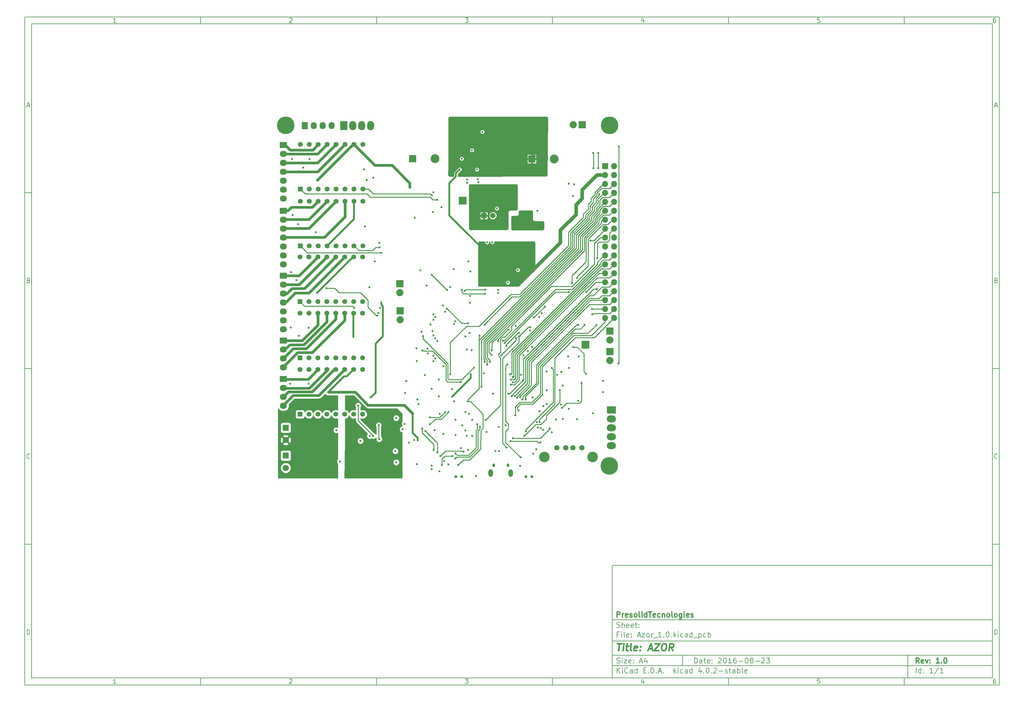
<source format=gbr>
G04 #@! TF.FileFunction,Copper,L4,Bot,Mixed*
%FSLAX46Y46*%
G04 Gerber Fmt 4.6, Leading zero omitted, Abs format (unit mm)*
G04 Created by KiCad (PCBNEW 4.0.2-stable) date 05/09/2016 12:26:53*
%MOMM*%
G01*
G04 APERTURE LIST*
%ADD10C,0.150000*%
%ADD11C,0.300000*%
%ADD12C,0.400000*%
%ADD13R,1.800000X1.800000*%
%ADD14C,1.800000*%
%ADD15O,0.711200X1.050000*%
%ADD16O,1.300000X2.150000*%
%ADD17C,1.397000*%
%ADD18R,1.397000X1.397000*%
%ADD19R,1.998980X1.998980*%
%ADD20C,2.499360*%
%ADD21R,1.524000X1.524000*%
%ADD22C,1.524000*%
%ADD23C,5.001260*%
%ADD24C,0.800000*%
%ADD25R,1.727200X1.727200*%
%ADD26O,1.727200X1.727200*%
%ADD27R,2.032000X1.727200*%
%ADD28O,2.032000X1.727200*%
%ADD29C,1.501140*%
%ADD30C,2.999740*%
%ADD31R,2.235200X2.235200*%
%ADD32R,2.032000X2.032000*%
%ADD33O,2.032000X2.032000*%
%ADD34R,1.727200X2.032000*%
%ADD35O,1.727200X2.032000*%
%ADD36R,2.000000X2.600000*%
%ADD37O,2.000000X2.600000*%
%ADD38R,2.600000X2.000000*%
%ADD39O,2.600000X2.000000*%
%ADD40C,0.599440*%
%ADD41C,0.254000*%
%ADD42C,0.508000*%
%ADD43C,1.016000*%
%ADD44C,0.762000*%
G04 APERTURE END LIST*
D10*
X177002200Y-166007200D02*
X177002200Y-198007200D01*
X285002200Y-198007200D01*
X285002200Y-166007200D01*
X177002200Y-166007200D01*
X10000000Y-10000000D02*
X10000000Y-200007200D01*
X287002200Y-200007200D01*
X287002200Y-10000000D01*
X10000000Y-10000000D01*
X12000000Y-12000000D02*
X12000000Y-198007200D01*
X285002200Y-198007200D01*
X285002200Y-12000000D01*
X12000000Y-12000000D01*
X60000000Y-12000000D02*
X60000000Y-10000000D01*
X110000000Y-12000000D02*
X110000000Y-10000000D01*
X160000000Y-12000000D02*
X160000000Y-10000000D01*
X210000000Y-12000000D02*
X210000000Y-10000000D01*
X260000000Y-12000000D02*
X260000000Y-10000000D01*
X35990476Y-11588095D02*
X35247619Y-11588095D01*
X35619048Y-11588095D02*
X35619048Y-10288095D01*
X35495238Y-10473810D01*
X35371429Y-10597619D01*
X35247619Y-10659524D01*
X85247619Y-10411905D02*
X85309524Y-10350000D01*
X85433333Y-10288095D01*
X85742857Y-10288095D01*
X85866667Y-10350000D01*
X85928571Y-10411905D01*
X85990476Y-10535714D01*
X85990476Y-10659524D01*
X85928571Y-10845238D01*
X85185714Y-11588095D01*
X85990476Y-11588095D01*
X135185714Y-10288095D02*
X135990476Y-10288095D01*
X135557143Y-10783333D01*
X135742857Y-10783333D01*
X135866667Y-10845238D01*
X135928571Y-10907143D01*
X135990476Y-11030952D01*
X135990476Y-11340476D01*
X135928571Y-11464286D01*
X135866667Y-11526190D01*
X135742857Y-11588095D01*
X135371429Y-11588095D01*
X135247619Y-11526190D01*
X135185714Y-11464286D01*
X185866667Y-10721429D02*
X185866667Y-11588095D01*
X185557143Y-10226190D02*
X185247619Y-11154762D01*
X186052381Y-11154762D01*
X235928571Y-10288095D02*
X235309524Y-10288095D01*
X235247619Y-10907143D01*
X235309524Y-10845238D01*
X235433333Y-10783333D01*
X235742857Y-10783333D01*
X235866667Y-10845238D01*
X235928571Y-10907143D01*
X235990476Y-11030952D01*
X235990476Y-11340476D01*
X235928571Y-11464286D01*
X235866667Y-11526190D01*
X235742857Y-11588095D01*
X235433333Y-11588095D01*
X235309524Y-11526190D01*
X235247619Y-11464286D01*
X285866667Y-10288095D02*
X285619048Y-10288095D01*
X285495238Y-10350000D01*
X285433333Y-10411905D01*
X285309524Y-10597619D01*
X285247619Y-10845238D01*
X285247619Y-11340476D01*
X285309524Y-11464286D01*
X285371429Y-11526190D01*
X285495238Y-11588095D01*
X285742857Y-11588095D01*
X285866667Y-11526190D01*
X285928571Y-11464286D01*
X285990476Y-11340476D01*
X285990476Y-11030952D01*
X285928571Y-10907143D01*
X285866667Y-10845238D01*
X285742857Y-10783333D01*
X285495238Y-10783333D01*
X285371429Y-10845238D01*
X285309524Y-10907143D01*
X285247619Y-11030952D01*
X60000000Y-198007200D02*
X60000000Y-200007200D01*
X110000000Y-198007200D02*
X110000000Y-200007200D01*
X160000000Y-198007200D02*
X160000000Y-200007200D01*
X210000000Y-198007200D02*
X210000000Y-200007200D01*
X260000000Y-198007200D02*
X260000000Y-200007200D01*
X35990476Y-199595295D02*
X35247619Y-199595295D01*
X35619048Y-199595295D02*
X35619048Y-198295295D01*
X35495238Y-198481010D01*
X35371429Y-198604819D01*
X35247619Y-198666724D01*
X85247619Y-198419105D02*
X85309524Y-198357200D01*
X85433333Y-198295295D01*
X85742857Y-198295295D01*
X85866667Y-198357200D01*
X85928571Y-198419105D01*
X85990476Y-198542914D01*
X85990476Y-198666724D01*
X85928571Y-198852438D01*
X85185714Y-199595295D01*
X85990476Y-199595295D01*
X135185714Y-198295295D02*
X135990476Y-198295295D01*
X135557143Y-198790533D01*
X135742857Y-198790533D01*
X135866667Y-198852438D01*
X135928571Y-198914343D01*
X135990476Y-199038152D01*
X135990476Y-199347676D01*
X135928571Y-199471486D01*
X135866667Y-199533390D01*
X135742857Y-199595295D01*
X135371429Y-199595295D01*
X135247619Y-199533390D01*
X135185714Y-199471486D01*
X185866667Y-198728629D02*
X185866667Y-199595295D01*
X185557143Y-198233390D02*
X185247619Y-199161962D01*
X186052381Y-199161962D01*
X235928571Y-198295295D02*
X235309524Y-198295295D01*
X235247619Y-198914343D01*
X235309524Y-198852438D01*
X235433333Y-198790533D01*
X235742857Y-198790533D01*
X235866667Y-198852438D01*
X235928571Y-198914343D01*
X235990476Y-199038152D01*
X235990476Y-199347676D01*
X235928571Y-199471486D01*
X235866667Y-199533390D01*
X235742857Y-199595295D01*
X235433333Y-199595295D01*
X235309524Y-199533390D01*
X235247619Y-199471486D01*
X285866667Y-198295295D02*
X285619048Y-198295295D01*
X285495238Y-198357200D01*
X285433333Y-198419105D01*
X285309524Y-198604819D01*
X285247619Y-198852438D01*
X285247619Y-199347676D01*
X285309524Y-199471486D01*
X285371429Y-199533390D01*
X285495238Y-199595295D01*
X285742857Y-199595295D01*
X285866667Y-199533390D01*
X285928571Y-199471486D01*
X285990476Y-199347676D01*
X285990476Y-199038152D01*
X285928571Y-198914343D01*
X285866667Y-198852438D01*
X285742857Y-198790533D01*
X285495238Y-198790533D01*
X285371429Y-198852438D01*
X285309524Y-198914343D01*
X285247619Y-199038152D01*
X10000000Y-60000000D02*
X12000000Y-60000000D01*
X10000000Y-110000000D02*
X12000000Y-110000000D01*
X10000000Y-160000000D02*
X12000000Y-160000000D01*
X10690476Y-35216667D02*
X11309524Y-35216667D01*
X10566667Y-35588095D02*
X11000000Y-34288095D01*
X11433333Y-35588095D01*
X11092857Y-84907143D02*
X11278571Y-84969048D01*
X11340476Y-85030952D01*
X11402381Y-85154762D01*
X11402381Y-85340476D01*
X11340476Y-85464286D01*
X11278571Y-85526190D01*
X11154762Y-85588095D01*
X10659524Y-85588095D01*
X10659524Y-84288095D01*
X11092857Y-84288095D01*
X11216667Y-84350000D01*
X11278571Y-84411905D01*
X11340476Y-84535714D01*
X11340476Y-84659524D01*
X11278571Y-84783333D01*
X11216667Y-84845238D01*
X11092857Y-84907143D01*
X10659524Y-84907143D01*
X11402381Y-135464286D02*
X11340476Y-135526190D01*
X11154762Y-135588095D01*
X11030952Y-135588095D01*
X10845238Y-135526190D01*
X10721429Y-135402381D01*
X10659524Y-135278571D01*
X10597619Y-135030952D01*
X10597619Y-134845238D01*
X10659524Y-134597619D01*
X10721429Y-134473810D01*
X10845238Y-134350000D01*
X11030952Y-134288095D01*
X11154762Y-134288095D01*
X11340476Y-134350000D01*
X11402381Y-134411905D01*
X10659524Y-185588095D02*
X10659524Y-184288095D01*
X10969048Y-184288095D01*
X11154762Y-184350000D01*
X11278571Y-184473810D01*
X11340476Y-184597619D01*
X11402381Y-184845238D01*
X11402381Y-185030952D01*
X11340476Y-185278571D01*
X11278571Y-185402381D01*
X11154762Y-185526190D01*
X10969048Y-185588095D01*
X10659524Y-185588095D01*
X287002200Y-60000000D02*
X285002200Y-60000000D01*
X287002200Y-110000000D02*
X285002200Y-110000000D01*
X287002200Y-160000000D02*
X285002200Y-160000000D01*
X285692676Y-35216667D02*
X286311724Y-35216667D01*
X285568867Y-35588095D02*
X286002200Y-34288095D01*
X286435533Y-35588095D01*
X286095057Y-84907143D02*
X286280771Y-84969048D01*
X286342676Y-85030952D01*
X286404581Y-85154762D01*
X286404581Y-85340476D01*
X286342676Y-85464286D01*
X286280771Y-85526190D01*
X286156962Y-85588095D01*
X285661724Y-85588095D01*
X285661724Y-84288095D01*
X286095057Y-84288095D01*
X286218867Y-84350000D01*
X286280771Y-84411905D01*
X286342676Y-84535714D01*
X286342676Y-84659524D01*
X286280771Y-84783333D01*
X286218867Y-84845238D01*
X286095057Y-84907143D01*
X285661724Y-84907143D01*
X286404581Y-135464286D02*
X286342676Y-135526190D01*
X286156962Y-135588095D01*
X286033152Y-135588095D01*
X285847438Y-135526190D01*
X285723629Y-135402381D01*
X285661724Y-135278571D01*
X285599819Y-135030952D01*
X285599819Y-134845238D01*
X285661724Y-134597619D01*
X285723629Y-134473810D01*
X285847438Y-134350000D01*
X286033152Y-134288095D01*
X286156962Y-134288095D01*
X286342676Y-134350000D01*
X286404581Y-134411905D01*
X285661724Y-185588095D02*
X285661724Y-184288095D01*
X285971248Y-184288095D01*
X286156962Y-184350000D01*
X286280771Y-184473810D01*
X286342676Y-184597619D01*
X286404581Y-184845238D01*
X286404581Y-185030952D01*
X286342676Y-185278571D01*
X286280771Y-185402381D01*
X286156962Y-185526190D01*
X285971248Y-185588095D01*
X285661724Y-185588095D01*
X200359343Y-193785771D02*
X200359343Y-192285771D01*
X200716486Y-192285771D01*
X200930771Y-192357200D01*
X201073629Y-192500057D01*
X201145057Y-192642914D01*
X201216486Y-192928629D01*
X201216486Y-193142914D01*
X201145057Y-193428629D01*
X201073629Y-193571486D01*
X200930771Y-193714343D01*
X200716486Y-193785771D01*
X200359343Y-193785771D01*
X202502200Y-193785771D02*
X202502200Y-193000057D01*
X202430771Y-192857200D01*
X202287914Y-192785771D01*
X202002200Y-192785771D01*
X201859343Y-192857200D01*
X202502200Y-193714343D02*
X202359343Y-193785771D01*
X202002200Y-193785771D01*
X201859343Y-193714343D01*
X201787914Y-193571486D01*
X201787914Y-193428629D01*
X201859343Y-193285771D01*
X202002200Y-193214343D01*
X202359343Y-193214343D01*
X202502200Y-193142914D01*
X203002200Y-192785771D02*
X203573629Y-192785771D01*
X203216486Y-192285771D02*
X203216486Y-193571486D01*
X203287914Y-193714343D01*
X203430772Y-193785771D01*
X203573629Y-193785771D01*
X204645057Y-193714343D02*
X204502200Y-193785771D01*
X204216486Y-193785771D01*
X204073629Y-193714343D01*
X204002200Y-193571486D01*
X204002200Y-193000057D01*
X204073629Y-192857200D01*
X204216486Y-192785771D01*
X204502200Y-192785771D01*
X204645057Y-192857200D01*
X204716486Y-193000057D01*
X204716486Y-193142914D01*
X204002200Y-193285771D01*
X205359343Y-193642914D02*
X205430771Y-193714343D01*
X205359343Y-193785771D01*
X205287914Y-193714343D01*
X205359343Y-193642914D01*
X205359343Y-193785771D01*
X205359343Y-192857200D02*
X205430771Y-192928629D01*
X205359343Y-193000057D01*
X205287914Y-192928629D01*
X205359343Y-192857200D01*
X205359343Y-193000057D01*
X207145057Y-192428629D02*
X207216486Y-192357200D01*
X207359343Y-192285771D01*
X207716486Y-192285771D01*
X207859343Y-192357200D01*
X207930772Y-192428629D01*
X208002200Y-192571486D01*
X208002200Y-192714343D01*
X207930772Y-192928629D01*
X207073629Y-193785771D01*
X208002200Y-193785771D01*
X208930771Y-192285771D02*
X209073628Y-192285771D01*
X209216485Y-192357200D01*
X209287914Y-192428629D01*
X209359343Y-192571486D01*
X209430771Y-192857200D01*
X209430771Y-193214343D01*
X209359343Y-193500057D01*
X209287914Y-193642914D01*
X209216485Y-193714343D01*
X209073628Y-193785771D01*
X208930771Y-193785771D01*
X208787914Y-193714343D01*
X208716485Y-193642914D01*
X208645057Y-193500057D01*
X208573628Y-193214343D01*
X208573628Y-192857200D01*
X208645057Y-192571486D01*
X208716485Y-192428629D01*
X208787914Y-192357200D01*
X208930771Y-192285771D01*
X210859342Y-193785771D02*
X210002199Y-193785771D01*
X210430771Y-193785771D02*
X210430771Y-192285771D01*
X210287914Y-192500057D01*
X210145056Y-192642914D01*
X210002199Y-192714343D01*
X212145056Y-192285771D02*
X211859342Y-192285771D01*
X211716485Y-192357200D01*
X211645056Y-192428629D01*
X211502199Y-192642914D01*
X211430770Y-192928629D01*
X211430770Y-193500057D01*
X211502199Y-193642914D01*
X211573627Y-193714343D01*
X211716485Y-193785771D01*
X212002199Y-193785771D01*
X212145056Y-193714343D01*
X212216485Y-193642914D01*
X212287913Y-193500057D01*
X212287913Y-193142914D01*
X212216485Y-193000057D01*
X212145056Y-192928629D01*
X212002199Y-192857200D01*
X211716485Y-192857200D01*
X211573627Y-192928629D01*
X211502199Y-193000057D01*
X211430770Y-193142914D01*
X212930770Y-193214343D02*
X214073627Y-193214343D01*
X215073627Y-192285771D02*
X215216484Y-192285771D01*
X215359341Y-192357200D01*
X215430770Y-192428629D01*
X215502199Y-192571486D01*
X215573627Y-192857200D01*
X215573627Y-193214343D01*
X215502199Y-193500057D01*
X215430770Y-193642914D01*
X215359341Y-193714343D01*
X215216484Y-193785771D01*
X215073627Y-193785771D01*
X214930770Y-193714343D01*
X214859341Y-193642914D01*
X214787913Y-193500057D01*
X214716484Y-193214343D01*
X214716484Y-192857200D01*
X214787913Y-192571486D01*
X214859341Y-192428629D01*
X214930770Y-192357200D01*
X215073627Y-192285771D01*
X216430770Y-192928629D02*
X216287912Y-192857200D01*
X216216484Y-192785771D01*
X216145055Y-192642914D01*
X216145055Y-192571486D01*
X216216484Y-192428629D01*
X216287912Y-192357200D01*
X216430770Y-192285771D01*
X216716484Y-192285771D01*
X216859341Y-192357200D01*
X216930770Y-192428629D01*
X217002198Y-192571486D01*
X217002198Y-192642914D01*
X216930770Y-192785771D01*
X216859341Y-192857200D01*
X216716484Y-192928629D01*
X216430770Y-192928629D01*
X216287912Y-193000057D01*
X216216484Y-193071486D01*
X216145055Y-193214343D01*
X216145055Y-193500057D01*
X216216484Y-193642914D01*
X216287912Y-193714343D01*
X216430770Y-193785771D01*
X216716484Y-193785771D01*
X216859341Y-193714343D01*
X216930770Y-193642914D01*
X217002198Y-193500057D01*
X217002198Y-193214343D01*
X216930770Y-193071486D01*
X216859341Y-193000057D01*
X216716484Y-192928629D01*
X217645055Y-193214343D02*
X218787912Y-193214343D01*
X219430769Y-192428629D02*
X219502198Y-192357200D01*
X219645055Y-192285771D01*
X220002198Y-192285771D01*
X220145055Y-192357200D01*
X220216484Y-192428629D01*
X220287912Y-192571486D01*
X220287912Y-192714343D01*
X220216484Y-192928629D01*
X219359341Y-193785771D01*
X220287912Y-193785771D01*
X220787912Y-192285771D02*
X221716483Y-192285771D01*
X221216483Y-192857200D01*
X221430769Y-192857200D01*
X221573626Y-192928629D01*
X221645055Y-193000057D01*
X221716483Y-193142914D01*
X221716483Y-193500057D01*
X221645055Y-193642914D01*
X221573626Y-193714343D01*
X221430769Y-193785771D01*
X221002197Y-193785771D01*
X220859340Y-193714343D01*
X220787912Y-193642914D01*
X177002200Y-194507200D02*
X285002200Y-194507200D01*
X178359343Y-196585771D02*
X178359343Y-195085771D01*
X179216486Y-196585771D02*
X178573629Y-195728629D01*
X179216486Y-195085771D02*
X178359343Y-195942914D01*
X179859343Y-196585771D02*
X179859343Y-195585771D01*
X179859343Y-195085771D02*
X179787914Y-195157200D01*
X179859343Y-195228629D01*
X179930771Y-195157200D01*
X179859343Y-195085771D01*
X179859343Y-195228629D01*
X181430772Y-196442914D02*
X181359343Y-196514343D01*
X181145057Y-196585771D01*
X181002200Y-196585771D01*
X180787915Y-196514343D01*
X180645057Y-196371486D01*
X180573629Y-196228629D01*
X180502200Y-195942914D01*
X180502200Y-195728629D01*
X180573629Y-195442914D01*
X180645057Y-195300057D01*
X180787915Y-195157200D01*
X181002200Y-195085771D01*
X181145057Y-195085771D01*
X181359343Y-195157200D01*
X181430772Y-195228629D01*
X182716486Y-196585771D02*
X182716486Y-195800057D01*
X182645057Y-195657200D01*
X182502200Y-195585771D01*
X182216486Y-195585771D01*
X182073629Y-195657200D01*
X182716486Y-196514343D02*
X182573629Y-196585771D01*
X182216486Y-196585771D01*
X182073629Y-196514343D01*
X182002200Y-196371486D01*
X182002200Y-196228629D01*
X182073629Y-196085771D01*
X182216486Y-196014343D01*
X182573629Y-196014343D01*
X182716486Y-195942914D01*
X184073629Y-196585771D02*
X184073629Y-195085771D01*
X184073629Y-196514343D02*
X183930772Y-196585771D01*
X183645058Y-196585771D01*
X183502200Y-196514343D01*
X183430772Y-196442914D01*
X183359343Y-196300057D01*
X183359343Y-195871486D01*
X183430772Y-195728629D01*
X183502200Y-195657200D01*
X183645058Y-195585771D01*
X183930772Y-195585771D01*
X184073629Y-195657200D01*
X185930772Y-195800057D02*
X186430772Y-195800057D01*
X186645058Y-196585771D02*
X185930772Y-196585771D01*
X185930772Y-195085771D01*
X186645058Y-195085771D01*
X187287915Y-196442914D02*
X187359343Y-196514343D01*
X187287915Y-196585771D01*
X187216486Y-196514343D01*
X187287915Y-196442914D01*
X187287915Y-196585771D01*
X188002201Y-196585771D02*
X188002201Y-195085771D01*
X188359344Y-195085771D01*
X188573629Y-195157200D01*
X188716487Y-195300057D01*
X188787915Y-195442914D01*
X188859344Y-195728629D01*
X188859344Y-195942914D01*
X188787915Y-196228629D01*
X188716487Y-196371486D01*
X188573629Y-196514343D01*
X188359344Y-196585771D01*
X188002201Y-196585771D01*
X189502201Y-196442914D02*
X189573629Y-196514343D01*
X189502201Y-196585771D01*
X189430772Y-196514343D01*
X189502201Y-196442914D01*
X189502201Y-196585771D01*
X190145058Y-196157200D02*
X190859344Y-196157200D01*
X190002201Y-196585771D02*
X190502201Y-195085771D01*
X191002201Y-196585771D01*
X191502201Y-196442914D02*
X191573629Y-196514343D01*
X191502201Y-196585771D01*
X191430772Y-196514343D01*
X191502201Y-196442914D01*
X191502201Y-196585771D01*
X194502201Y-196585771D02*
X194502201Y-195085771D01*
X194645058Y-196014343D02*
X195073629Y-196585771D01*
X195073629Y-195585771D02*
X194502201Y-196157200D01*
X195716487Y-196585771D02*
X195716487Y-195585771D01*
X195716487Y-195085771D02*
X195645058Y-195157200D01*
X195716487Y-195228629D01*
X195787915Y-195157200D01*
X195716487Y-195085771D01*
X195716487Y-195228629D01*
X197073630Y-196514343D02*
X196930773Y-196585771D01*
X196645059Y-196585771D01*
X196502201Y-196514343D01*
X196430773Y-196442914D01*
X196359344Y-196300057D01*
X196359344Y-195871486D01*
X196430773Y-195728629D01*
X196502201Y-195657200D01*
X196645059Y-195585771D01*
X196930773Y-195585771D01*
X197073630Y-195657200D01*
X198359344Y-196585771D02*
X198359344Y-195800057D01*
X198287915Y-195657200D01*
X198145058Y-195585771D01*
X197859344Y-195585771D01*
X197716487Y-195657200D01*
X198359344Y-196514343D02*
X198216487Y-196585771D01*
X197859344Y-196585771D01*
X197716487Y-196514343D01*
X197645058Y-196371486D01*
X197645058Y-196228629D01*
X197716487Y-196085771D01*
X197859344Y-196014343D01*
X198216487Y-196014343D01*
X198359344Y-195942914D01*
X199716487Y-196585771D02*
X199716487Y-195085771D01*
X199716487Y-196514343D02*
X199573630Y-196585771D01*
X199287916Y-196585771D01*
X199145058Y-196514343D01*
X199073630Y-196442914D01*
X199002201Y-196300057D01*
X199002201Y-195871486D01*
X199073630Y-195728629D01*
X199145058Y-195657200D01*
X199287916Y-195585771D01*
X199573630Y-195585771D01*
X199716487Y-195657200D01*
X202216487Y-195585771D02*
X202216487Y-196585771D01*
X201859344Y-195014343D02*
X201502201Y-196085771D01*
X202430773Y-196085771D01*
X203002201Y-196442914D02*
X203073629Y-196514343D01*
X203002201Y-196585771D01*
X202930772Y-196514343D01*
X203002201Y-196442914D01*
X203002201Y-196585771D01*
X204002201Y-195085771D02*
X204145058Y-195085771D01*
X204287915Y-195157200D01*
X204359344Y-195228629D01*
X204430773Y-195371486D01*
X204502201Y-195657200D01*
X204502201Y-196014343D01*
X204430773Y-196300057D01*
X204359344Y-196442914D01*
X204287915Y-196514343D01*
X204145058Y-196585771D01*
X204002201Y-196585771D01*
X203859344Y-196514343D01*
X203787915Y-196442914D01*
X203716487Y-196300057D01*
X203645058Y-196014343D01*
X203645058Y-195657200D01*
X203716487Y-195371486D01*
X203787915Y-195228629D01*
X203859344Y-195157200D01*
X204002201Y-195085771D01*
X205145058Y-196442914D02*
X205216486Y-196514343D01*
X205145058Y-196585771D01*
X205073629Y-196514343D01*
X205145058Y-196442914D01*
X205145058Y-196585771D01*
X205787915Y-195228629D02*
X205859344Y-195157200D01*
X206002201Y-195085771D01*
X206359344Y-195085771D01*
X206502201Y-195157200D01*
X206573630Y-195228629D01*
X206645058Y-195371486D01*
X206645058Y-195514343D01*
X206573630Y-195728629D01*
X205716487Y-196585771D01*
X206645058Y-196585771D01*
X207287915Y-196014343D02*
X208430772Y-196014343D01*
X209073629Y-196514343D02*
X209216486Y-196585771D01*
X209502201Y-196585771D01*
X209645058Y-196514343D01*
X209716486Y-196371486D01*
X209716486Y-196300057D01*
X209645058Y-196157200D01*
X209502201Y-196085771D01*
X209287915Y-196085771D01*
X209145058Y-196014343D01*
X209073629Y-195871486D01*
X209073629Y-195800057D01*
X209145058Y-195657200D01*
X209287915Y-195585771D01*
X209502201Y-195585771D01*
X209645058Y-195657200D01*
X210145058Y-195585771D02*
X210716487Y-195585771D01*
X210359344Y-195085771D02*
X210359344Y-196371486D01*
X210430772Y-196514343D01*
X210573630Y-196585771D01*
X210716487Y-196585771D01*
X211859344Y-196585771D02*
X211859344Y-195800057D01*
X211787915Y-195657200D01*
X211645058Y-195585771D01*
X211359344Y-195585771D01*
X211216487Y-195657200D01*
X211859344Y-196514343D02*
X211716487Y-196585771D01*
X211359344Y-196585771D01*
X211216487Y-196514343D01*
X211145058Y-196371486D01*
X211145058Y-196228629D01*
X211216487Y-196085771D01*
X211359344Y-196014343D01*
X211716487Y-196014343D01*
X211859344Y-195942914D01*
X212573630Y-196585771D02*
X212573630Y-195085771D01*
X212573630Y-195657200D02*
X212716487Y-195585771D01*
X213002201Y-195585771D01*
X213145058Y-195657200D01*
X213216487Y-195728629D01*
X213287916Y-195871486D01*
X213287916Y-196300057D01*
X213216487Y-196442914D01*
X213145058Y-196514343D01*
X213002201Y-196585771D01*
X212716487Y-196585771D01*
X212573630Y-196514343D01*
X214145059Y-196585771D02*
X214002201Y-196514343D01*
X213930773Y-196371486D01*
X213930773Y-195085771D01*
X215287915Y-196514343D02*
X215145058Y-196585771D01*
X214859344Y-196585771D01*
X214716487Y-196514343D01*
X214645058Y-196371486D01*
X214645058Y-195800057D01*
X214716487Y-195657200D01*
X214859344Y-195585771D01*
X215145058Y-195585771D01*
X215287915Y-195657200D01*
X215359344Y-195800057D01*
X215359344Y-195942914D01*
X214645058Y-196085771D01*
X177002200Y-191507200D02*
X285002200Y-191507200D01*
D11*
X264216486Y-193785771D02*
X263716486Y-193071486D01*
X263359343Y-193785771D02*
X263359343Y-192285771D01*
X263930771Y-192285771D01*
X264073629Y-192357200D01*
X264145057Y-192428629D01*
X264216486Y-192571486D01*
X264216486Y-192785771D01*
X264145057Y-192928629D01*
X264073629Y-193000057D01*
X263930771Y-193071486D01*
X263359343Y-193071486D01*
X265430771Y-193714343D02*
X265287914Y-193785771D01*
X265002200Y-193785771D01*
X264859343Y-193714343D01*
X264787914Y-193571486D01*
X264787914Y-193000057D01*
X264859343Y-192857200D01*
X265002200Y-192785771D01*
X265287914Y-192785771D01*
X265430771Y-192857200D01*
X265502200Y-193000057D01*
X265502200Y-193142914D01*
X264787914Y-193285771D01*
X266002200Y-192785771D02*
X266359343Y-193785771D01*
X266716485Y-192785771D01*
X267287914Y-193642914D02*
X267359342Y-193714343D01*
X267287914Y-193785771D01*
X267216485Y-193714343D01*
X267287914Y-193642914D01*
X267287914Y-193785771D01*
X267287914Y-192857200D02*
X267359342Y-192928629D01*
X267287914Y-193000057D01*
X267216485Y-192928629D01*
X267287914Y-192857200D01*
X267287914Y-193000057D01*
X269930771Y-193785771D02*
X269073628Y-193785771D01*
X269502200Y-193785771D02*
X269502200Y-192285771D01*
X269359343Y-192500057D01*
X269216485Y-192642914D01*
X269073628Y-192714343D01*
X270573628Y-193642914D02*
X270645056Y-193714343D01*
X270573628Y-193785771D01*
X270502199Y-193714343D01*
X270573628Y-193642914D01*
X270573628Y-193785771D01*
X271573628Y-192285771D02*
X271716485Y-192285771D01*
X271859342Y-192357200D01*
X271930771Y-192428629D01*
X272002200Y-192571486D01*
X272073628Y-192857200D01*
X272073628Y-193214343D01*
X272002200Y-193500057D01*
X271930771Y-193642914D01*
X271859342Y-193714343D01*
X271716485Y-193785771D01*
X271573628Y-193785771D01*
X271430771Y-193714343D01*
X271359342Y-193642914D01*
X271287914Y-193500057D01*
X271216485Y-193214343D01*
X271216485Y-192857200D01*
X271287914Y-192571486D01*
X271359342Y-192428629D01*
X271430771Y-192357200D01*
X271573628Y-192285771D01*
D10*
X178287914Y-193714343D02*
X178502200Y-193785771D01*
X178859343Y-193785771D01*
X179002200Y-193714343D01*
X179073629Y-193642914D01*
X179145057Y-193500057D01*
X179145057Y-193357200D01*
X179073629Y-193214343D01*
X179002200Y-193142914D01*
X178859343Y-193071486D01*
X178573629Y-193000057D01*
X178430771Y-192928629D01*
X178359343Y-192857200D01*
X178287914Y-192714343D01*
X178287914Y-192571486D01*
X178359343Y-192428629D01*
X178430771Y-192357200D01*
X178573629Y-192285771D01*
X178930771Y-192285771D01*
X179145057Y-192357200D01*
X179787914Y-193785771D02*
X179787914Y-192785771D01*
X179787914Y-192285771D02*
X179716485Y-192357200D01*
X179787914Y-192428629D01*
X179859342Y-192357200D01*
X179787914Y-192285771D01*
X179787914Y-192428629D01*
X180359343Y-192785771D02*
X181145057Y-192785771D01*
X180359343Y-193785771D01*
X181145057Y-193785771D01*
X182287914Y-193714343D02*
X182145057Y-193785771D01*
X181859343Y-193785771D01*
X181716486Y-193714343D01*
X181645057Y-193571486D01*
X181645057Y-193000057D01*
X181716486Y-192857200D01*
X181859343Y-192785771D01*
X182145057Y-192785771D01*
X182287914Y-192857200D01*
X182359343Y-193000057D01*
X182359343Y-193142914D01*
X181645057Y-193285771D01*
X183002200Y-193642914D02*
X183073628Y-193714343D01*
X183002200Y-193785771D01*
X182930771Y-193714343D01*
X183002200Y-193642914D01*
X183002200Y-193785771D01*
X183002200Y-192857200D02*
X183073628Y-192928629D01*
X183002200Y-193000057D01*
X182930771Y-192928629D01*
X183002200Y-192857200D01*
X183002200Y-193000057D01*
X184787914Y-193357200D02*
X185502200Y-193357200D01*
X184645057Y-193785771D02*
X185145057Y-192285771D01*
X185645057Y-193785771D01*
X186787914Y-192785771D02*
X186787914Y-193785771D01*
X186430771Y-192214343D02*
X186073628Y-193285771D01*
X187002200Y-193285771D01*
X263359343Y-196585771D02*
X263359343Y-195085771D01*
X264716486Y-196585771D02*
X264716486Y-195085771D01*
X264716486Y-196514343D02*
X264573629Y-196585771D01*
X264287915Y-196585771D01*
X264145057Y-196514343D01*
X264073629Y-196442914D01*
X264002200Y-196300057D01*
X264002200Y-195871486D01*
X264073629Y-195728629D01*
X264145057Y-195657200D01*
X264287915Y-195585771D01*
X264573629Y-195585771D01*
X264716486Y-195657200D01*
X265430772Y-196442914D02*
X265502200Y-196514343D01*
X265430772Y-196585771D01*
X265359343Y-196514343D01*
X265430772Y-196442914D01*
X265430772Y-196585771D01*
X265430772Y-195657200D02*
X265502200Y-195728629D01*
X265430772Y-195800057D01*
X265359343Y-195728629D01*
X265430772Y-195657200D01*
X265430772Y-195800057D01*
X268073629Y-196585771D02*
X267216486Y-196585771D01*
X267645058Y-196585771D02*
X267645058Y-195085771D01*
X267502201Y-195300057D01*
X267359343Y-195442914D01*
X267216486Y-195514343D01*
X269787914Y-195014343D02*
X268502200Y-196942914D01*
X271073629Y-196585771D02*
X270216486Y-196585771D01*
X270645058Y-196585771D02*
X270645058Y-195085771D01*
X270502201Y-195300057D01*
X270359343Y-195442914D01*
X270216486Y-195514343D01*
X177002200Y-187507200D02*
X285002200Y-187507200D01*
D12*
X178454581Y-188211962D02*
X179597438Y-188211962D01*
X178776010Y-190211962D02*
X179026010Y-188211962D01*
X180014105Y-190211962D02*
X180180771Y-188878629D01*
X180264105Y-188211962D02*
X180156962Y-188307200D01*
X180240295Y-188402438D01*
X180347439Y-188307200D01*
X180264105Y-188211962D01*
X180240295Y-188402438D01*
X180847438Y-188878629D02*
X181609343Y-188878629D01*
X181216486Y-188211962D02*
X181002200Y-189926248D01*
X181073630Y-190116724D01*
X181252201Y-190211962D01*
X181442677Y-190211962D01*
X182395058Y-190211962D02*
X182216487Y-190116724D01*
X182145057Y-189926248D01*
X182359343Y-188211962D01*
X183930772Y-190116724D02*
X183728391Y-190211962D01*
X183347439Y-190211962D01*
X183168867Y-190116724D01*
X183097438Y-189926248D01*
X183192676Y-189164343D01*
X183311724Y-188973867D01*
X183514105Y-188878629D01*
X183895057Y-188878629D01*
X184073629Y-188973867D01*
X184145057Y-189164343D01*
X184121248Y-189354819D01*
X183145057Y-189545295D01*
X184895057Y-190021486D02*
X184978392Y-190116724D01*
X184871248Y-190211962D01*
X184787915Y-190116724D01*
X184895057Y-190021486D01*
X184871248Y-190211962D01*
X185026010Y-188973867D02*
X185109344Y-189069105D01*
X185002200Y-189164343D01*
X184918867Y-189069105D01*
X185026010Y-188973867D01*
X185002200Y-189164343D01*
X187323629Y-189640533D02*
X188276010Y-189640533D01*
X187061725Y-190211962D02*
X187978392Y-188211962D01*
X188395059Y-190211962D01*
X189121249Y-188211962D02*
X190454583Y-188211962D01*
X188871249Y-190211962D01*
X190204583Y-190211962D01*
X191597440Y-188211962D02*
X191978392Y-188211962D01*
X192156963Y-188307200D01*
X192323631Y-188497676D01*
X192371249Y-188878629D01*
X192287916Y-189545295D01*
X192145059Y-189926248D01*
X191930773Y-190116724D01*
X191728392Y-190211962D01*
X191347440Y-190211962D01*
X191168869Y-190116724D01*
X191002201Y-189926248D01*
X190954582Y-189545295D01*
X191037915Y-188878629D01*
X191180773Y-188497676D01*
X191395059Y-188307200D01*
X191597440Y-188211962D01*
X194204583Y-190211962D02*
X193656963Y-189259581D01*
X193061725Y-190211962D02*
X193311725Y-188211962D01*
X194073630Y-188211962D01*
X194252201Y-188307200D01*
X194335535Y-188402438D01*
X194406964Y-188592914D01*
X194371249Y-188878629D01*
X194252202Y-189069105D01*
X194145058Y-189164343D01*
X193942677Y-189259581D01*
X193180772Y-189259581D01*
D10*
X178859343Y-185600057D02*
X178359343Y-185600057D01*
X178359343Y-186385771D02*
X178359343Y-184885771D01*
X179073629Y-184885771D01*
X179645057Y-186385771D02*
X179645057Y-185385771D01*
X179645057Y-184885771D02*
X179573628Y-184957200D01*
X179645057Y-185028629D01*
X179716485Y-184957200D01*
X179645057Y-184885771D01*
X179645057Y-185028629D01*
X180573629Y-186385771D02*
X180430771Y-186314343D01*
X180359343Y-186171486D01*
X180359343Y-184885771D01*
X181716485Y-186314343D02*
X181573628Y-186385771D01*
X181287914Y-186385771D01*
X181145057Y-186314343D01*
X181073628Y-186171486D01*
X181073628Y-185600057D01*
X181145057Y-185457200D01*
X181287914Y-185385771D01*
X181573628Y-185385771D01*
X181716485Y-185457200D01*
X181787914Y-185600057D01*
X181787914Y-185742914D01*
X181073628Y-185885771D01*
X182430771Y-186242914D02*
X182502199Y-186314343D01*
X182430771Y-186385771D01*
X182359342Y-186314343D01*
X182430771Y-186242914D01*
X182430771Y-186385771D01*
X182430771Y-185457200D02*
X182502199Y-185528629D01*
X182430771Y-185600057D01*
X182359342Y-185528629D01*
X182430771Y-185457200D01*
X182430771Y-185600057D01*
X184216485Y-185957200D02*
X184930771Y-185957200D01*
X184073628Y-186385771D02*
X184573628Y-184885771D01*
X185073628Y-186385771D01*
X185430771Y-185385771D02*
X186216485Y-185385771D01*
X185430771Y-186385771D01*
X186216485Y-186385771D01*
X187002200Y-186385771D02*
X186859342Y-186314343D01*
X186787914Y-186242914D01*
X186716485Y-186100057D01*
X186716485Y-185671486D01*
X186787914Y-185528629D01*
X186859342Y-185457200D01*
X187002200Y-185385771D01*
X187216485Y-185385771D01*
X187359342Y-185457200D01*
X187430771Y-185528629D01*
X187502200Y-185671486D01*
X187502200Y-186100057D01*
X187430771Y-186242914D01*
X187359342Y-186314343D01*
X187216485Y-186385771D01*
X187002200Y-186385771D01*
X188145057Y-186385771D02*
X188145057Y-185385771D01*
X188145057Y-185671486D02*
X188216485Y-185528629D01*
X188287914Y-185457200D01*
X188430771Y-185385771D01*
X188573628Y-185385771D01*
X188716485Y-186528629D02*
X189859342Y-186528629D01*
X191002199Y-186385771D02*
X190145056Y-186385771D01*
X190573628Y-186385771D02*
X190573628Y-184885771D01*
X190430771Y-185100057D01*
X190287913Y-185242914D01*
X190145056Y-185314343D01*
X191645056Y-186242914D02*
X191716484Y-186314343D01*
X191645056Y-186385771D01*
X191573627Y-186314343D01*
X191645056Y-186242914D01*
X191645056Y-186385771D01*
X192645056Y-184885771D02*
X192787913Y-184885771D01*
X192930770Y-184957200D01*
X193002199Y-185028629D01*
X193073628Y-185171486D01*
X193145056Y-185457200D01*
X193145056Y-185814343D01*
X193073628Y-186100057D01*
X193002199Y-186242914D01*
X192930770Y-186314343D01*
X192787913Y-186385771D01*
X192645056Y-186385771D01*
X192502199Y-186314343D01*
X192430770Y-186242914D01*
X192359342Y-186100057D01*
X192287913Y-185814343D01*
X192287913Y-185457200D01*
X192359342Y-185171486D01*
X192430770Y-185028629D01*
X192502199Y-184957200D01*
X192645056Y-184885771D01*
X193787913Y-186242914D02*
X193859341Y-186314343D01*
X193787913Y-186385771D01*
X193716484Y-186314343D01*
X193787913Y-186242914D01*
X193787913Y-186385771D01*
X194502199Y-186385771D02*
X194502199Y-184885771D01*
X194645056Y-185814343D02*
X195073627Y-186385771D01*
X195073627Y-185385771D02*
X194502199Y-185957200D01*
X195716485Y-186385771D02*
X195716485Y-185385771D01*
X195716485Y-184885771D02*
X195645056Y-184957200D01*
X195716485Y-185028629D01*
X195787913Y-184957200D01*
X195716485Y-184885771D01*
X195716485Y-185028629D01*
X197073628Y-186314343D02*
X196930771Y-186385771D01*
X196645057Y-186385771D01*
X196502199Y-186314343D01*
X196430771Y-186242914D01*
X196359342Y-186100057D01*
X196359342Y-185671486D01*
X196430771Y-185528629D01*
X196502199Y-185457200D01*
X196645057Y-185385771D01*
X196930771Y-185385771D01*
X197073628Y-185457200D01*
X198359342Y-186385771D02*
X198359342Y-185600057D01*
X198287913Y-185457200D01*
X198145056Y-185385771D01*
X197859342Y-185385771D01*
X197716485Y-185457200D01*
X198359342Y-186314343D02*
X198216485Y-186385771D01*
X197859342Y-186385771D01*
X197716485Y-186314343D01*
X197645056Y-186171486D01*
X197645056Y-186028629D01*
X197716485Y-185885771D01*
X197859342Y-185814343D01*
X198216485Y-185814343D01*
X198359342Y-185742914D01*
X199716485Y-186385771D02*
X199716485Y-184885771D01*
X199716485Y-186314343D02*
X199573628Y-186385771D01*
X199287914Y-186385771D01*
X199145056Y-186314343D01*
X199073628Y-186242914D01*
X199002199Y-186100057D01*
X199002199Y-185671486D01*
X199073628Y-185528629D01*
X199145056Y-185457200D01*
X199287914Y-185385771D01*
X199573628Y-185385771D01*
X199716485Y-185457200D01*
X200073628Y-186528629D02*
X201216485Y-186528629D01*
X201573628Y-185385771D02*
X201573628Y-186885771D01*
X201573628Y-185457200D02*
X201716485Y-185385771D01*
X202002199Y-185385771D01*
X202145056Y-185457200D01*
X202216485Y-185528629D01*
X202287914Y-185671486D01*
X202287914Y-186100057D01*
X202216485Y-186242914D01*
X202145056Y-186314343D01*
X202002199Y-186385771D01*
X201716485Y-186385771D01*
X201573628Y-186314343D01*
X203573628Y-186314343D02*
X203430771Y-186385771D01*
X203145057Y-186385771D01*
X203002199Y-186314343D01*
X202930771Y-186242914D01*
X202859342Y-186100057D01*
X202859342Y-185671486D01*
X202930771Y-185528629D01*
X203002199Y-185457200D01*
X203145057Y-185385771D01*
X203430771Y-185385771D01*
X203573628Y-185457200D01*
X204216485Y-186385771D02*
X204216485Y-184885771D01*
X204216485Y-185457200D02*
X204359342Y-185385771D01*
X204645056Y-185385771D01*
X204787913Y-185457200D01*
X204859342Y-185528629D01*
X204930771Y-185671486D01*
X204930771Y-186100057D01*
X204859342Y-186242914D01*
X204787913Y-186314343D01*
X204645056Y-186385771D01*
X204359342Y-186385771D01*
X204216485Y-186314343D01*
X177002200Y-181507200D02*
X285002200Y-181507200D01*
X178287914Y-183614343D02*
X178502200Y-183685771D01*
X178859343Y-183685771D01*
X179002200Y-183614343D01*
X179073629Y-183542914D01*
X179145057Y-183400057D01*
X179145057Y-183257200D01*
X179073629Y-183114343D01*
X179002200Y-183042914D01*
X178859343Y-182971486D01*
X178573629Y-182900057D01*
X178430771Y-182828629D01*
X178359343Y-182757200D01*
X178287914Y-182614343D01*
X178287914Y-182471486D01*
X178359343Y-182328629D01*
X178430771Y-182257200D01*
X178573629Y-182185771D01*
X178930771Y-182185771D01*
X179145057Y-182257200D01*
X179787914Y-183685771D02*
X179787914Y-182185771D01*
X180430771Y-183685771D02*
X180430771Y-182900057D01*
X180359342Y-182757200D01*
X180216485Y-182685771D01*
X180002200Y-182685771D01*
X179859342Y-182757200D01*
X179787914Y-182828629D01*
X181716485Y-183614343D02*
X181573628Y-183685771D01*
X181287914Y-183685771D01*
X181145057Y-183614343D01*
X181073628Y-183471486D01*
X181073628Y-182900057D01*
X181145057Y-182757200D01*
X181287914Y-182685771D01*
X181573628Y-182685771D01*
X181716485Y-182757200D01*
X181787914Y-182900057D01*
X181787914Y-183042914D01*
X181073628Y-183185771D01*
X183002199Y-183614343D02*
X182859342Y-183685771D01*
X182573628Y-183685771D01*
X182430771Y-183614343D01*
X182359342Y-183471486D01*
X182359342Y-182900057D01*
X182430771Y-182757200D01*
X182573628Y-182685771D01*
X182859342Y-182685771D01*
X183002199Y-182757200D01*
X183073628Y-182900057D01*
X183073628Y-183042914D01*
X182359342Y-183185771D01*
X183502199Y-182685771D02*
X184073628Y-182685771D01*
X183716485Y-182185771D02*
X183716485Y-183471486D01*
X183787913Y-183614343D01*
X183930771Y-183685771D01*
X184073628Y-183685771D01*
X184573628Y-183542914D02*
X184645056Y-183614343D01*
X184573628Y-183685771D01*
X184502199Y-183614343D01*
X184573628Y-183542914D01*
X184573628Y-183685771D01*
X184573628Y-182757200D02*
X184645056Y-182828629D01*
X184573628Y-182900057D01*
X184502199Y-182828629D01*
X184573628Y-182757200D01*
X184573628Y-182900057D01*
D11*
X178359343Y-180685771D02*
X178359343Y-179185771D01*
X178930771Y-179185771D01*
X179073629Y-179257200D01*
X179145057Y-179328629D01*
X179216486Y-179471486D01*
X179216486Y-179685771D01*
X179145057Y-179828629D01*
X179073629Y-179900057D01*
X178930771Y-179971486D01*
X178359343Y-179971486D01*
X179859343Y-180685771D02*
X179859343Y-179685771D01*
X179859343Y-179971486D02*
X179930771Y-179828629D01*
X180002200Y-179757200D01*
X180145057Y-179685771D01*
X180287914Y-179685771D01*
X181359342Y-180614343D02*
X181216485Y-180685771D01*
X180930771Y-180685771D01*
X180787914Y-180614343D01*
X180716485Y-180471486D01*
X180716485Y-179900057D01*
X180787914Y-179757200D01*
X180930771Y-179685771D01*
X181216485Y-179685771D01*
X181359342Y-179757200D01*
X181430771Y-179900057D01*
X181430771Y-180042914D01*
X180716485Y-180185771D01*
X182002199Y-180614343D02*
X182145056Y-180685771D01*
X182430771Y-180685771D01*
X182573628Y-180614343D01*
X182645056Y-180471486D01*
X182645056Y-180400057D01*
X182573628Y-180257200D01*
X182430771Y-180185771D01*
X182216485Y-180185771D01*
X182073628Y-180114343D01*
X182002199Y-179971486D01*
X182002199Y-179900057D01*
X182073628Y-179757200D01*
X182216485Y-179685771D01*
X182430771Y-179685771D01*
X182573628Y-179757200D01*
X183502200Y-180685771D02*
X183359342Y-180614343D01*
X183287914Y-180542914D01*
X183216485Y-180400057D01*
X183216485Y-179971486D01*
X183287914Y-179828629D01*
X183359342Y-179757200D01*
X183502200Y-179685771D01*
X183716485Y-179685771D01*
X183859342Y-179757200D01*
X183930771Y-179828629D01*
X184002200Y-179971486D01*
X184002200Y-180400057D01*
X183930771Y-180542914D01*
X183859342Y-180614343D01*
X183716485Y-180685771D01*
X183502200Y-180685771D01*
X184859343Y-180685771D02*
X184716485Y-180614343D01*
X184645057Y-180471486D01*
X184645057Y-179185771D01*
X185430771Y-180685771D02*
X185430771Y-179685771D01*
X185430771Y-179185771D02*
X185359342Y-179257200D01*
X185430771Y-179328629D01*
X185502199Y-179257200D01*
X185430771Y-179185771D01*
X185430771Y-179328629D01*
X186787914Y-180685771D02*
X186787914Y-179185771D01*
X186787914Y-180614343D02*
X186645057Y-180685771D01*
X186359343Y-180685771D01*
X186216485Y-180614343D01*
X186145057Y-180542914D01*
X186073628Y-180400057D01*
X186073628Y-179971486D01*
X186145057Y-179828629D01*
X186216485Y-179757200D01*
X186359343Y-179685771D01*
X186645057Y-179685771D01*
X186787914Y-179757200D01*
X187287914Y-179185771D02*
X188145057Y-179185771D01*
X187716486Y-180685771D02*
X187716486Y-179185771D01*
X189216485Y-180614343D02*
X189073628Y-180685771D01*
X188787914Y-180685771D01*
X188645057Y-180614343D01*
X188573628Y-180471486D01*
X188573628Y-179900057D01*
X188645057Y-179757200D01*
X188787914Y-179685771D01*
X189073628Y-179685771D01*
X189216485Y-179757200D01*
X189287914Y-179900057D01*
X189287914Y-180042914D01*
X188573628Y-180185771D01*
X190573628Y-180614343D02*
X190430771Y-180685771D01*
X190145057Y-180685771D01*
X190002199Y-180614343D01*
X189930771Y-180542914D01*
X189859342Y-180400057D01*
X189859342Y-179971486D01*
X189930771Y-179828629D01*
X190002199Y-179757200D01*
X190145057Y-179685771D01*
X190430771Y-179685771D01*
X190573628Y-179757200D01*
X191216485Y-179685771D02*
X191216485Y-180685771D01*
X191216485Y-179828629D02*
X191287913Y-179757200D01*
X191430771Y-179685771D01*
X191645056Y-179685771D01*
X191787913Y-179757200D01*
X191859342Y-179900057D01*
X191859342Y-180685771D01*
X192787914Y-180685771D02*
X192645056Y-180614343D01*
X192573628Y-180542914D01*
X192502199Y-180400057D01*
X192502199Y-179971486D01*
X192573628Y-179828629D01*
X192645056Y-179757200D01*
X192787914Y-179685771D01*
X193002199Y-179685771D01*
X193145056Y-179757200D01*
X193216485Y-179828629D01*
X193287914Y-179971486D01*
X193287914Y-180400057D01*
X193216485Y-180542914D01*
X193145056Y-180614343D01*
X193002199Y-180685771D01*
X192787914Y-180685771D01*
X194145057Y-180685771D02*
X194002199Y-180614343D01*
X193930771Y-180471486D01*
X193930771Y-179185771D01*
X194930771Y-180685771D02*
X194787913Y-180614343D01*
X194716485Y-180542914D01*
X194645056Y-180400057D01*
X194645056Y-179971486D01*
X194716485Y-179828629D01*
X194787913Y-179757200D01*
X194930771Y-179685771D01*
X195145056Y-179685771D01*
X195287913Y-179757200D01*
X195359342Y-179828629D01*
X195430771Y-179971486D01*
X195430771Y-180400057D01*
X195359342Y-180542914D01*
X195287913Y-180614343D01*
X195145056Y-180685771D01*
X194930771Y-180685771D01*
X196716485Y-179685771D02*
X196716485Y-180900057D01*
X196645056Y-181042914D01*
X196573628Y-181114343D01*
X196430771Y-181185771D01*
X196216485Y-181185771D01*
X196073628Y-181114343D01*
X196716485Y-180614343D02*
X196573628Y-180685771D01*
X196287914Y-180685771D01*
X196145056Y-180614343D01*
X196073628Y-180542914D01*
X196002199Y-180400057D01*
X196002199Y-179971486D01*
X196073628Y-179828629D01*
X196145056Y-179757200D01*
X196287914Y-179685771D01*
X196573628Y-179685771D01*
X196716485Y-179757200D01*
X197430771Y-180685771D02*
X197430771Y-179685771D01*
X197430771Y-179185771D02*
X197359342Y-179257200D01*
X197430771Y-179328629D01*
X197502199Y-179257200D01*
X197430771Y-179185771D01*
X197430771Y-179328629D01*
X198716485Y-180614343D02*
X198573628Y-180685771D01*
X198287914Y-180685771D01*
X198145057Y-180614343D01*
X198073628Y-180471486D01*
X198073628Y-179900057D01*
X198145057Y-179757200D01*
X198287914Y-179685771D01*
X198573628Y-179685771D01*
X198716485Y-179757200D01*
X198787914Y-179900057D01*
X198787914Y-180042914D01*
X198073628Y-180185771D01*
X199359342Y-180614343D02*
X199502199Y-180685771D01*
X199787914Y-180685771D01*
X199930771Y-180614343D01*
X200002199Y-180471486D01*
X200002199Y-180400057D01*
X199930771Y-180257200D01*
X199787914Y-180185771D01*
X199573628Y-180185771D01*
X199430771Y-180114343D01*
X199359342Y-179971486D01*
X199359342Y-179900057D01*
X199430771Y-179757200D01*
X199573628Y-179685771D01*
X199787914Y-179685771D01*
X199930771Y-179757200D01*
D10*
X197002200Y-191507200D02*
X197002200Y-194507200D01*
X261002200Y-191507200D02*
X261002200Y-198007200D01*
D13*
X84180000Y-126830000D03*
D14*
X84180000Y-130330000D03*
D15*
X143275000Y-137490000D03*
D16*
X142475000Y-139770000D03*
X148125000Y-139770000D03*
D15*
X147325000Y-137490000D03*
D17*
X106019600Y-94297500D03*
X103479600Y-94297500D03*
X100939600Y-94297500D03*
X98399600Y-94297500D03*
X95859600Y-94297500D03*
X93319600Y-94297500D03*
X90779600Y-94297500D03*
X88239600Y-94297500D03*
X88239600Y-94297500D03*
X90779600Y-94297500D03*
X93319600Y-94297500D03*
X95859600Y-94297500D03*
X98399600Y-94297500D03*
X100939600Y-94297500D03*
X103479600Y-94297500D03*
X106019600Y-94297500D03*
X106019600Y-106997500D03*
X103479600Y-106997500D03*
X100939600Y-106997500D03*
X98399600Y-106997500D03*
X95859600Y-106997500D03*
X93319600Y-106997500D03*
X90779600Y-106997500D03*
D18*
X88239600Y-106997500D03*
X88239600Y-106997500D03*
D17*
X90779600Y-106997500D03*
X93319600Y-106997500D03*
X95859600Y-106997500D03*
X98399600Y-106997500D03*
X100939600Y-106997500D03*
X103479600Y-106997500D03*
X106019600Y-106997500D03*
X106019600Y-110299500D03*
X103479600Y-110299500D03*
X100939600Y-110299500D03*
X98399600Y-110299500D03*
X95859600Y-110299500D03*
X93319600Y-110299500D03*
X90779600Y-110299500D03*
X88239600Y-110299500D03*
X88239600Y-110299500D03*
X90779600Y-110299500D03*
X93319600Y-110299500D03*
X95859600Y-110299500D03*
X98399600Y-110299500D03*
X100939600Y-110299500D03*
X103479600Y-110299500D03*
X106019600Y-110299500D03*
X106019600Y-122999500D03*
X103479600Y-122999500D03*
X100939600Y-122999500D03*
X98399600Y-122999500D03*
X95859600Y-122999500D03*
X93319600Y-122999500D03*
X90779600Y-122999500D03*
D18*
X88239600Y-122999500D03*
X88239600Y-122999500D03*
D17*
X90779600Y-122999500D03*
X93319600Y-122999500D03*
X95859600Y-122999500D03*
X98399600Y-122999500D03*
X100939600Y-122999500D03*
X103479600Y-122999500D03*
X106019600Y-122999500D03*
X106146600Y-46291500D03*
X103606600Y-46291500D03*
X101066600Y-46291500D03*
X98526600Y-46291500D03*
X95986600Y-46291500D03*
X93446600Y-46291500D03*
X90906600Y-46291500D03*
X88366600Y-46291500D03*
X88366600Y-46291500D03*
X90906600Y-46291500D03*
X93446600Y-46291500D03*
X95986600Y-46291500D03*
X98526600Y-46291500D03*
X101066600Y-46291500D03*
X103606600Y-46291500D03*
X106146600Y-46291500D03*
X106146600Y-58991500D03*
X103606600Y-58991500D03*
X101066600Y-58991500D03*
X98526600Y-58991500D03*
X95986600Y-58991500D03*
X93446600Y-58991500D03*
X90906600Y-58991500D03*
D18*
X88366600Y-58991500D03*
X88366600Y-58991500D03*
D17*
X90906600Y-58991500D03*
X93446600Y-58991500D03*
X95986600Y-58991500D03*
X98526600Y-58991500D03*
X101066600Y-58991500D03*
X103606600Y-58991500D03*
X106146600Y-58991500D03*
D19*
X120243600Y-50342800D03*
D20*
X126593600Y-50342800D03*
D21*
X140500000Y-66500000D03*
D22*
X143040000Y-66500000D03*
D19*
X154127200Y-50393600D03*
D20*
X160477200Y-50393600D03*
D23*
X176209960Y-40863520D03*
X176109960Y-137662020D03*
X84211160Y-40863520D03*
D17*
X106019600Y-78295500D03*
X103479600Y-78295500D03*
X100939600Y-78295500D03*
X98399600Y-78295500D03*
X95859600Y-78295500D03*
X93319600Y-78295500D03*
X90779600Y-78295500D03*
X88239600Y-78295500D03*
X88239600Y-78295500D03*
X90779600Y-78295500D03*
X93319600Y-78295500D03*
X95859600Y-78295500D03*
X98399600Y-78295500D03*
X100939600Y-78295500D03*
X103479600Y-78295500D03*
X106019600Y-78295500D03*
X106019600Y-90995500D03*
X103479600Y-90995500D03*
X100939600Y-90995500D03*
X98399600Y-90995500D03*
X95859600Y-90995500D03*
X93319600Y-90995500D03*
X90779600Y-90995500D03*
D18*
X88239600Y-90995500D03*
X88239600Y-90995500D03*
D17*
X90779600Y-90995500D03*
X93319600Y-90995500D03*
X95859600Y-90995500D03*
X98399600Y-90995500D03*
X100939600Y-90995500D03*
X103479600Y-90995500D03*
X106019600Y-90995500D03*
X106146600Y-62420500D03*
X103606600Y-62420500D03*
X101066600Y-62420500D03*
X98526600Y-62420500D03*
X95986600Y-62420500D03*
X93446600Y-62420500D03*
X90906600Y-62420500D03*
X88366600Y-62420500D03*
X88366600Y-62420500D03*
X90906600Y-62420500D03*
X93446600Y-62420500D03*
X95986600Y-62420500D03*
X98526600Y-62420500D03*
X101066600Y-62420500D03*
X103606600Y-62420500D03*
X106146600Y-62420500D03*
X106146600Y-75120500D03*
X103606600Y-75120500D03*
X101066600Y-75120500D03*
X98526600Y-75120500D03*
X95986600Y-75120500D03*
X93446600Y-75120500D03*
X90906600Y-75120500D03*
D18*
X88366600Y-75120500D03*
X88366600Y-75120500D03*
D17*
X90906600Y-75120500D03*
X93446600Y-75120500D03*
X95986600Y-75120500D03*
X98526600Y-75120500D03*
X101066600Y-75120500D03*
X103606600Y-75120500D03*
X106146600Y-75120500D03*
D13*
X84190000Y-134770000D03*
D14*
X84190000Y-138270000D03*
D24*
X132550000Y-140750000D03*
X134250000Y-140750000D03*
X152460000Y-140750000D03*
X154160000Y-140750000D03*
D25*
X174950000Y-52450000D03*
D26*
X177490000Y-52450000D03*
X174950000Y-54990000D03*
X177490000Y-54990000D03*
X174950000Y-57530000D03*
X177490000Y-57530000D03*
X174950000Y-60070000D03*
X177490000Y-60070000D03*
X174950000Y-62610000D03*
X177490000Y-62610000D03*
X174950000Y-65150000D03*
X177490000Y-65150000D03*
X174950000Y-67690000D03*
X177490000Y-67690000D03*
X174950000Y-70230000D03*
X177490000Y-70230000D03*
X174950000Y-72770000D03*
X177490000Y-72770000D03*
X174950000Y-75310000D03*
X177490000Y-75310000D03*
X174950000Y-77850000D03*
X177490000Y-77850000D03*
X174950000Y-80390000D03*
X177490000Y-80390000D03*
X174950000Y-82930000D03*
X177490000Y-82930000D03*
X174950000Y-85470000D03*
X177490000Y-85470000D03*
X174950000Y-88010000D03*
X177490000Y-88010000D03*
X174950000Y-90550000D03*
X177490000Y-90550000D03*
X174950000Y-93090000D03*
X177490000Y-93090000D03*
X174950000Y-95630000D03*
X177490000Y-95630000D03*
D27*
X83500000Y-46400000D03*
D28*
X83500000Y-48940000D03*
X83500000Y-51480000D03*
X83500000Y-54020000D03*
X83500000Y-56560000D03*
X83500000Y-59100000D03*
X83500000Y-61640000D03*
D27*
X83500000Y-65100000D03*
D28*
X83500000Y-67640000D03*
X83500000Y-70180000D03*
X83500000Y-72720000D03*
X83500000Y-75260000D03*
X83500000Y-77800000D03*
X83500000Y-80340000D03*
D27*
X83500000Y-83600000D03*
D28*
X83500000Y-86140000D03*
X83500000Y-88680000D03*
X83500000Y-91220000D03*
X83500000Y-93760000D03*
X83500000Y-96300000D03*
X83500000Y-98840000D03*
D27*
X83500000Y-113000000D03*
D28*
X83500000Y-115540000D03*
X83500000Y-118080000D03*
X83500000Y-120620000D03*
D27*
X83500000Y-102050000D03*
D28*
X83500000Y-104590000D03*
X83500000Y-107130000D03*
X83500000Y-109670000D03*
D29*
X168362860Y-132497880D03*
X165822860Y-132497880D03*
X163790860Y-132497880D03*
X161250860Y-132497880D03*
D30*
X171410860Y-135164880D03*
X157694860Y-135164880D03*
D31*
X134500000Y-62300000D03*
X169350000Y-103200000D03*
D32*
X116650000Y-85900000D03*
D33*
X116650000Y-88440000D03*
D32*
X116700000Y-93600000D03*
D33*
X116700000Y-96140000D03*
D32*
X168450000Y-40700000D03*
D33*
X165910000Y-40700000D03*
D32*
X176300000Y-99300000D03*
D33*
X176300000Y-101840000D03*
D32*
X176300000Y-105150000D03*
D33*
X176300000Y-107690000D03*
D34*
X89610000Y-40930000D03*
D35*
X92150000Y-40930000D03*
X94690000Y-40930000D03*
X97230000Y-40930000D03*
D36*
X100700000Y-40900000D03*
D37*
X103240000Y-40900000D03*
X105780000Y-40900000D03*
X108320000Y-40900000D03*
D38*
X176750000Y-121750000D03*
D39*
X176750000Y-124290000D03*
X176750000Y-126830000D03*
X176750000Y-129370000D03*
X176750000Y-131910000D03*
D40*
X150850000Y-137660000D03*
X107950000Y-86868000D03*
X106680000Y-69596000D03*
X107188000Y-56388000D03*
X127850000Y-139250000D03*
X154350000Y-118250000D03*
X159800000Y-128150000D03*
X164650000Y-121450000D03*
X120850000Y-67050000D03*
X136239700Y-122864900D03*
X144101820Y-79301340D03*
X146199860Y-76903580D03*
X142610840Y-79532480D03*
X140860780Y-78041500D03*
X141450060Y-79522320D03*
X146291300Y-81473040D03*
X145549620Y-82903060D03*
X144360900Y-84101940D03*
X141401800Y-81422240D03*
X135709660Y-104561640D03*
X142910560Y-77993240D03*
X141980920Y-80533240D03*
X142600680Y-81401920D03*
X146291300Y-79321660D03*
X144170400Y-81493360D03*
X128960880Y-128612900D03*
X142041880Y-82191860D03*
X144040860Y-76842620D03*
X144990820Y-78003400D03*
X145219420Y-80523080D03*
X141960600Y-76913740D03*
X133621780Y-53352700D03*
X137210800Y-129113280D03*
X135211820Y-127612140D03*
X110744000Y-74295000D03*
X109474000Y-79502000D03*
X111379000Y-91186000D03*
X108331000Y-118237000D03*
X109093000Y-129159000D03*
X104775000Y-120523000D03*
X121412000Y-137160000D03*
X158369000Y-110871000D03*
X164465000Y-106553000D03*
X151765000Y-106172000D03*
X154560000Y-134230000D03*
X142880000Y-74070000D03*
X121680000Y-130430000D03*
X134190740Y-50332640D03*
X93091000Y-88519000D03*
X105410000Y-130556000D03*
X103380000Y-101070000D03*
X96270000Y-116740000D03*
X141410000Y-74110000D03*
X126030000Y-65490000D03*
X119405400Y-58445400D03*
X93170000Y-56400000D03*
X131500000Y-118000000D03*
X136750000Y-111600000D03*
X132461000Y-124612400D03*
X137010140Y-104762300D03*
X123710700Y-111861600D03*
X154211020Y-103863140D03*
X132461000Y-128861820D03*
X135709660Y-129113280D03*
X156305700Y-122077500D03*
X149310000Y-117770000D03*
X172480000Y-97620000D03*
X149480000Y-123280000D03*
X150411180Y-121963180D03*
X148082000Y-130683000D03*
X156570000Y-131010000D03*
X157708600Y-48031400D03*
X142392400Y-54762400D03*
X147111720Y-43761660D03*
X147172680Y-42189400D03*
X153390600Y-47091600D03*
X147962620Y-42989500D03*
X144520920Y-41412160D03*
X148041360Y-44681140D03*
X146110960Y-41445180D03*
X145161000Y-48615600D03*
X149814280Y-46222920D03*
X155448000Y-42570400D03*
X148844000Y-52476400D03*
X147218400Y-45537120D03*
X145618200Y-42212260D03*
X156972000Y-40767000D03*
X151714200Y-42697400D03*
X157200600Y-52070000D03*
X149654260Y-42976800D03*
X147881340Y-41399460D03*
X146316700Y-44658280D03*
X155981400Y-50063400D03*
X144703800Y-44714160D03*
X149664420Y-41376600D03*
X158165800Y-42570400D03*
X142671800Y-51003200D03*
X148772880Y-42257980D03*
X144818100Y-42999660D03*
X154609800Y-54914800D03*
X145630900Y-43776900D03*
X148694140Y-43743880D03*
X150825200Y-54940200D03*
X147142200Y-50673000D03*
X148772880Y-45559980D03*
X146380200Y-54864000D03*
X150317200Y-50165000D03*
X144566640Y-46200060D03*
X145585180Y-45572680D03*
X153035000Y-52628800D03*
X148259800Y-48361600D03*
X144551400Y-52603400D03*
X149710140Y-44612560D03*
X146408140Y-42999660D03*
X146453860Y-46245780D03*
X157251400Y-45135800D03*
X148041360Y-46291500D03*
X153644600Y-40995600D03*
X171600000Y-48750000D03*
X171631610Y-53031390D03*
X149540000Y-97880000D03*
X165862000Y-103886000D03*
X169545000Y-111506000D03*
X130459480Y-122361960D03*
X125211840Y-125862080D03*
X129461260Y-122361960D03*
X125211840Y-123863100D03*
X126238000Y-133200000D03*
X143764000Y-133477000D03*
X122940000Y-127000000D03*
X123890000Y-127750000D03*
X144780000Y-133477000D03*
X127254000Y-133858000D03*
X88000000Y-128000000D03*
X87000000Y-128000000D03*
X86000000Y-129000000D03*
X87000000Y-129000000D03*
X88000000Y-129000000D03*
X88000000Y-132000000D03*
X87000000Y-132000000D03*
X86000000Y-132000000D03*
X86000000Y-133000000D03*
X87000000Y-133000000D03*
X88000000Y-133000000D03*
X88000000Y-134000000D03*
X87000000Y-134000000D03*
X86000000Y-134000000D03*
X91000000Y-136650000D03*
X91000000Y-135650000D03*
X92050000Y-135650000D03*
X92050000Y-136650000D03*
X93100000Y-136650000D03*
X94150000Y-136650000D03*
X95250000Y-136650000D03*
X96400000Y-136650000D03*
X97536000Y-136650000D03*
X93091000Y-135636000D03*
X94107000Y-135636000D03*
X95250000Y-135636000D03*
X96393000Y-135636000D03*
X97536000Y-135636000D03*
X94996000Y-132715000D03*
X94996000Y-131064000D03*
X90678000Y-131826000D03*
X90678000Y-131064000D03*
X91694000Y-132715000D03*
X91694000Y-131826000D03*
X94996000Y-131826000D03*
X90678000Y-130175000D03*
X94996000Y-130175000D03*
X95758000Y-132715000D03*
X95758000Y-131826000D03*
X95758000Y-131064000D03*
X95758000Y-130175000D03*
X94996000Y-129413000D03*
X95758000Y-129413000D03*
X91694000Y-129413000D03*
X90678000Y-129413000D03*
X90678000Y-132715000D03*
X82570000Y-125100000D03*
X91694000Y-130937000D03*
X91694000Y-130175000D03*
X92964000Y-131699000D03*
X126710440Y-107111800D03*
X126210060Y-107863640D03*
X125690000Y-138610000D03*
X108077000Y-129159000D03*
X131572000Y-134874000D03*
X128524000Y-137414000D03*
X126210060Y-106362500D03*
X106045000Y-138557000D03*
X106045000Y-137668000D03*
X106045000Y-136779000D03*
X106045000Y-135763000D03*
X106045000Y-134874000D03*
X106934000Y-137668000D03*
X106934000Y-135763000D03*
X106934000Y-134874000D03*
X109601000Y-134874000D03*
X110363000Y-134874000D03*
X109601000Y-135763000D03*
X110363000Y-135763000D03*
X109601000Y-136652000D03*
X110363000Y-136652000D03*
X109601000Y-137541000D03*
X110363000Y-137541000D03*
X109601000Y-138430000D03*
X110363000Y-138430000D03*
X106934000Y-138557000D03*
X106934000Y-136779000D03*
X105029000Y-132461000D03*
X110236000Y-132461000D03*
X108966000Y-132461000D03*
X107696000Y-132461000D03*
X106299000Y-132461000D03*
X101600000Y-136144000D03*
X102743000Y-136144000D03*
X103886000Y-136144000D03*
X103886000Y-137287000D03*
X102743000Y-137287000D03*
X101600000Y-137287000D03*
X101600000Y-138557000D03*
X102743000Y-138557000D03*
X103886000Y-138557000D03*
X132420000Y-134150000D03*
X138610340Y-125854460D03*
X139400000Y-126610000D03*
X132380000Y-135580000D03*
X134747000Y-133604000D03*
X128143000Y-134874000D03*
X120650000Y-130302000D03*
X125690000Y-137580000D03*
X141250000Y-128050000D03*
X130429000Y-137287000D03*
X129260000Y-136230000D03*
X162687000Y-121158000D03*
X168275000Y-114046000D03*
X123030000Y-104820000D03*
X133990000Y-113820000D03*
X143150000Y-117130000D03*
X147410000Y-117120000D03*
X123250000Y-100810000D03*
X137710000Y-109760000D03*
X172720000Y-78613000D03*
X172570000Y-87370000D03*
X151660000Y-113320000D03*
X121350000Y-104250000D03*
X140500000Y-111400000D03*
X126492000Y-127508000D03*
X161290000Y-111760000D03*
X157450000Y-120700000D03*
X156650000Y-126950000D03*
X125350000Y-97450000D03*
X171500000Y-122750000D03*
X136100000Y-79550000D03*
X131950000Y-81700000D03*
X136650000Y-82450000D03*
X122450000Y-82100000D03*
X124200000Y-86350000D03*
X130900000Y-86800000D03*
X135211820Y-122361960D03*
X132011420Y-119362220D03*
X137210800Y-124612400D03*
X131460240Y-115862100D03*
X151104600Y-111798100D03*
X147299680Y-85562440D03*
X121960640Y-120111520D03*
X135211820Y-100863400D03*
X128960880Y-109362240D03*
X127711200Y-113111280D03*
X138521440Y-53403500D03*
X121460260Y-107863640D03*
X136461500Y-99862640D03*
X127960120Y-122862340D03*
X127711200Y-117863620D03*
X150159720Y-81993740D03*
X122820000Y-99470000D03*
X124530000Y-104330000D03*
X146540000Y-62940000D03*
X147370600Y-63701000D03*
X148130000Y-62940000D03*
X148100000Y-64400000D03*
X146590000Y-64420000D03*
X142880000Y-58660000D03*
X134436300Y-126179600D03*
X133985000Y-132588000D03*
X136033960Y-133083320D03*
X87757000Y-68961000D03*
X86106000Y-66294000D03*
X87249000Y-84836000D03*
X85725000Y-82550000D03*
X87884000Y-100711000D03*
X85598000Y-98298000D03*
X90678000Y-98425000D03*
X85471000Y-114300000D03*
X90678000Y-114300000D03*
X90932000Y-50419000D03*
X89154000Y-52832000D03*
X85979000Y-50419000D03*
X118364000Y-113538000D03*
X118110000Y-116967000D03*
X119253000Y-131064000D03*
X115570000Y-136652000D03*
X115316000Y-133477000D03*
X167513000Y-106553000D03*
X138303000Y-140589000D03*
X153035000Y-105029000D03*
X115570000Y-124079000D03*
X117983000Y-125730000D03*
X117348000Y-127254000D03*
X174329900Y-113490000D03*
X174319900Y-116680000D03*
X164590000Y-57460000D03*
X165780000Y-60880000D03*
X166170000Y-57640000D03*
X125650000Y-115800000D03*
X121620000Y-118850000D03*
X157330000Y-127420000D03*
X155380000Y-132990000D03*
X155780000Y-126750000D03*
X140710920Y-108112560D03*
X150459440Y-99862640D03*
X146961860Y-103611680D03*
X148460460Y-117863620D03*
X171323000Y-94615000D03*
X153620000Y-99170000D03*
X144520100Y-102217240D03*
X147626520Y-98927940D03*
X169545000Y-88265000D03*
X164636900Y-88285340D03*
X146440000Y-102730000D03*
X145920000Y-102010000D03*
X156356500Y-125239800D03*
X157830000Y-92400000D03*
X154751590Y-95481590D03*
X144600000Y-88470000D03*
X140820000Y-88720000D03*
X134200000Y-87600000D03*
X130100000Y-87700000D03*
X125650000Y-83350000D03*
X156200000Y-95330000D03*
X135000000Y-87900000D03*
X140940000Y-87600000D03*
X144550000Y-87630000D03*
X156950000Y-94270000D03*
X170790000Y-73610000D03*
X149660000Y-101400000D03*
X145440000Y-106250000D03*
X151450000Y-118800000D03*
X165566540Y-85735180D03*
X167320000Y-97590000D03*
X152400000Y-118800000D03*
X166991480Y-84261980D03*
X169140000Y-97600000D03*
X141010640Y-124663200D03*
X139830000Y-115190000D03*
X133180000Y-137480000D03*
X128873270Y-92050000D03*
X173301660Y-60363100D03*
X135961120Y-119362220D03*
X139350000Y-100650000D03*
X142709900Y-104861360D03*
X142209520Y-108112560D03*
X162400000Y-120250000D03*
X158300000Y-120050000D03*
X132050000Y-97350000D03*
X148211540Y-114612420D03*
X158350000Y-116200000D03*
X132400000Y-96550000D03*
X148711920Y-113863120D03*
X136000000Y-97150000D03*
X130000000Y-92950000D03*
X148711920Y-112361980D03*
X147960080Y-111612680D03*
X162500000Y-110950000D03*
X129500000Y-93850000D03*
X148211540Y-113111280D03*
X150810000Y-118110000D03*
X149970000Y-118300000D03*
X142709900Y-106113580D03*
X141446700Y-108927920D03*
X135763000Y-57150000D03*
X138938000Y-57023000D03*
X130959860Y-111612680D03*
X135763000Y-56261000D03*
X138811000Y-56134000D03*
X140710920Y-97561400D03*
X173000000Y-53000000D03*
X160950000Y-124500000D03*
X155550000Y-125250000D03*
X173000000Y-48750000D03*
X171196000Y-93091000D03*
X153715720Y-98231960D03*
X150459440Y-100863400D03*
X146939000Y-132461000D03*
X178740000Y-108590000D03*
X110744000Y-130048000D03*
X110617000Y-126111000D03*
X178880000Y-46860000D03*
X126710440Y-101363780D03*
X103632000Y-92710000D03*
X127280000Y-102110000D03*
X110532000Y-94160000D03*
X110998000Y-92710000D03*
X126210060Y-100611940D03*
X110270000Y-94930000D03*
X124540000Y-105720000D03*
X95808800Y-87172800D03*
X126710440Y-95361760D03*
X111379000Y-77089000D03*
X126210060Y-96113600D03*
X126210060Y-94612460D03*
X110871000Y-75565000D03*
X92710000Y-71247000D03*
X125961140Y-99362260D03*
X125730000Y-60706000D03*
X127254000Y-61976000D03*
X126210060Y-59862720D03*
X109093000Y-55753000D03*
X152400000Y-127889000D03*
X159766000Y-109855000D03*
X164719000Y-109855000D03*
X106426000Y-53340000D03*
X128460500Y-64112140D03*
X144700000Y-126630000D03*
X162900000Y-114850000D03*
X153540000Y-65780000D03*
X152780000Y-66500000D03*
X152070000Y-65850000D03*
X152070000Y-67200000D03*
X153580000Y-67210000D03*
X144190000Y-64470000D03*
X155770000Y-65140000D03*
X98552000Y-127508000D03*
X99568000Y-136398000D03*
X140060680Y-42661840D03*
X137111740Y-47912020D03*
X152019000Y-129159000D03*
X162052000Y-116078000D03*
X167350000Y-119160000D03*
X146685000Y-126111000D03*
X148717000Y-129794000D03*
X159240000Y-127060000D03*
X151003000Y-135255000D03*
X147210780Y-108861860D03*
X136500000Y-91290000D03*
X162940000Y-124300000D03*
X136580000Y-89380000D03*
X166965000Y-124385000D03*
D41*
X141460220Y-79532480D02*
X142610840Y-79532480D01*
D42*
X134285200Y-70124800D02*
X134340600Y-70180200D01*
D41*
X144101820Y-79301340D02*
X144122140Y-79321660D01*
X141401800Y-81422240D02*
X142041880Y-82062320D01*
X141980920Y-80533240D02*
X142600680Y-81153000D01*
X145100040Y-78003400D02*
X144990820Y-78003400D01*
X140860780Y-78013560D02*
X140860780Y-78041500D01*
X141960600Y-76913740D02*
X140860780Y-78013560D01*
X146199860Y-76903580D02*
X145100040Y-78003400D01*
X142041880Y-82062320D02*
X142041880Y-82191860D01*
X142910560Y-77972920D02*
X142910560Y-77993240D01*
X144040860Y-76842620D02*
X142910560Y-77972920D01*
X144170400Y-81523840D02*
X144170400Y-81493360D01*
X145549620Y-82903060D02*
X144170400Y-81523840D01*
X141450060Y-79522320D02*
X141460220Y-79532480D01*
X142600680Y-81153000D02*
X142600680Y-81401920D01*
X144122140Y-79321660D02*
X146291300Y-79321660D01*
X146291300Y-81473040D02*
X145341340Y-80523080D01*
D42*
X130683000Y-66522600D02*
X134285200Y-70124800D01*
X130683000Y-60450000D02*
X130683000Y-66522600D01*
X133621780Y-53352700D02*
X132554980Y-54419500D01*
X132554980Y-55399940D02*
X130683000Y-57271920D01*
X132554980Y-54419500D02*
X132554980Y-55399940D01*
X130683000Y-57271920D02*
X130683000Y-60450000D01*
D41*
X145341340Y-80523080D02*
X145219420Y-80523080D01*
X109474000Y-79502000D02*
X109474000Y-79629000D01*
D42*
X111379000Y-91821000D02*
X111760000Y-92202000D01*
X111760000Y-92202000D02*
X111760000Y-100838000D01*
X111760000Y-100838000D02*
X109728000Y-102870000D01*
X111379000Y-91186000D02*
X111379000Y-91821000D01*
X109728000Y-116840000D02*
X108331000Y-118237000D01*
X109728000Y-102870000D02*
X109728000Y-116840000D01*
D41*
X109093000Y-129159000D02*
X104775000Y-124841000D01*
X104775000Y-124841000D02*
X104775000Y-120523000D01*
D43*
X166710000Y-63414000D02*
X168465500Y-61658500D01*
X168465500Y-61658500D02*
X168465500Y-59182000D01*
X168465500Y-59182000D02*
X172656500Y-54991000D01*
X172656500Y-54991000D02*
X175006000Y-54991000D01*
X151593580Y-76903580D02*
X154290000Y-79600000D01*
X154290000Y-79600000D02*
X154290000Y-81790000D01*
X154290000Y-81790000D02*
X154660000Y-81790000D01*
X154660000Y-81790000D02*
X162280000Y-74170000D01*
X162280000Y-74170000D02*
X162280000Y-70640000D01*
X162280000Y-70640000D02*
X166710000Y-66210000D01*
X146199860Y-76903580D02*
X151593580Y-76903580D01*
X166710000Y-66210000D02*
X166710000Y-63414000D01*
D42*
X134334800Y-70124800D02*
X140550000Y-76340000D01*
X140550000Y-76340000D02*
X140550000Y-76400000D01*
X140550000Y-76400000D02*
X140500000Y-76450000D01*
X134285200Y-70124800D02*
X134334800Y-70124800D01*
X103606600Y-67500500D02*
X95986600Y-75120500D01*
X103606600Y-62420500D02*
X103606600Y-67500500D01*
X103314500Y-78295500D02*
X93091000Y-88519000D01*
X103479600Y-78295500D02*
X103314500Y-78295500D01*
X103380000Y-94397100D02*
X103479600Y-94297500D01*
X103380000Y-101070000D02*
X103380000Y-94397100D01*
X100820000Y-112190000D02*
X101589100Y-112190000D01*
X96270000Y-116740000D02*
X100820000Y-112190000D01*
X101589100Y-112190000D02*
X103479600Y-110299500D01*
X120290000Y-128320000D02*
X121680000Y-129710000D01*
X121680000Y-129710000D02*
X121680000Y-130180000D01*
D44*
X103940000Y-116740000D02*
X96270000Y-116740000D01*
X117860000Y-120400000D02*
X120290000Y-122830000D01*
X107600000Y-120400000D02*
X117860000Y-120400000D01*
X103940000Y-116740000D02*
X107600000Y-120400000D01*
D42*
X121680000Y-130430000D02*
X121680000Y-130180000D01*
X120290000Y-122830000D02*
X120290000Y-128320000D01*
D44*
X113665000Y-52197000D02*
X114376200Y-52197000D01*
X103606600Y-46291500D02*
X109512100Y-52197000D01*
X113665000Y-52197000D02*
X109512100Y-52197000D01*
X119405400Y-57226200D02*
X119405400Y-58445400D01*
X114376200Y-52197000D02*
X119405400Y-57226200D01*
X94071000Y-55499000D02*
X93170000Y-56400000D01*
X103314500Y-46291500D02*
X103606600Y-46291500D01*
X103314500Y-46291500D02*
X94107000Y-55499000D01*
X94107000Y-55499000D02*
X94071000Y-55499000D01*
D42*
X136750000Y-112750000D02*
X131500000Y-118000000D01*
X136750000Y-111600000D02*
X136750000Y-112750000D01*
D41*
X176182020Y-89281000D02*
X177479960Y-87983060D01*
X173990000Y-89281000D02*
X176182020Y-89281000D01*
X173228000Y-90043000D02*
X173990000Y-89281000D01*
X168818360Y-91861640D02*
X152842500Y-107837500D01*
X170561000Y-90043000D02*
X173228000Y-90043000D01*
X168818360Y-91785640D02*
X170561000Y-90043000D01*
X168818360Y-91861640D02*
X168818360Y-91785640D01*
X152842500Y-107837500D02*
X152842500Y-114231260D01*
X149961600Y-117118400D02*
X149961600Y-117112160D01*
X152842500Y-114231260D02*
X149961600Y-117112160D01*
X149310000Y-117770000D02*
X149961600Y-117118400D01*
X172480000Y-97620000D02*
X170059000Y-99949000D01*
X165809000Y-99949000D02*
X170059000Y-99949000D01*
X165755402Y-100002598D02*
X165809000Y-99949000D01*
X156551100Y-109298900D02*
X165755402Y-100002598D01*
X154240000Y-119550000D02*
X156551100Y-117238900D01*
X156551100Y-117238900D02*
X156551100Y-109298900D01*
X149480000Y-120830000D02*
X150760000Y-119550000D01*
X150760000Y-119550000D02*
X154240000Y-119550000D01*
X149480000Y-123280000D02*
X149480000Y-120830000D01*
X157080400Y-117489600D02*
X157080400Y-109495140D01*
X174939960Y-96713040D02*
X174939960Y-95603060D01*
X171069000Y-100584000D02*
X174939960Y-96713040D01*
X170688000Y-100584000D02*
X171069000Y-100584000D01*
X165989000Y-100584000D02*
X170688000Y-100584000D01*
X157080400Y-109492600D02*
X165989000Y-100584000D01*
X157080400Y-117489600D02*
X154458480Y-120111520D01*
X157080400Y-109495140D02*
X157080400Y-109492600D01*
X154458480Y-120111520D02*
X151211280Y-120111520D01*
X150931080Y-120111520D02*
X151211280Y-120111520D01*
X150349380Y-121963180D02*
X150031900Y-121645700D01*
X150031900Y-121645700D02*
X150031900Y-121010700D01*
X150031900Y-121010700D02*
X150931080Y-120111520D01*
X150411180Y-121963180D02*
X150349380Y-121963180D01*
X148209000Y-130683000D02*
X148463000Y-130683000D01*
X148082000Y-130683000D02*
X148463000Y-130683000D01*
X155946000Y-131054000D02*
X155956000Y-131064000D01*
X155575000Y-130683000D02*
X155946000Y-131054000D01*
X148463000Y-130683000D02*
X155575000Y-130683000D01*
X156526000Y-131054000D02*
X156570000Y-131010000D01*
X155946000Y-131054000D02*
X156526000Y-131054000D01*
X156972000Y-41376600D02*
X156972000Y-40767000D01*
X145585180Y-45572680D02*
X144957800Y-46200060D01*
X157251400Y-47574200D02*
X157251400Y-45135800D01*
X148750020Y-45537120D02*
X147218400Y-45537120D01*
X144520920Y-41412160D02*
X144553940Y-41445180D01*
X148041360Y-44681140D02*
X148109940Y-44612560D01*
X147904200Y-41376600D02*
X149664420Y-41376600D01*
X147881340Y-41399460D02*
X147904200Y-41376600D01*
X145595340Y-43776900D02*
X144818100Y-42999660D01*
X146418300Y-42989500D02*
X147962620Y-42989500D01*
X148772880Y-45559980D02*
X148750020Y-45537120D01*
X147134580Y-43738800D02*
X148694140Y-43743880D01*
X157200600Y-52324000D02*
X157200600Y-52070000D01*
X144759680Y-44658280D02*
X146316700Y-44658280D01*
X146453860Y-46245780D02*
X146499580Y-46291500D01*
X150063200Y-50165000D02*
X150317200Y-50165000D01*
X148935440Y-42257980D02*
X148772880Y-42257980D01*
X153390600Y-48463200D02*
X153390600Y-47091600D01*
X147172680Y-42189400D02*
X147149820Y-42212260D01*
X147149820Y-42212260D02*
X145618200Y-42212260D01*
X144553940Y-41445180D02*
X146110960Y-41445180D01*
X147111720Y-43761660D02*
X147134580Y-43738800D01*
X154609800Y-54914800D02*
X157200600Y-52324000D01*
X147231100Y-46291500D02*
X147167600Y-46355000D01*
X157708600Y-48031400D02*
X157251400Y-47574200D01*
X158165800Y-42570400D02*
X156972000Y-41376600D01*
X145872200Y-48615600D02*
X145161000Y-48615600D01*
X148259800Y-48361600D02*
X150063200Y-50165000D01*
X155448000Y-42570400D02*
X153873200Y-40995600D01*
X148844000Y-52476400D02*
X147142200Y-50774600D01*
X142671800Y-51003200D02*
X144272000Y-52603400D01*
X145630900Y-43776900D02*
X145595340Y-43776900D01*
X144272000Y-52603400D02*
X144551400Y-52603400D01*
X147142200Y-50774600D02*
X147142200Y-50673000D01*
X142392400Y-54762400D02*
X142494000Y-54864000D01*
X150825200Y-54838600D02*
X150825200Y-54940200D01*
X153873200Y-40995600D02*
X153644600Y-40995600D01*
X142494000Y-54864000D02*
X146380200Y-54864000D01*
X146499580Y-46291500D02*
X148041360Y-46291500D01*
X148041360Y-46291500D02*
X147231100Y-46291500D01*
X149654260Y-42976800D02*
X148935440Y-42257980D01*
X147167600Y-47320200D02*
X145872200Y-48615600D01*
X146408140Y-42999660D02*
X146418300Y-42989500D01*
X153035000Y-52628800D02*
X150825200Y-54838600D01*
X147167600Y-46355000D02*
X147167600Y-47320200D01*
X144957800Y-46200060D02*
X144566640Y-46200060D01*
X144703800Y-44714160D02*
X144759680Y-44658280D01*
X148109940Y-44612560D02*
X149710140Y-44612560D01*
X155981400Y-50063400D02*
X153390600Y-48463200D01*
X171631610Y-48781610D02*
X171600000Y-48750000D01*
X171631610Y-53031390D02*
X171631610Y-48781610D01*
X169545000Y-111506000D02*
X168910000Y-110871000D01*
X168910000Y-110871000D02*
X168910000Y-105791000D01*
X168910000Y-105791000D02*
X167005000Y-103886000D01*
X167005000Y-103886000D02*
X165862000Y-103886000D01*
X128460500Y-124363480D02*
X130459480Y-122361960D01*
X126710440Y-124363480D02*
X128460500Y-124363480D01*
X125211840Y-125862080D02*
X126710440Y-124363480D01*
X129461260Y-122361960D02*
X127960120Y-123863100D01*
X125211840Y-123863100D02*
X127960120Y-123863100D01*
X126238000Y-133200000D02*
X126238000Y-131572000D01*
X126238000Y-131572000D02*
X122940000Y-128274000D01*
X122940000Y-128274000D02*
X122940000Y-127000000D01*
X126238000Y-133200000D02*
X126238000Y-133223000D01*
X127254000Y-133858000D02*
X127254000Y-131114000D01*
X127254000Y-131114000D02*
X126873000Y-130733000D01*
X123890000Y-127750000D02*
X126873000Y-130733000D01*
X86000000Y-129000000D02*
X87000000Y-128000000D01*
X87000000Y-129000000D02*
X86000000Y-129000000D01*
X88000000Y-132000000D02*
X88000000Y-129000000D01*
X86423868Y-132000000D02*
X87000000Y-132000000D01*
X86000000Y-132000000D02*
X86423868Y-132000000D01*
X86000000Y-133000000D02*
X86000000Y-132000000D01*
X87576132Y-133000000D02*
X87000000Y-133000000D01*
X88000000Y-133000000D02*
X87576132Y-133000000D01*
X88000000Y-134000000D02*
X88000000Y-133000000D01*
X86423868Y-134000000D02*
X87000000Y-134000000D01*
X86000000Y-134000000D02*
X86423868Y-134000000D01*
X91000000Y-136073868D02*
X91000000Y-136650000D01*
X91000000Y-135650000D02*
X91000000Y-136073868D01*
X92050000Y-136650000D02*
X92050000Y-135650000D01*
X94150000Y-136650000D02*
X93100000Y-136650000D01*
X96400000Y-136650000D02*
X95250000Y-136650000D01*
X97536000Y-135636000D02*
X97536000Y-136650000D01*
X97536000Y-136650000D02*
X97536000Y-136779000D01*
X93091000Y-135636000D02*
X94107000Y-135636000D01*
X95250000Y-135636000D02*
X96393000Y-135636000D01*
D44*
X90020000Y-104340000D02*
X86290000Y-104340000D01*
X98399600Y-94297500D02*
X98399600Y-95960400D01*
X90020000Y-104340000D02*
X98399600Y-95960400D01*
X86290000Y-104340000D02*
X83500000Y-107130000D01*
X91740000Y-105460000D02*
X87550000Y-105460000D01*
X100939600Y-94297500D02*
X100939600Y-96260400D01*
X91740000Y-105460000D02*
X100939600Y-96260400D01*
X85420000Y-107590000D02*
X83591400Y-109418600D01*
X87550000Y-105460000D02*
X85420000Y-107590000D01*
X83591400Y-109702600D02*
X83591400Y-109418600D01*
X83927400Y-104622600D02*
X85350000Y-103200000D01*
X85350000Y-103200000D02*
X89380000Y-103200000D01*
X89380000Y-103200000D02*
X95859600Y-96720400D01*
X95859600Y-96720400D02*
X95859600Y-94297500D01*
X83591400Y-104622600D02*
X83927400Y-104622600D01*
X88874600Y-102082600D02*
X93319600Y-97637600D01*
X93319600Y-97637600D02*
X93319600Y-94297500D01*
X83591400Y-102082600D02*
X88874600Y-102082600D01*
D41*
X131572000Y-134874000D02*
X131699000Y-135001000D01*
X129413000Y-134874000D02*
X131572000Y-134874000D01*
X128524000Y-135763000D02*
X128524000Y-137414000D01*
X129413000Y-134874000D02*
X128524000Y-135763000D01*
X108966000Y-132461000D02*
X110236000Y-132461000D01*
X106299000Y-132461000D02*
X107696000Y-132461000D01*
X103886000Y-136144000D02*
X102743000Y-136144000D01*
X102743000Y-137287000D02*
X103886000Y-137287000D01*
X101600000Y-138557000D02*
X101600000Y-137287000D01*
X103886000Y-138557000D02*
X102743000Y-138557000D01*
X136190000Y-134610000D02*
X132880000Y-134610000D01*
X132880000Y-134610000D02*
X132420000Y-134150000D01*
X138270000Y-127580000D02*
X138270000Y-132530000D01*
X138270000Y-132530000D02*
X136190000Y-134610000D01*
X138610340Y-127239660D02*
X138610340Y-125854460D01*
X138610340Y-127239660D02*
X138270000Y-127580000D01*
X139400000Y-127200000D02*
X138790000Y-127810000D01*
X138790000Y-127810000D02*
X138790000Y-132850000D01*
X139400000Y-126610000D02*
X139400000Y-127200000D01*
X138790000Y-132850000D02*
X136450000Y-135190000D01*
X136450000Y-135190000D02*
X132770000Y-135190000D01*
X132770000Y-135190000D02*
X132380000Y-135580000D01*
D44*
X83591400Y-117938600D02*
X84940000Y-116590000D01*
X84940000Y-116590000D02*
X91690000Y-116590000D01*
X91690000Y-116590000D02*
X97980500Y-110299500D01*
X97980500Y-110299500D02*
X98399600Y-110299500D01*
X83591400Y-118110000D02*
X83591400Y-117938600D01*
X83591400Y-120368600D02*
X86310000Y-117650000D01*
X86310000Y-117650000D02*
X93589100Y-117650000D01*
X93589100Y-117650000D02*
X100939600Y-110299500D01*
X83591400Y-120650000D02*
X83591400Y-120368600D01*
X90890000Y-115570000D02*
X95859600Y-110600400D01*
X95859600Y-110600400D02*
X95859600Y-110299500D01*
X83591400Y-115570000D02*
X90890000Y-115570000D01*
X90589100Y-113030000D02*
X93319600Y-110299500D01*
X83591400Y-113030000D02*
X90589100Y-113030000D01*
D41*
X134747000Y-133604000D02*
X134620000Y-133477000D01*
X134620000Y-133477000D02*
X129540000Y-133477000D01*
X129540000Y-133477000D02*
X128143000Y-134874000D01*
X168275000Y-114046000D02*
X168275000Y-119150000D01*
X168275000Y-119150000D02*
X168275000Y-119275000D01*
X168275000Y-119275000D02*
X167700000Y-119850000D01*
X167700000Y-119850000D02*
X163995000Y-119850000D01*
X163995000Y-119850000D02*
X162687000Y-121158000D01*
X168275000Y-119315000D02*
X168275000Y-119150000D01*
X123030000Y-104820000D02*
X123250000Y-105040000D01*
X129710000Y-108820000D02*
X129710000Y-113320000D01*
X125930000Y-105040000D02*
X129380000Y-108490000D01*
X129380000Y-108490000D02*
X129710000Y-108820000D01*
X130210000Y-113820000D02*
X129710000Y-113320000D01*
X133990000Y-113820000D02*
X130210000Y-113820000D01*
X123250000Y-105040000D02*
X125930000Y-105040000D01*
X147860000Y-117120000D02*
X147410000Y-117120000D01*
X151660000Y-113320000D02*
X147860000Y-117120000D01*
X137710000Y-109760000D02*
X137620000Y-109760000D01*
X134220000Y-113160000D02*
X130590000Y-113160000D01*
X135865000Y-111515000D02*
X134220000Y-113160000D01*
X135880000Y-111500000D02*
X135865000Y-111515000D01*
X130590000Y-113160000D02*
X130290000Y-112860000D01*
X130290000Y-112860000D02*
X130290000Y-108620000D01*
X130290000Y-108620000D02*
X129925000Y-108255000D01*
X129925000Y-108255000D02*
X123250000Y-101580000D01*
X123250000Y-101580000D02*
X123250000Y-100810000D01*
X137620000Y-109760000D02*
X135880000Y-111500000D01*
X175670000Y-73960000D02*
X175650000Y-73960000D01*
X151660000Y-113320000D02*
X151660000Y-113260000D01*
X172750000Y-74570000D02*
X173280000Y-74040000D01*
X172720000Y-78613000D02*
X172750000Y-74570000D01*
X171660000Y-87370000D02*
X172570000Y-87370000D01*
X151771400Y-107258600D02*
X171660000Y-87370000D01*
X151771400Y-113148600D02*
X151771400Y-107258600D01*
X151660000Y-113260000D02*
X151771400Y-113148600D01*
X175650000Y-73960000D02*
X175570000Y-74040000D01*
X175570000Y-74040000D02*
X173280000Y-74040000D01*
X177479960Y-70203060D02*
X176200000Y-71483020D01*
X176200000Y-73430000D02*
X176200000Y-71483020D01*
X175670000Y-73960000D02*
X176200000Y-73430000D01*
X157450000Y-120700000D02*
X157450000Y-120750000D01*
X156650000Y-126950000D02*
X156650000Y-126900000D01*
X147370600Y-63701000D02*
X146609600Y-62940000D01*
X146609600Y-62940000D02*
X146540000Y-62940000D01*
X147370600Y-63699400D02*
X148130000Y-62940000D01*
X147370600Y-63701000D02*
X147370600Y-63699400D01*
X147401000Y-63701000D02*
X148100000Y-64400000D01*
X147370600Y-63701000D02*
X147401000Y-63701000D01*
X147309000Y-63701000D02*
X146590000Y-64420000D01*
X147370600Y-63701000D02*
X147309000Y-63701000D01*
X89154000Y-52832000D02*
X89281000Y-52832000D01*
X118364000Y-113538000D02*
X118618000Y-113538000D01*
X174329900Y-113490000D02*
X174320000Y-113490000D01*
X174319900Y-116680000D02*
X174320000Y-116680000D01*
X157330000Y-127420000D02*
X157380000Y-127420000D01*
X171135040Y-66687700D02*
X171135040Y-67688460D01*
X172460920Y-64363600D02*
X172460920Y-65361820D01*
X177479960Y-60093860D02*
X176212500Y-61361320D01*
X173461680Y-63362840D02*
X172460920Y-64363600D01*
X174210980Y-61361320D02*
X173461680Y-62110620D01*
X171135040Y-67688460D02*
X166760000Y-72063500D01*
X176212500Y-61361320D02*
X174210980Y-61361320D01*
X177479960Y-60043060D02*
X177479960Y-60093860D01*
X173461680Y-62110620D02*
X173461680Y-63362840D01*
X172460920Y-65361820D02*
X171135040Y-66687700D01*
X166760000Y-72063500D02*
X166760000Y-75815080D01*
X140459460Y-107360720D02*
X140710920Y-107612180D01*
X140459460Y-102113080D02*
X140459460Y-107360720D01*
X140710920Y-107612180D02*
X140710920Y-108112560D01*
X140713460Y-101861620D02*
X140710920Y-101861620D01*
X140713460Y-101861620D02*
X140710920Y-101864160D01*
X166760000Y-75815080D02*
X140713460Y-101861620D01*
X140710920Y-101861620D02*
X140459460Y-102113080D01*
X150459440Y-99862640D02*
X150210520Y-99862640D01*
X150210520Y-99862640D02*
X146961860Y-103111300D01*
X146961860Y-103111300D02*
X146961860Y-103611680D01*
X170552110Y-89272110D02*
X171585890Y-89272110D01*
X171585890Y-89272110D02*
X174068000Y-86790000D01*
X174068000Y-86790000D02*
X176133020Y-86790000D01*
X176133020Y-86790000D02*
X176309020Y-86614000D01*
X176309020Y-86614000D02*
X177479960Y-85443060D01*
X170552110Y-89272110D02*
X152341580Y-107482640D01*
X170609260Y-89214960D02*
X170552110Y-89272110D01*
X152341580Y-107482640D02*
X152341580Y-113731040D01*
X152341580Y-113731040D02*
X148460460Y-117612160D01*
X148460460Y-117612160D02*
X148460460Y-117863620D01*
X171323000Y-94615000D02*
X171622719Y-94315281D01*
X171622719Y-94315281D02*
X176227739Y-94315281D01*
X176227739Y-94315281D02*
X176309020Y-94234000D01*
X176309020Y-94234000D02*
X177479960Y-93063060D01*
X147476520Y-98927940D02*
X147626520Y-98927940D01*
X144520100Y-101732100D02*
X147324260Y-98927940D01*
X147324260Y-98927940D02*
X147626520Y-98927940D01*
X144520100Y-102217240D02*
X144520100Y-101732100D01*
X172366940Y-85443060D02*
X174939960Y-85443060D01*
X169545000Y-88265000D02*
X172366940Y-85443060D01*
X160774660Y-88285340D02*
X160787360Y-88272640D01*
X160690000Y-88370000D02*
X160787360Y-88272640D01*
X146440000Y-102730000D02*
X146440000Y-102620000D01*
X146440000Y-102620000D02*
X160690000Y-88370000D01*
X164636900Y-88285340D02*
X160774660Y-88285340D01*
X174652940Y-77823060D02*
X174939960Y-77823060D01*
X172719500Y-79756500D02*
X174652940Y-77823060D01*
X172719500Y-80390500D02*
X172746940Y-80363060D01*
X165611400Y-87498600D02*
X172719500Y-80390500D01*
X172719500Y-80390500D02*
X172719500Y-79756500D01*
X149780000Y-98610000D02*
X160891400Y-87498600D01*
X160891400Y-87498600D02*
X165611400Y-87498600D01*
X146294520Y-102010000D02*
X149694520Y-98610000D01*
X149694520Y-98610000D02*
X149780000Y-98610000D01*
X145920000Y-102010000D02*
X146294520Y-102010000D01*
X156356500Y-125239800D02*
X156356500Y-124988340D01*
X156356500Y-125239800D02*
X156356500Y-124465900D01*
X156356500Y-124465900D02*
X156547000Y-124275400D01*
X160660080Y-111379000D02*
X160660080Y-120162320D01*
X160660080Y-111163100D02*
X160660080Y-111379000D01*
X160660080Y-120162320D02*
X156547000Y-124275400D01*
X160660080Y-111379000D02*
X160660080Y-107055920D01*
X171864020Y-101219000D02*
X177479960Y-95603060D01*
X166497000Y-101219000D02*
X171864020Y-101219000D01*
X160660080Y-107055920D02*
X166497000Y-101219000D01*
X157830000Y-92403180D02*
X157830000Y-92400000D01*
X157830000Y-92403180D02*
X154751590Y-95481590D01*
X134820000Y-88720000D02*
X134770000Y-88720000D01*
X140820000Y-88720000D02*
X134820000Y-88720000D01*
X134200000Y-88150000D02*
X134200000Y-87600000D01*
X134770000Y-88720000D02*
X134200000Y-88150000D01*
X130000000Y-87700000D02*
X130100000Y-87700000D01*
X125650000Y-83350000D02*
X130000000Y-87700000D01*
X156200000Y-95330000D02*
X156170000Y-95360000D01*
X156170000Y-95360000D02*
X156170000Y-95440000D01*
X135300000Y-87600000D02*
X135000000Y-87900000D01*
X140940000Y-87600000D02*
X135300000Y-87600000D01*
X156950000Y-94270000D02*
X156980000Y-94270000D01*
X149660000Y-101960000D02*
X149660000Y-101400000D01*
X145440000Y-106180000D02*
X149660000Y-101960000D01*
X145440000Y-106250000D02*
X145440000Y-106180000D01*
X170790000Y-73610000D02*
X171790000Y-73610000D01*
X171790000Y-73610000D02*
X174939960Y-70460040D01*
X174939960Y-70460040D02*
X174939960Y-70203060D01*
X151450000Y-118800000D02*
X151550000Y-118700000D01*
X151550000Y-118700000D02*
X151550000Y-118050000D01*
X151550000Y-118050000D02*
X155550898Y-114049102D01*
X155550898Y-114049102D02*
X155550898Y-113650000D01*
X155550898Y-113650000D02*
X155514100Y-113650000D01*
X155514100Y-113650000D02*
X155514100Y-108905900D01*
X167320000Y-97590000D02*
X167360000Y-97590000D01*
X166830000Y-97590000D02*
X167320000Y-97590000D01*
X155514100Y-108905900D02*
X157670000Y-106750000D01*
X157670000Y-106750000D02*
X166830000Y-97590000D01*
X174236940Y-67663060D02*
X173850000Y-68050000D01*
X173850000Y-68050000D02*
X173850000Y-68670000D01*
X173850000Y-68670000D02*
X169740000Y-72780000D01*
X174939960Y-67663060D02*
X174236940Y-67663060D01*
X169550000Y-79650000D02*
X165570480Y-83629520D01*
X169550000Y-72970000D02*
X169550000Y-79650000D01*
X169740000Y-72780000D02*
X169550000Y-72970000D01*
X165566540Y-83633460D02*
X165570480Y-83629520D01*
X165566540Y-85735180D02*
X165566540Y-83633460D01*
X165556540Y-85725180D02*
X165556540Y-85715180D01*
X165566540Y-85735180D02*
X165556540Y-85725180D01*
X156004900Y-114245100D02*
X156004900Y-114049102D01*
X152346028Y-117903972D02*
X156004900Y-114245100D01*
X152346028Y-118746028D02*
X152346028Y-117903972D01*
X152400000Y-118800000D02*
X152346028Y-118746028D01*
X170140000Y-73210000D02*
X170140000Y-74820000D01*
X177056940Y-67663060D02*
X177479960Y-67663060D01*
X174360000Y-68990000D02*
X173620000Y-69730000D01*
X175730000Y-68990000D02*
X174360000Y-68990000D01*
X177056940Y-67663060D02*
X175730000Y-68990000D01*
X173620000Y-69730000D02*
X170140000Y-73210000D01*
X170140000Y-74820000D02*
X170140000Y-80770560D01*
X166991480Y-83919080D02*
X170140000Y-80770560D01*
X166991480Y-84261980D02*
X166991480Y-83919080D01*
X156004900Y-114049102D02*
X156004900Y-109095100D01*
X156004900Y-109095100D02*
X166370000Y-98730000D01*
X166370000Y-98730000D02*
X168010000Y-98730000D01*
X168010000Y-98730000D02*
X169140000Y-97600000D01*
X145855000Y-101075000D02*
X145240720Y-101689280D01*
X145240720Y-101689280D02*
X145240720Y-101790000D01*
X145240720Y-101790000D02*
X145240000Y-105380000D01*
X145240000Y-105380000D02*
X144720000Y-105900000D01*
X145240720Y-120421660D02*
X141010640Y-124651740D01*
X144720000Y-105900000D02*
X144720000Y-106560000D01*
X144720000Y-106560000D02*
X145240720Y-107080720D01*
X145240720Y-107080720D02*
X145240720Y-120421660D01*
X173620000Y-72743060D02*
X174939960Y-72743060D01*
X173599220Y-72743060D02*
X173620000Y-72743060D01*
X145855000Y-101075000D02*
X145903120Y-101026880D01*
X171910000Y-74453060D02*
X173620000Y-72743060D01*
X146444660Y-101075000D02*
X148398680Y-99120980D01*
X145855000Y-101075000D02*
X146444660Y-101075000D01*
X159669800Y-86670000D02*
X148398680Y-97941120D01*
X165570000Y-86670000D02*
X159669800Y-86670000D01*
X171910000Y-80330000D02*
X165570000Y-86670000D01*
X171910000Y-74453060D02*
X171910000Y-80330000D01*
X148398680Y-97941120D02*
X148398680Y-99120980D01*
X174696940Y-60043060D02*
X172950000Y-61790000D01*
X174939960Y-60043060D02*
X174696940Y-60043060D01*
X172950000Y-61790000D02*
X172950000Y-63030000D01*
X172950000Y-63030000D02*
X171870000Y-64110000D01*
X171870000Y-64110000D02*
X171870000Y-65250000D01*
X171870000Y-65250000D02*
X170500000Y-66620000D01*
X170500000Y-66620000D02*
X170500000Y-67600000D01*
X170500000Y-67600000D02*
X166190000Y-71910000D01*
X166190000Y-71910000D02*
X166190000Y-75700000D01*
X166190000Y-75700000D02*
X139830000Y-102060000D01*
X139830000Y-102060000D02*
X139830000Y-115190000D01*
X136682220Y-119362220D02*
X135961120Y-119362220D01*
X140250000Y-122930000D02*
X136682220Y-119362220D01*
X140250000Y-127050000D02*
X140250000Y-122930000D01*
X139610000Y-127690000D02*
X140250000Y-127050000D01*
X139573000Y-132969000D02*
X139610000Y-127690000D01*
X136398000Y-136017000D02*
X134643000Y-136017000D01*
X139446000Y-132969000D02*
X136398000Y-136017000D01*
X139573000Y-132969000D02*
X139446000Y-132969000D01*
X134643000Y-136017000D02*
X133180000Y-137480000D01*
X173301660Y-60731400D02*
X173301660Y-60363100D01*
X172420280Y-62804040D02*
X172420280Y-61612780D01*
X172420280Y-61612780D02*
X172420280Y-61643260D01*
X172420280Y-61612780D02*
X173301660Y-60731400D01*
X165640000Y-75502520D02*
X165640000Y-71692520D01*
X139176760Y-101965760D02*
X165640000Y-75502520D01*
X171340780Y-65072260D02*
X171340780Y-63883540D01*
X171340780Y-63883540D02*
X172420280Y-62804040D01*
X165640000Y-71692520D02*
X169941240Y-67391280D01*
X169941240Y-66471800D02*
X171340780Y-65072260D01*
X169941240Y-67391280D02*
X169941240Y-66471800D01*
X139176760Y-102000000D02*
X139176760Y-101965760D01*
X139176760Y-115646200D02*
X139176760Y-102000000D01*
X139209780Y-115613180D02*
X139176760Y-115646200D01*
X139176760Y-115646200D02*
X135961120Y-118861840D01*
X135961120Y-119362220D02*
X135961120Y-118861840D01*
X139176760Y-100823240D02*
X139350000Y-100650000D01*
X139176760Y-102000000D02*
X139176760Y-100823240D01*
X142811500Y-102758240D02*
X142811500Y-104759760D01*
X142811500Y-104759760D02*
X142709900Y-104861360D01*
X152410160Y-93162120D02*
X169070000Y-76502280D01*
X142811500Y-102758240D02*
X152407620Y-93162120D01*
X169070000Y-76502280D02*
X169070000Y-72753240D01*
X152407620Y-93162120D02*
X152410160Y-93162120D01*
X173210220Y-68613020D02*
X169070000Y-72753240D01*
X173210220Y-67612260D02*
X173210220Y-68613020D01*
X173210220Y-67612260D02*
X174459900Y-66362580D01*
X174459900Y-66362580D02*
X176240440Y-66362580D01*
X177479960Y-65123060D02*
X176240440Y-66362580D01*
X142209520Y-107612180D02*
X142209520Y-108112560D01*
X141460220Y-102613460D02*
X141460220Y-106862880D01*
X141460220Y-106862880D02*
X142209520Y-107612180D01*
X173461680Y-65862200D02*
X172209460Y-67114420D01*
X177479960Y-62583060D02*
X177479960Y-62593220D01*
X172209460Y-68115180D02*
X167940000Y-72384640D01*
X176209960Y-63863220D02*
X174459900Y-63863220D01*
X167940000Y-72384640D02*
X167940000Y-76133680D01*
X172209460Y-67114420D02*
X172209460Y-68115180D01*
X174459900Y-63863220D02*
X173461680Y-64861440D01*
X177479960Y-62593220D02*
X176209960Y-63863220D01*
X167940000Y-76133680D02*
X141460220Y-102613460D01*
X173461680Y-64861440D02*
X173461680Y-65862200D01*
X149212300Y-114612420D02*
X148211540Y-114612420D01*
X176182020Y-84201000D02*
X177479960Y-82903060D01*
X172720000Y-84201000D02*
X176182020Y-84201000D01*
X170164760Y-86756240D02*
X172720000Y-84201000D01*
X150459440Y-113365280D02*
X149212300Y-114612420D01*
X170068240Y-86756240D02*
X150459440Y-106365040D01*
X170113960Y-86710520D02*
X170068240Y-86756240D01*
X150459440Y-106365040D02*
X150459440Y-113365280D01*
X170068240Y-86756240D02*
X170164760Y-86756240D01*
X149209760Y-113863120D02*
X148711920Y-113863120D01*
X149961600Y-113111280D02*
X149209760Y-113863120D01*
X149961600Y-106111040D02*
X149961600Y-113111280D01*
X170581320Y-85491320D02*
X149961600Y-106111040D01*
X170629580Y-85443060D02*
X170581320Y-85491320D01*
X173255940Y-82903060D02*
X174939960Y-82903060D01*
X170667680Y-85491320D02*
X173255940Y-82903060D01*
X170581320Y-85491320D02*
X170667680Y-85491320D01*
X134250000Y-97150000D02*
X134200000Y-97150000D01*
X136000000Y-97150000D02*
X134250000Y-97150000D01*
X134200000Y-97150000D02*
X130000000Y-92950000D01*
X174912520Y-80390500D02*
X174939960Y-80363060D01*
X148960840Y-112113060D02*
X148960840Y-112359440D01*
X148958300Y-112361980D02*
X148711920Y-112361980D01*
X148960840Y-112359440D02*
X148958300Y-112361980D01*
X171670980Y-82903060D02*
X148960840Y-105613200D01*
X148960840Y-105613200D02*
X148960840Y-112113060D01*
X174271940Y-80363060D02*
X174939960Y-80363060D01*
X171731940Y-82903060D02*
X174271940Y-80363060D01*
X171670980Y-82903060D02*
X171731940Y-82903060D01*
X147960080Y-111612680D02*
X148211540Y-111612680D01*
X148211540Y-111612680D02*
X148460460Y-111363760D01*
X148460460Y-111363760D02*
X148460460Y-105412540D01*
X176182020Y-79121000D02*
X177479960Y-77823060D01*
X174371000Y-79121000D02*
X176182020Y-79121000D01*
X173736000Y-79756000D02*
X174371000Y-79121000D01*
X173736000Y-80137000D02*
X173736000Y-79756000D01*
X148460460Y-105412540D02*
X173736000Y-80137000D01*
X148211540Y-113111280D02*
X149209760Y-113111280D01*
X176213020Y-81630000D02*
X176309020Y-81534000D01*
X149209760Y-113111280D02*
X149461220Y-112859820D01*
X149461220Y-112859820D02*
X149461220Y-105862120D01*
X171284900Y-84112100D02*
X173767000Y-81630000D01*
X176309020Y-81534000D02*
X177479960Y-80363060D01*
X149461220Y-105862120D02*
X171211240Y-84112100D01*
X171211240Y-84112100D02*
X171284900Y-84112100D01*
X173767000Y-81630000D02*
X176213020Y-81630000D01*
X177479960Y-90591640D02*
X177479960Y-90523060D01*
X150810000Y-117864840D02*
X150810000Y-118110000D01*
X151460200Y-117214640D02*
X150810000Y-117864840D01*
X153928700Y-114746140D02*
X151460200Y-117214640D01*
X153928700Y-108271300D02*
X153928700Y-114746140D01*
X167803000Y-94397000D02*
X153928700Y-108271300D01*
X167836460Y-94363540D02*
X167803000Y-94397000D01*
X176182020Y-91821000D02*
X177479960Y-90523060D01*
X170434000Y-91821000D02*
X176182020Y-91821000D01*
X167858000Y-94397000D02*
X170434000Y-91821000D01*
X167803000Y-94397000D02*
X167858000Y-94397000D01*
X149970000Y-118300000D02*
X149970000Y-118013060D01*
X149970000Y-118013060D02*
X150710900Y-117272160D01*
X153366000Y-114617060D02*
X150710900Y-117272160D01*
X168322000Y-93138000D02*
X153366000Y-108094000D01*
X168396940Y-93063060D02*
X168322000Y-93138000D01*
X153366000Y-108094000D02*
X153366000Y-114617060D01*
X170842940Y-90523060D02*
X174939960Y-90523060D01*
X168322000Y-93044000D02*
X170842940Y-90523060D01*
X168322000Y-93138000D02*
X168322000Y-93044000D01*
X174939960Y-65123060D02*
X174939960Y-65133220D01*
X174939960Y-65133220D02*
X172709840Y-67363340D01*
X172709840Y-67363340D02*
X172709840Y-68364100D01*
X172709840Y-68364100D02*
X168560000Y-72513940D01*
X168560000Y-72513940D02*
X168560000Y-76262980D01*
X168560000Y-76262980D02*
X141960600Y-102862380D01*
X141960600Y-102862380D02*
X141960600Y-105364280D01*
X141960600Y-105364280D02*
X142709900Y-106113580D01*
X140959840Y-107111800D02*
X141460220Y-107612180D01*
X141460220Y-107612180D02*
X141446700Y-108927920D01*
X140959840Y-102362000D02*
X140959840Y-107111800D01*
X172961300Y-64612520D02*
X172961300Y-65613280D01*
X171711620Y-67861180D02*
X167310000Y-72262800D01*
X167310000Y-76014380D02*
X141211300Y-102113080D01*
X171711620Y-66862960D02*
X171711620Y-67861180D01*
X172961300Y-65613280D02*
X171711620Y-66862960D01*
X174939960Y-62633860D02*
X172961300Y-64612520D01*
X141208760Y-102113080D02*
X140959840Y-102362000D01*
X174939960Y-62583060D02*
X174939960Y-62633860D01*
X141211300Y-102113080D02*
X141208760Y-102113080D01*
X167310000Y-72262800D02*
X167310000Y-76014380D01*
X130959860Y-102592340D02*
X135558980Y-97993220D01*
X135558980Y-97993220D02*
X139181820Y-97993220D01*
X139181820Y-97993220D02*
X148211540Y-88963500D01*
X148211540Y-88963500D02*
X150662640Y-88963500D01*
X150662640Y-88963500D02*
X164550000Y-75076140D01*
X164550000Y-75076140D02*
X164550000Y-71250900D01*
X168810940Y-66989960D02*
X164550000Y-71250900D01*
X174939960Y-57503060D02*
X174434500Y-57503060D01*
X170969940Y-61595000D02*
X170969940Y-62529720D01*
X168810940Y-66022220D02*
X168810940Y-66989960D01*
X172090080Y-60474860D02*
X170969940Y-61595000D01*
X170240960Y-63258700D02*
X170240960Y-64592200D01*
X170240960Y-64592200D02*
X168810940Y-66022220D01*
X174434500Y-57503060D02*
X172090080Y-59847480D01*
X170969940Y-62529720D02*
X170240960Y-63258700D01*
X172090080Y-59847480D02*
X172090080Y-60474860D01*
X130959860Y-111612680D02*
X130959860Y-111612680D01*
X130959860Y-111612680D02*
X130959860Y-106215180D01*
X130959860Y-106215180D02*
X130959860Y-102592340D01*
X148485860Y-89588340D02*
X150835360Y-89588340D01*
X177479960Y-57503060D02*
X177479960Y-58019960D01*
X177479960Y-58019960D02*
X177479960Y-57503060D01*
X150835360Y-89588340D02*
X150860760Y-89562940D01*
X165090000Y-75333700D02*
X165090000Y-71513540D01*
X165090000Y-71513540D02*
X169410380Y-67193160D01*
X169410380Y-67193160D02*
X169410380Y-66301620D01*
X171579540Y-61729620D02*
X171579540Y-62796420D01*
X170741340Y-63634620D02*
X170741340Y-64970660D01*
X169410380Y-66301620D02*
X170741340Y-64970660D01*
X173880780Y-58762900D02*
X172580300Y-60063380D01*
X176220120Y-58762900D02*
X173880780Y-58762900D01*
X172580300Y-60063380D02*
X172580300Y-60728860D01*
X176220120Y-58762900D02*
X177479960Y-57503060D01*
X171579540Y-62796420D02*
X170741340Y-63634620D01*
X172580300Y-60728860D02*
X171579540Y-61729620D01*
X150860760Y-89562940D02*
X165090000Y-75333700D01*
X140710920Y-97561400D02*
X140710920Y-97363280D01*
X140710920Y-97363280D02*
X148485860Y-89588340D01*
X173000000Y-53000000D02*
X173000000Y-48750000D01*
X150459440Y-100863400D02*
X150459440Y-102580560D01*
X150459440Y-102580560D02*
X145870000Y-107170000D01*
X145870000Y-112055526D02*
X145870000Y-122280700D01*
X145870000Y-107170000D02*
X145870000Y-112055526D01*
X155550000Y-125250000D02*
X155550000Y-125300000D01*
X172950000Y-48800000D02*
X173000000Y-48750000D01*
X171196000Y-93091000D02*
X171223940Y-93063060D01*
X171223940Y-93063060D02*
X174939960Y-93063060D01*
X153090880Y-98231960D02*
X153715720Y-98231960D01*
X153090880Y-98231960D02*
X150459440Y-100863400D01*
X145870000Y-122280700D02*
X145870000Y-122293400D01*
X145870000Y-123698000D02*
X145870000Y-122280700D01*
X145870000Y-123719500D02*
X145870000Y-123698000D01*
X145870000Y-131265000D02*
X146939000Y-132461000D01*
X145870000Y-123698000D02*
X145870000Y-131265000D01*
X178880000Y-108450000D02*
X178880000Y-46860000D01*
X178880000Y-108450000D02*
X178740000Y-108590000D01*
X110744000Y-130048000D02*
X110617000Y-129921000D01*
X110617000Y-129921000D02*
X110617000Y-126111000D01*
X178880000Y-46860000D02*
X178894000Y-46860000D01*
X103632000Y-92710000D02*
X103124000Y-92202000D01*
X110532000Y-94160000D02*
X110532000Y-94149000D01*
X103124000Y-92202000D02*
X89446100Y-92202000D01*
X89446100Y-92202000D02*
X88239600Y-90995500D01*
D44*
X84538600Y-88671400D02*
X86010000Y-87200000D01*
X86010000Y-87200000D02*
X89495100Y-87200000D01*
X89495100Y-87200000D02*
X98399600Y-78295500D01*
X83667600Y-88671400D02*
X84538600Y-88671400D01*
X84198600Y-91211400D02*
X86940000Y-88470000D01*
X86940000Y-88470000D02*
X90765100Y-88470000D01*
X90765100Y-88470000D02*
X100939600Y-78295500D01*
X83667600Y-91211400D02*
X84198600Y-91211400D01*
X88023700Y-86131400D02*
X95859600Y-78295500D01*
X83667600Y-86131400D02*
X88023700Y-86131400D01*
X88023700Y-83591400D02*
X93319600Y-78295500D01*
X83667600Y-83591400D02*
X88023700Y-83591400D01*
D41*
X107569000Y-90551000D02*
X105410000Y-88392000D01*
X109916000Y-94930000D02*
X107569000Y-92583000D01*
X107569000Y-92583000D02*
X107569000Y-90551000D01*
X110270000Y-94930000D02*
X109916000Y-94930000D01*
X98094800Y-87172800D02*
X95808800Y-87172800D01*
X99314000Y-88392000D02*
X98094800Y-87172800D01*
X105410000Y-88392000D02*
X99314000Y-88392000D01*
X90335100Y-77089000D02*
X88366600Y-75120500D01*
X111379000Y-77089000D02*
X90335100Y-77089000D01*
D44*
X90792300Y-70154800D02*
X98526600Y-62420500D01*
X83718400Y-70154800D02*
X90792300Y-70154800D01*
X95175200Y-72694800D02*
X83718400Y-72694800D01*
X95175200Y-72694800D02*
X101066600Y-66803400D01*
X101066600Y-62420500D02*
X101066600Y-66803400D01*
X90792300Y-67614800D02*
X95986600Y-62420500D01*
X83718400Y-67614800D02*
X90792300Y-67614800D01*
X84836000Y-65074800D02*
X85801200Y-64109600D01*
X85801200Y-64109600D02*
X91757500Y-64109600D01*
X91757500Y-64109600D02*
X93446600Y-62420500D01*
X83718400Y-65074800D02*
X84836000Y-65074800D01*
D41*
X109728000Y-75565000D02*
X108893000Y-76400000D01*
X104836100Y-76350000D02*
X103606600Y-75120500D01*
X108893000Y-76400000D02*
X104886100Y-76400000D01*
X104886100Y-76400000D02*
X104836100Y-76350000D01*
X110871000Y-75565000D02*
X109728000Y-75565000D01*
X109004100Y-60236100D02*
X107759500Y-58991500D01*
X107759500Y-58991500D02*
X106146600Y-58991500D01*
X125349000Y-60325000D02*
X109004100Y-60325000D01*
X125730000Y-60706000D02*
X125349000Y-60325000D01*
X109004100Y-60325000D02*
X109004100Y-60236100D01*
X88366600Y-58991500D02*
X89700100Y-60325000D01*
X107315000Y-60325000D02*
X89700100Y-60325000D01*
X108204000Y-61214000D02*
X107315000Y-60325000D01*
X125222000Y-61214000D02*
X125984000Y-61976000D01*
X108204000Y-61214000D02*
X125222000Y-61214000D01*
X125984000Y-61976000D02*
X127254000Y-61976000D01*
D44*
X93281500Y-51536600D02*
X98526600Y-46291500D01*
X83667600Y-51536600D02*
X93281500Y-51536600D01*
X93281500Y-54076600D02*
X101066600Y-46291500D01*
X83667600Y-54076600D02*
X93281500Y-54076600D01*
X93281500Y-48996600D02*
X95986600Y-46291500D01*
X83667600Y-48996600D02*
X93281500Y-48996600D01*
X83947000Y-46355000D02*
X85471000Y-47879000D01*
X85471000Y-47879000D02*
X91859100Y-47879000D01*
X91859100Y-47879000D02*
X93446600Y-46291500D01*
X83566000Y-46355000D02*
X83947000Y-46355000D01*
D41*
X159258000Y-120523000D02*
X159258000Y-120498078D01*
X152400000Y-127889000D02*
X152400000Y-127381000D01*
X152400000Y-127381000D02*
X159258000Y-120523000D01*
X160206078Y-110295078D02*
X159766000Y-109855000D01*
X160206078Y-119550000D02*
X160206078Y-110295078D01*
X159258000Y-120498078D02*
X160206078Y-119550000D01*
X152780000Y-66500000D02*
X153500000Y-65780000D01*
X153500000Y-65780000D02*
X153540000Y-65780000D01*
X152720000Y-66500000D02*
X152070000Y-65850000D01*
X152780000Y-66500000D02*
X152720000Y-66500000D01*
X152770000Y-66500000D02*
X152070000Y-67200000D01*
X152780000Y-66500000D02*
X152770000Y-66500000D01*
X152780000Y-66500000D02*
X152870000Y-66500000D01*
X152870000Y-66500000D02*
X153580000Y-67210000D01*
X162050000Y-119500000D02*
X162052000Y-119500000D01*
X162052000Y-119502000D02*
X162050000Y-119500000D01*
X162052000Y-119548000D02*
X162052000Y-119502000D01*
X158250000Y-123350000D02*
X162052000Y-119548000D01*
X158250000Y-124400000D02*
X158250000Y-123350000D01*
X156700000Y-125950000D02*
X158250000Y-124400000D01*
X155250000Y-125950000D02*
X156700000Y-125950000D01*
X152041000Y-129159000D02*
X155250000Y-125950000D01*
X152019000Y-129159000D02*
X152041000Y-129159000D01*
X162052000Y-119500000D02*
X162052000Y-116078000D01*
X152019000Y-129159000D02*
X152146000Y-129032000D01*
X150241000Y-129794000D02*
X150114000Y-129794000D01*
X150241000Y-129794000D02*
X148717000Y-129794000D01*
X156337000Y-129794000D02*
X156606000Y-129794000D01*
X153416000Y-129794000D02*
X156337000Y-129794000D01*
X150241000Y-129794000D02*
X153416000Y-129794000D01*
X159240000Y-127160000D02*
X159240000Y-127060000D01*
X156606000Y-129794000D02*
X159240000Y-127160000D01*
X146690000Y-124973000D02*
X147447000Y-125730000D01*
X147447000Y-125730000D02*
X147447000Y-127127000D01*
X147447000Y-127127000D02*
X146685000Y-127889000D01*
X146685000Y-127889000D02*
X146685000Y-131064000D01*
X146685000Y-131064000D02*
X150876000Y-135255000D01*
X150876000Y-135255000D02*
X151003000Y-135255000D01*
X146690000Y-109382640D02*
X147210780Y-108861860D01*
X146690000Y-109382640D02*
X146690000Y-123250000D01*
X146690000Y-123250000D02*
X146690000Y-124973000D01*
X166965000Y-124385000D02*
X166960000Y-124380000D01*
X130866950Y-38488620D02*
X158201448Y-38488620D01*
X130531031Y-38691820D02*
X158537633Y-38691820D01*
X130487323Y-38895020D02*
X158580123Y-38895020D01*
X130487286Y-39098220D02*
X158578305Y-39098220D01*
X130487249Y-39301420D02*
X158576487Y-39301420D01*
X130487212Y-39504620D02*
X158574669Y-39504620D01*
X130487175Y-39707820D02*
X158572851Y-39707820D01*
X130487138Y-39911020D02*
X158571033Y-39911020D01*
X130487101Y-40114220D02*
X158569214Y-40114220D01*
X130487064Y-40317420D02*
X158567396Y-40317420D01*
X130487028Y-40520620D02*
X158565578Y-40520620D01*
X130486991Y-40723820D02*
X158563760Y-40723820D01*
X130486954Y-40927020D02*
X158561942Y-40927020D01*
X130486917Y-41130220D02*
X158560124Y-41130220D01*
X130486880Y-41333420D02*
X158558306Y-41333420D01*
X130486843Y-41536620D02*
X158556488Y-41536620D01*
X130486806Y-41739820D02*
X158554670Y-41739820D01*
X130486769Y-41943020D02*
X158552852Y-41943020D01*
X130486732Y-42146220D02*
X139614247Y-42146220D01*
X140508030Y-42146220D02*
X158551034Y-42146220D01*
X130486696Y-42349420D02*
X139453943Y-42349420D01*
X140668217Y-42349420D02*
X158549216Y-42349420D01*
X130486659Y-42552620D02*
X139387938Y-42552620D01*
X140733020Y-42552620D02*
X158547398Y-42552620D01*
X130486622Y-42755820D02*
X139385808Y-42755820D01*
X140737425Y-42755820D02*
X158545580Y-42755820D01*
X130486585Y-42959020D02*
X139446177Y-42959020D01*
X140673539Y-42959020D02*
X158543762Y-42959020D01*
X130486548Y-43162220D02*
X139597538Y-43162220D01*
X140522366Y-43162220D02*
X158541944Y-43162220D01*
X130486511Y-43365420D02*
X158540125Y-43365420D01*
X130486474Y-43568620D02*
X158538307Y-43568620D01*
X130486438Y-43771820D02*
X158536489Y-43771820D01*
X130486401Y-43975020D02*
X158534671Y-43975020D01*
X130486364Y-44178220D02*
X158532853Y-44178220D01*
X130486327Y-44381420D02*
X158531035Y-44381420D01*
X130486290Y-44584620D02*
X158529217Y-44584620D01*
X130486253Y-44787820D02*
X158527399Y-44787820D01*
X130486217Y-44991020D02*
X158525581Y-44991020D01*
X130486180Y-45194220D02*
X158523763Y-45194220D01*
X130486143Y-45397420D02*
X158521945Y-45397420D01*
X130486106Y-45600620D02*
X158520127Y-45600620D01*
X130486069Y-45803820D02*
X158518309Y-45803820D01*
X130486032Y-46007020D02*
X158516491Y-46007020D01*
X130485995Y-46210220D02*
X158514673Y-46210220D01*
X130485959Y-46413420D02*
X158512855Y-46413420D01*
X130485922Y-46616620D02*
X158511036Y-46616620D01*
X130485885Y-46819820D02*
X158509218Y-46819820D01*
X130485848Y-47023020D02*
X158507400Y-47023020D01*
X130485811Y-47226220D02*
X158505582Y-47226220D01*
X130485774Y-47429420D02*
X136631588Y-47429420D01*
X137591880Y-47429420D02*
X158503764Y-47429420D01*
X130485738Y-47632620D02*
X136490850Y-47632620D01*
X137732887Y-47632620D02*
X158501946Y-47632620D01*
X130485701Y-47835820D02*
X136431989Y-47835820D01*
X137790618Y-47835820D02*
X158500128Y-47835820D01*
X130485664Y-48039020D02*
X136442929Y-48039020D01*
X137780983Y-48039020D02*
X158498310Y-48039020D01*
X130485627Y-48242220D02*
X136514670Y-48242220D01*
X137709898Y-48242220D02*
X158496492Y-48242220D01*
X130485590Y-48445420D02*
X136686397Y-48445420D01*
X137538752Y-48445420D02*
X158494674Y-48445420D01*
X130485553Y-48648620D02*
X158492856Y-48648620D01*
X130485516Y-48851820D02*
X158491038Y-48851820D01*
X130485479Y-49055020D02*
X152950745Y-49055020D01*
X153946860Y-49055020D02*
X154307540Y-49055020D01*
X155303656Y-49055020D02*
X158489220Y-49055020D01*
X130485442Y-49258220D02*
X152771607Y-49258220D01*
X154000200Y-49258220D02*
X154254200Y-49258220D01*
X155482794Y-49258220D02*
X158487402Y-49258220D01*
X130485406Y-49461420D02*
X152746710Y-49461420D01*
X154000200Y-49461420D02*
X154254200Y-49461420D01*
X155507690Y-49461420D02*
X158485584Y-49461420D01*
X130485369Y-49664620D02*
X134059660Y-49664620D01*
X134321902Y-49664620D02*
X152746710Y-49664620D01*
X154000200Y-49664620D02*
X154254200Y-49664620D01*
X155507690Y-49664620D02*
X158483765Y-49664620D01*
X130485332Y-49867820D02*
X133692432Y-49867820D01*
X134688537Y-49867820D02*
X152746710Y-49867820D01*
X154000200Y-49867820D02*
X154254200Y-49867820D01*
X155507690Y-49867820D02*
X158481947Y-49867820D01*
X130485295Y-50071020D02*
X133562230Y-50071020D01*
X134819216Y-50071020D02*
X152746710Y-50071020D01*
X154000200Y-50071020D02*
X154254200Y-50071020D01*
X155507690Y-50071020D02*
X158480129Y-50071020D01*
X130485258Y-50274220D02*
X133510741Y-50274220D01*
X134871372Y-50274220D02*
X158478311Y-50274220D01*
X130485222Y-50477420D02*
X133525192Y-50477420D01*
X134855944Y-50477420D02*
X158476493Y-50477420D01*
X130485185Y-50680620D02*
X133605128Y-50680620D01*
X134778350Y-50680620D02*
X152746710Y-50680620D01*
X154000200Y-50680620D02*
X154254200Y-50680620D01*
X155507690Y-50680620D02*
X158474675Y-50680620D01*
X130485148Y-50883820D02*
X133790979Y-50883820D01*
X134592684Y-50883820D02*
X152746710Y-50883820D01*
X154000200Y-50883820D02*
X154254200Y-50883820D01*
X155507690Y-50883820D02*
X158472857Y-50883820D01*
X130485111Y-51087020D02*
X152746710Y-51087020D01*
X154000200Y-51087020D02*
X154254200Y-51087020D01*
X155507690Y-51087020D02*
X158471039Y-51087020D01*
X130485075Y-51290220D02*
X152746710Y-51290220D01*
X154000200Y-51290220D02*
X154254200Y-51290220D01*
X155507690Y-51290220D02*
X158469221Y-51290220D01*
X130485038Y-51493420D02*
X152759202Y-51493420D01*
X154000200Y-51493420D02*
X154254200Y-51493420D01*
X155495197Y-51493420D02*
X158467403Y-51493420D01*
X130485001Y-51696620D02*
X152896193Y-51696620D01*
X153982420Y-51696620D02*
X154271980Y-51696620D01*
X155358206Y-51696620D02*
X158465585Y-51696620D01*
X130484964Y-51899820D02*
X158463767Y-51899820D01*
X130484927Y-52103020D02*
X158461949Y-52103020D01*
X130484891Y-52306220D02*
X158460131Y-52306220D01*
X130468239Y-52509420D02*
X158458313Y-52509420D01*
X130466853Y-52712620D02*
X133388795Y-52712620D01*
X133855793Y-52712620D02*
X158456495Y-52712620D01*
X130465466Y-52915820D02*
X133095881Y-52915820D01*
X134147322Y-52915820D02*
X138046476Y-52915820D01*
X138996536Y-52915820D02*
X158454676Y-52915820D01*
X130464080Y-53119020D02*
X132957434Y-53119020D01*
X134261772Y-53119020D02*
X137902728Y-53119020D01*
X139140493Y-53119020D02*
X158452858Y-53119020D01*
X130462694Y-53322220D02*
X132754234Y-53322220D01*
X134302022Y-53322220D02*
X137842759Y-53322220D01*
X139199312Y-53322220D02*
X158451040Y-53322220D01*
X130461308Y-53525420D02*
X132551034Y-53525420D01*
X134280635Y-53525420D02*
X137851696Y-53525420D01*
X139191837Y-53525420D02*
X158449222Y-53525420D01*
X130459922Y-53728620D02*
X132347834Y-53728620D01*
X134189680Y-53728620D02*
X137921096Y-53728620D01*
X139121860Y-53728620D02*
X158447404Y-53728620D01*
X130458535Y-53931820D02*
X132144634Y-53931820D01*
X133979698Y-53931820D02*
X138088788Y-53931820D01*
X138953786Y-53931820D02*
X158445586Y-53931820D01*
X130457149Y-54135020D02*
X131990201Y-54135020D01*
X133737486Y-54135020D02*
X158443768Y-54135020D01*
X130455763Y-54338220D02*
X131928015Y-54338220D01*
X133534286Y-54338220D02*
X158441950Y-54338220D01*
X130454377Y-54541420D02*
X131919980Y-54541420D01*
X133331086Y-54541420D02*
X158440132Y-54541420D01*
X130452991Y-54744620D02*
X131919980Y-54744620D01*
X133189980Y-54744620D02*
X158438314Y-54744620D01*
X130456345Y-54947820D02*
X131919980Y-54947820D01*
X133189980Y-54947820D02*
X158431000Y-54947820D01*
X130549107Y-55151020D02*
X131905875Y-55151020D01*
X133189980Y-55151020D02*
X158332921Y-55151020D01*
X158272137Y-38494840D02*
X158335260Y-38511855D01*
X158394428Y-38539624D01*
X158447847Y-38577306D01*
X158493860Y-38623734D01*
X158531061Y-38677485D01*
X158558303Y-38736905D01*
X158574751Y-38800169D01*
X158580338Y-38870919D01*
X158436997Y-54891751D01*
X158428607Y-54970187D01*
X158407018Y-55039551D01*
X158372383Y-55103414D01*
X158326019Y-55159346D01*
X158269687Y-55205223D01*
X158205531Y-55239300D01*
X158135976Y-55260288D01*
X158057476Y-55267996D01*
X133189980Y-55274724D01*
X133189980Y-54682526D01*
X133896008Y-53976498D01*
X133930187Y-53963241D01*
X134042901Y-53891710D01*
X134139575Y-53799649D01*
X134216527Y-53690563D01*
X134270824Y-53568608D01*
X134295331Y-53460737D01*
X137839825Y-53460737D01*
X137863924Y-53592040D01*
X137913067Y-53716161D01*
X137985383Y-53828374D01*
X138078117Y-53924403D01*
X138187737Y-54000591D01*
X138310068Y-54054036D01*
X138440450Y-54082702D01*
X138573917Y-54085498D01*
X138705385Y-54062317D01*
X138829847Y-54014041D01*
X138942561Y-53942510D01*
X139039235Y-53850449D01*
X139116187Y-53741363D01*
X139170484Y-53619408D01*
X139200060Y-53489230D01*
X139202189Y-53336752D01*
X139176260Y-53205798D01*
X139125389Y-53082375D01*
X139051513Y-52971183D01*
X138957447Y-52876458D01*
X138846774Y-52801808D01*
X138723708Y-52750076D01*
X138592939Y-52723233D01*
X138459446Y-52722301D01*
X138328314Y-52747316D01*
X138204539Y-52797324D01*
X138092834Y-52870422D01*
X137997455Y-52963824D01*
X137922034Y-53073974D01*
X137869444Y-53196675D01*
X137841689Y-53327254D01*
X137839825Y-53460737D01*
X134295331Y-53460737D01*
X134300400Y-53438430D01*
X134302529Y-53285952D01*
X134276600Y-53154998D01*
X134225729Y-53031575D01*
X134151853Y-52920383D01*
X134057787Y-52825658D01*
X133947114Y-52751008D01*
X133824048Y-52699276D01*
X133693279Y-52672433D01*
X133559786Y-52671501D01*
X133428654Y-52696516D01*
X133304879Y-52746524D01*
X133193174Y-52819622D01*
X133097795Y-52913024D01*
X133022374Y-53023174D01*
X132999192Y-53077262D01*
X132105967Y-53970487D01*
X132068693Y-54015865D01*
X132031033Y-54060746D01*
X132029427Y-54063668D01*
X132027304Y-54066252D01*
X131999559Y-54117997D01*
X131971329Y-54169347D01*
X131970320Y-54172529D01*
X131968741Y-54175473D01*
X131951596Y-54231554D01*
X131933856Y-54287476D01*
X131933483Y-54290797D01*
X131932508Y-54293988D01*
X131926583Y-54352316D01*
X131920042Y-54410634D01*
X131919996Y-54417162D01*
X131919984Y-54417284D01*
X131919995Y-54417397D01*
X131919980Y-54419500D01*
X131919980Y-55136915D01*
X131781790Y-55275105D01*
X130830973Y-55275362D01*
X130760364Y-55269176D01*
X130697314Y-55252220D01*
X130638187Y-55224527D01*
X130584793Y-55186941D01*
X130538780Y-55140626D01*
X130501544Y-55086985D01*
X130474239Y-55027679D01*
X130457697Y-54964519D01*
X130451973Y-54893869D01*
X130469008Y-52396746D01*
X130469665Y-52395745D01*
X130470013Y-52395083D01*
X130479280Y-52372357D01*
X130479494Y-52371641D01*
X130484208Y-52347658D01*
X130484281Y-52346913D01*
X130484886Y-52334551D01*
X130485238Y-50389877D01*
X133509125Y-50389877D01*
X133533224Y-50521180D01*
X133582367Y-50645301D01*
X133654683Y-50757514D01*
X133747417Y-50853543D01*
X133857037Y-50929731D01*
X133979368Y-50983176D01*
X134109750Y-51011842D01*
X134243217Y-51014638D01*
X134374685Y-50991457D01*
X134499147Y-50943181D01*
X134611861Y-50871650D01*
X134708535Y-50779589D01*
X134785487Y-50670503D01*
X134809819Y-50615850D01*
X152746710Y-50615850D01*
X152746710Y-51430615D01*
X152761352Y-51504224D01*
X152790072Y-51573561D01*
X152831768Y-51635964D01*
X152884837Y-51689032D01*
X152947239Y-51730728D01*
X153016577Y-51759448D01*
X153090185Y-51774090D01*
X153904950Y-51774090D01*
X154000200Y-51678840D01*
X154000200Y-50520600D01*
X154254200Y-50520600D01*
X154254200Y-51678840D01*
X154349450Y-51774090D01*
X155164215Y-51774090D01*
X155237823Y-51759448D01*
X155307161Y-51730728D01*
X155369563Y-51689032D01*
X155422632Y-51635964D01*
X155464328Y-51573561D01*
X155493048Y-51504224D01*
X155507690Y-51430615D01*
X155507690Y-50615850D01*
X155412440Y-50520600D01*
X154254200Y-50520600D01*
X154000200Y-50520600D01*
X152841960Y-50520600D01*
X152746710Y-50615850D01*
X134809819Y-50615850D01*
X134839784Y-50548548D01*
X134869360Y-50418370D01*
X134871489Y-50265892D01*
X134845560Y-50134938D01*
X134794689Y-50011515D01*
X134720813Y-49900323D01*
X134626747Y-49805598D01*
X134516074Y-49730948D01*
X134393008Y-49679216D01*
X134262239Y-49652373D01*
X134128746Y-49651441D01*
X133997614Y-49676456D01*
X133873839Y-49726464D01*
X133762134Y-49799562D01*
X133666755Y-49892964D01*
X133591334Y-50003114D01*
X133538744Y-50125815D01*
X133510989Y-50256394D01*
X133509125Y-50389877D01*
X130485238Y-50389877D01*
X130485425Y-49356585D01*
X152746710Y-49356585D01*
X152746710Y-50171350D01*
X152841960Y-50266600D01*
X154000200Y-50266600D01*
X154000200Y-49108360D01*
X154254200Y-49108360D01*
X154254200Y-50266600D01*
X155412440Y-50266600D01*
X155507690Y-50171350D01*
X155507690Y-49356585D01*
X155493048Y-49282976D01*
X155464328Y-49213639D01*
X155422632Y-49151236D01*
X155369563Y-49098168D01*
X155307161Y-49056472D01*
X155237823Y-49027752D01*
X155164215Y-49013110D01*
X154349450Y-49013110D01*
X154254200Y-49108360D01*
X154000200Y-49108360D01*
X153904950Y-49013110D01*
X153090185Y-49013110D01*
X153016577Y-49027752D01*
X152947239Y-49056472D01*
X152884837Y-49098168D01*
X152831768Y-49151236D01*
X152790072Y-49213639D01*
X152761352Y-49282976D01*
X152746710Y-49356585D01*
X130485425Y-49356585D01*
X130485677Y-47969257D01*
X136430125Y-47969257D01*
X136454224Y-48100560D01*
X136503367Y-48224681D01*
X136575683Y-48336894D01*
X136668417Y-48432923D01*
X136778037Y-48509111D01*
X136900368Y-48562556D01*
X137030750Y-48591222D01*
X137164217Y-48594018D01*
X137295685Y-48570837D01*
X137420147Y-48522561D01*
X137532861Y-48451030D01*
X137629535Y-48358969D01*
X137706487Y-48249883D01*
X137760784Y-48127928D01*
X137790360Y-47997750D01*
X137792489Y-47845272D01*
X137766560Y-47714318D01*
X137715689Y-47590895D01*
X137641813Y-47479703D01*
X137547747Y-47384978D01*
X137437074Y-47310328D01*
X137314008Y-47258596D01*
X137183239Y-47231753D01*
X137049746Y-47230821D01*
X136918614Y-47255836D01*
X136794839Y-47305844D01*
X136683134Y-47378942D01*
X136587755Y-47472344D01*
X136512334Y-47582494D01*
X136459744Y-47705195D01*
X136431989Y-47835774D01*
X136430125Y-47969257D01*
X130485677Y-47969257D01*
X130486629Y-42719077D01*
X139379065Y-42719077D01*
X139403164Y-42850380D01*
X139452307Y-42974501D01*
X139524623Y-43086714D01*
X139617357Y-43182743D01*
X139726977Y-43258931D01*
X139849308Y-43312376D01*
X139979690Y-43341042D01*
X140113157Y-43343838D01*
X140244625Y-43320657D01*
X140369087Y-43272381D01*
X140481801Y-43200850D01*
X140578475Y-43108789D01*
X140655427Y-42999703D01*
X140709724Y-42877748D01*
X140739300Y-42747570D01*
X140741429Y-42595092D01*
X140715500Y-42464138D01*
X140664629Y-42340715D01*
X140590753Y-42229523D01*
X140496687Y-42134798D01*
X140386014Y-42060148D01*
X140262948Y-42008416D01*
X140132179Y-41981573D01*
X139998686Y-41980641D01*
X139867554Y-42005656D01*
X139743779Y-42055664D01*
X139632074Y-42128762D01*
X139536695Y-42222164D01*
X139461274Y-42332314D01*
X139408684Y-42455015D01*
X139380929Y-42585594D01*
X139379065Y-42719077D01*
X130486629Y-42719077D01*
X130487328Y-38868167D01*
X130495117Y-38789221D01*
X130516338Y-38719301D01*
X130550789Y-38654868D01*
X130597148Y-38598391D01*
X130653634Y-38552041D01*
X130718070Y-38517604D01*
X130787994Y-38496395D01*
X130866950Y-38488620D01*
X158201448Y-38488620D01*
X158272137Y-38494840D01*
X154563384Y-73929556D02*
X154563384Y-73929556D01*
X138985677Y-74132756D02*
X140728867Y-74132756D01*
X142089499Y-74132756D02*
X142199397Y-74132756D01*
X143558940Y-74132756D02*
X154899678Y-74132756D01*
X138938414Y-74335956D02*
X140767298Y-74335956D01*
X142054570Y-74335956D02*
X142253135Y-74335956D01*
X143506761Y-74335956D02*
X154942540Y-74335956D01*
X138938575Y-74539156D02*
X140878078Y-74539156D01*
X141940346Y-74539156D02*
X142386705Y-74539156D01*
X143374475Y-74539156D02*
X154942540Y-74539156D01*
X138938736Y-74742356D02*
X141157015Y-74742356D01*
X141662165Y-74742356D02*
X142767872Y-74742356D01*
X142987160Y-74742356D02*
X154942540Y-74742356D01*
X138938897Y-74945556D02*
X154942540Y-74945556D01*
X138939058Y-75148756D02*
X154942540Y-75148756D01*
X138939219Y-75351956D02*
X154942540Y-75351956D01*
X138939379Y-75555156D02*
X154942540Y-75555156D01*
X138939540Y-75758356D02*
X154942540Y-75758356D01*
X138939701Y-75961556D02*
X154942540Y-75961556D01*
X138939862Y-76164756D02*
X154942540Y-76164756D01*
X138940023Y-76367956D02*
X154942540Y-76367956D01*
X138940184Y-76571156D02*
X154942540Y-76571156D01*
X138940344Y-76774356D02*
X154942540Y-76774356D01*
X138940505Y-76977556D02*
X154942540Y-76977556D01*
X138940666Y-77180756D02*
X154942540Y-77180756D01*
X138940827Y-77383956D02*
X154942540Y-77383956D01*
X138940988Y-77587156D02*
X154942540Y-77587156D01*
X138941148Y-77790356D02*
X154942540Y-77790356D01*
X138941309Y-77993556D02*
X154942540Y-77993556D01*
X138941470Y-78196756D02*
X154942540Y-78196756D01*
X138941631Y-78399956D02*
X154942540Y-78399956D01*
X138941792Y-78603156D02*
X154942540Y-78603156D01*
X138941953Y-78806356D02*
X154942540Y-78806356D01*
X138942113Y-79009556D02*
X154942540Y-79009556D01*
X138942274Y-79212756D02*
X154942540Y-79212756D01*
X138942435Y-79415956D02*
X154942540Y-79415956D01*
X138942596Y-79619156D02*
X154942540Y-79619156D01*
X138942757Y-79822356D02*
X154942540Y-79822356D01*
X138942917Y-80025556D02*
X154942540Y-80025556D01*
X138943078Y-80228756D02*
X154942540Y-80228756D01*
X138943239Y-80431956D02*
X154942540Y-80431956D01*
X138943400Y-80635156D02*
X154942540Y-80635156D01*
X138943561Y-80838356D02*
X154942540Y-80838356D01*
X138943722Y-81041556D02*
X154942540Y-81041556D01*
X138943882Y-81244756D02*
X154942540Y-81244756D01*
X138944043Y-81447956D02*
X149750531Y-81447956D01*
X150567941Y-81447956D02*
X154942540Y-81447956D01*
X138944204Y-81651156D02*
X149569255Y-81651156D01*
X150749412Y-81651156D02*
X154942540Y-81651156D01*
X138944365Y-81854356D02*
X149493390Y-81854356D01*
X150826088Y-81854356D02*
X154942156Y-81854356D01*
X138944526Y-82057556D02*
X149479312Y-82057556D01*
X150838645Y-82057556D02*
X154880799Y-82057556D01*
X138944687Y-82260756D02*
X149533274Y-82260756D01*
X150786009Y-82260756D02*
X154690385Y-82260756D01*
X138944847Y-82463956D02*
X149667449Y-82463956D01*
X150653082Y-82463956D02*
X154486400Y-82463956D01*
X138945008Y-82667156D02*
X150052413Y-82667156D01*
X150260868Y-82667156D02*
X154282414Y-82667156D01*
X138945169Y-82870356D02*
X154078429Y-82870356D01*
X138945330Y-83073556D02*
X153874443Y-83073556D01*
X138945490Y-83276756D02*
X153670458Y-83276756D01*
X138945651Y-83479956D02*
X153466472Y-83479956D01*
X138945812Y-83683156D02*
X153262487Y-83683156D01*
X138945973Y-83886356D02*
X153058501Y-83886356D01*
X138946134Y-84089556D02*
X152854516Y-84089556D01*
X138946294Y-84292756D02*
X152650531Y-84292756D01*
X138946455Y-84495956D02*
X152446545Y-84495956D01*
X138946616Y-84699156D02*
X152242560Y-84699156D01*
X138946777Y-84902356D02*
X147126999Y-84902356D01*
X147469503Y-84902356D02*
X152038574Y-84902356D01*
X138946938Y-85105556D02*
X146793268Y-85105556D01*
X147805357Y-85105556D02*
X151834589Y-85105556D01*
X138947098Y-85308756D02*
X146667768Y-85308756D01*
X147931427Y-85308756D02*
X151630603Y-85308756D01*
X138947259Y-85511956D02*
X146619570Y-85511956D01*
X147980201Y-85511956D02*
X151426618Y-85511956D01*
X138947420Y-85715156D02*
X146635588Y-85715156D01*
X147963081Y-85715156D02*
X151222632Y-85715156D01*
X138947580Y-85918356D02*
X146719182Y-85918356D01*
X147881691Y-85918356D02*
X151018647Y-85918356D01*
X138947741Y-86121556D02*
X146911338Y-86121556D01*
X147689119Y-86121556D02*
X150814661Y-86121556D01*
X138992756Y-86324756D02*
X150610676Y-86324756D01*
X142091317Y-86527956D02*
X150311765Y-86527956D01*
X154633705Y-73935666D02*
X154696528Y-73952465D01*
X154755474Y-73979920D01*
X154808752Y-74017195D01*
X154854747Y-74063161D01*
X154892056Y-74116417D01*
X154919550Y-74175350D01*
X154936385Y-74238154D01*
X154942540Y-74308476D01*
X154942540Y-81849482D01*
X154937530Y-81912982D01*
X154923800Y-81970025D01*
X154901297Y-82024206D01*
X154870574Y-82074190D01*
X154829126Y-82122549D01*
X150513223Y-86421833D01*
X150451883Y-86471989D01*
X150387471Y-86506291D01*
X150317612Y-86527386D01*
X150238745Y-86535074D01*
X139327051Y-86525541D01*
X139248178Y-86517712D01*
X139178336Y-86496483D01*
X139113970Y-86462049D01*
X139057546Y-86415730D01*
X139011235Y-86359307D01*
X138976808Y-86294940D01*
X138955582Y-86225091D01*
X138947760Y-86146220D01*
X138947344Y-85619677D01*
X146618065Y-85619677D01*
X146642164Y-85750980D01*
X146691307Y-85875101D01*
X146763623Y-85987314D01*
X146856357Y-86083343D01*
X146965977Y-86159531D01*
X147088308Y-86212976D01*
X147218690Y-86241642D01*
X147352157Y-86244438D01*
X147483625Y-86221257D01*
X147608087Y-86172981D01*
X147720801Y-86101450D01*
X147817475Y-86009389D01*
X147894427Y-85900303D01*
X147948724Y-85778348D01*
X147978300Y-85648170D01*
X147980429Y-85495692D01*
X147954500Y-85364738D01*
X147903629Y-85241315D01*
X147829753Y-85130123D01*
X147735687Y-85035398D01*
X147625014Y-84960748D01*
X147501948Y-84909016D01*
X147371179Y-84882173D01*
X147237686Y-84881241D01*
X147106554Y-84906256D01*
X146982779Y-84956264D01*
X146871074Y-85029362D01*
X146775695Y-85122764D01*
X146700274Y-85232914D01*
X146647684Y-85355615D01*
X146619929Y-85486194D01*
X146618065Y-85619677D01*
X138947344Y-85619677D01*
X138944520Y-82050977D01*
X149478105Y-82050977D01*
X149502204Y-82182280D01*
X149551347Y-82306401D01*
X149623663Y-82418614D01*
X149716397Y-82514643D01*
X149826017Y-82590831D01*
X149948348Y-82644276D01*
X150078730Y-82672942D01*
X150212197Y-82675738D01*
X150343665Y-82652557D01*
X150468127Y-82604281D01*
X150580841Y-82532750D01*
X150677515Y-82440689D01*
X150754467Y-82331603D01*
X150808764Y-82209648D01*
X150838340Y-82079470D01*
X150840469Y-81926992D01*
X150814540Y-81796038D01*
X150763669Y-81672615D01*
X150689793Y-81561423D01*
X150595727Y-81466698D01*
X150485054Y-81392048D01*
X150361988Y-81340316D01*
X150231219Y-81313473D01*
X150097726Y-81312541D01*
X149966594Y-81337556D01*
X149842819Y-81387564D01*
X149731114Y-81460662D01*
X149635735Y-81554064D01*
X149560314Y-81664214D01*
X149507724Y-81786915D01*
X149479969Y-81917494D01*
X149478105Y-82050977D01*
X138944520Y-82050977D01*
X138938400Y-74318304D01*
X138944496Y-74248004D01*
X138961276Y-74185189D01*
X138988701Y-74126259D01*
X139025950Y-74072980D01*
X139071884Y-74026981D01*
X139125109Y-73989658D01*
X139184008Y-73962145D01*
X139246785Y-73945280D01*
X139317091Y-73939084D01*
X140750562Y-73938188D01*
X140730249Y-74033754D01*
X140728385Y-74167237D01*
X140752484Y-74298540D01*
X140801627Y-74422661D01*
X140873943Y-74534874D01*
X140966677Y-74630903D01*
X141076297Y-74707091D01*
X141198628Y-74760536D01*
X141329010Y-74789202D01*
X141462477Y-74791998D01*
X141593945Y-74768817D01*
X141718407Y-74720541D01*
X141831121Y-74649010D01*
X141927795Y-74556949D01*
X142004747Y-74447863D01*
X142059044Y-74325908D01*
X142088620Y-74195730D01*
X142090749Y-74043252D01*
X142069783Y-73937364D01*
X142212254Y-73937275D01*
X142200249Y-73993754D01*
X142198385Y-74127237D01*
X142222484Y-74258540D01*
X142271627Y-74382661D01*
X142343943Y-74494874D01*
X142436677Y-74590903D01*
X142546297Y-74667091D01*
X142668628Y-74720536D01*
X142799010Y-74749202D01*
X142932477Y-74751998D01*
X143063945Y-74728817D01*
X143188407Y-74680541D01*
X143301121Y-74609010D01*
X143397795Y-74516949D01*
X143474747Y-74407863D01*
X143529044Y-74285908D01*
X143558620Y-74155730D01*
X143560749Y-74003252D01*
X143547520Y-73936440D01*
X154563384Y-73929556D01*
X154633705Y-73935666D01*
X136726615Y-57647000D02*
X138665889Y-57647000D01*
X139211708Y-57647000D02*
X149583385Y-57647000D01*
X136390703Y-57850200D02*
X149919296Y-57850200D01*
X136347000Y-58053400D02*
X149963000Y-58053400D01*
X136347000Y-58256600D02*
X149963000Y-58256600D01*
X136347000Y-58459800D02*
X149963000Y-58459800D01*
X136347000Y-58663000D02*
X149963000Y-58663000D01*
X136347000Y-58866200D02*
X149963000Y-58866200D01*
X136347000Y-59069400D02*
X149963000Y-59069400D01*
X136347000Y-59272600D02*
X149963000Y-59272600D01*
X136347000Y-59475800D02*
X149963000Y-59475800D01*
X136347000Y-59679000D02*
X149963000Y-59679000D01*
X136347000Y-59882200D02*
X149963000Y-59882200D01*
X136347000Y-60085400D02*
X149963000Y-60085400D01*
X136347000Y-60288600D02*
X149963000Y-60288600D01*
X136347000Y-60491800D02*
X149963000Y-60491800D01*
X136347000Y-60695000D02*
X149963000Y-60695000D01*
X136347000Y-60898200D02*
X149963000Y-60898200D01*
X136347000Y-61101400D02*
X149963000Y-61101400D01*
X136347000Y-61304600D02*
X149963000Y-61304600D01*
X136347000Y-61507800D02*
X149963000Y-61507800D01*
X136347000Y-61711000D02*
X149963000Y-61711000D01*
X136347000Y-61914200D02*
X149963000Y-61914200D01*
X136347000Y-62117400D02*
X149963000Y-62117400D01*
X136347000Y-62320600D02*
X149963000Y-62320600D01*
X136347000Y-62523800D02*
X149963000Y-62523800D01*
X136347000Y-62727000D02*
X149963000Y-62727000D01*
X136347000Y-62930200D02*
X149963000Y-62930200D01*
X136347000Y-63133400D02*
X149963000Y-63133400D01*
X136347000Y-63336600D02*
X149963000Y-63336600D01*
X136347000Y-63539800D02*
X149963000Y-63539800D01*
X136347000Y-63743000D02*
X149963000Y-63743000D01*
X136347000Y-63946200D02*
X143751920Y-63946200D01*
X144629227Y-63946200D02*
X149963000Y-63946200D01*
X136347000Y-64149400D02*
X143586769Y-64149400D01*
X144794166Y-64149400D02*
X149963000Y-64149400D01*
X136347000Y-64352600D02*
X143518997Y-64352600D01*
X144860720Y-64352600D02*
X149963000Y-64352600D01*
X136347000Y-64555800D02*
X143513627Y-64555800D01*
X144868604Y-64555800D02*
X149961778Y-64555800D01*
X136347000Y-64759000D02*
X143572258Y-64759000D01*
X144806501Y-64759000D02*
X149897691Y-64759000D01*
X136347000Y-64962200D02*
X143718958Y-64962200D01*
X144660276Y-64962200D02*
X147756391Y-64962200D01*
X136347000Y-65165400D02*
X147477837Y-65165400D01*
X136347000Y-65368600D02*
X139642160Y-65368600D01*
X140289350Y-65368600D02*
X140710650Y-65368600D01*
X141357841Y-65368600D02*
X142870887Y-65368600D01*
X143212854Y-65368600D02*
X147372430Y-65368600D01*
X136347000Y-65571800D02*
X139394451Y-65571800D01*
X140373000Y-65571800D02*
X140627000Y-65571800D01*
X141605550Y-65571800D02*
X142370920Y-65571800D01*
X143707992Y-65571800D02*
X147343000Y-65571800D01*
X136347000Y-65775000D02*
X139357000Y-65775000D01*
X140373000Y-65775000D02*
X140627000Y-65775000D01*
X141643000Y-65775000D02*
X142151095Y-65775000D01*
X143930649Y-65775000D02*
X147343000Y-65775000D01*
X136347000Y-65978200D02*
X139357000Y-65978200D01*
X140373000Y-65978200D02*
X140627000Y-65978200D01*
X141643000Y-65978200D02*
X142020031Y-65978200D01*
X144061265Y-65978200D02*
X147343000Y-65978200D01*
X136347000Y-66181400D02*
X139357000Y-66181400D01*
X140373000Y-66181400D02*
X140627000Y-66181400D01*
X141643000Y-66181400D02*
X141939136Y-66181400D01*
X144142156Y-66181400D02*
X147343000Y-66181400D01*
X136347000Y-66384600D02*
X141898452Y-66384600D01*
X144182392Y-66384600D02*
X147343000Y-66384600D01*
X136347000Y-66587800D02*
X141895615Y-66587800D01*
X144180257Y-66587800D02*
X147343000Y-66587800D01*
X136347000Y-66791000D02*
X139357000Y-66791000D01*
X140373000Y-66791000D02*
X140627000Y-66791000D01*
X141643000Y-66791000D02*
X141931267Y-66791000D01*
X144146064Y-66791000D02*
X147343000Y-66791000D01*
X136347000Y-66994200D02*
X139357000Y-66994200D01*
X140373000Y-66994200D02*
X140627000Y-66994200D01*
X141643000Y-66994200D02*
X142006287Y-66994200D01*
X144071190Y-66994200D02*
X147343000Y-66994200D01*
X136347000Y-67197400D02*
X139357000Y-67197400D01*
X140373000Y-67197400D02*
X140627000Y-67197400D01*
X141643000Y-67197400D02*
X142129589Y-67197400D01*
X143946870Y-67197400D02*
X147343000Y-67197400D01*
X136347000Y-67400600D02*
X139383018Y-67400600D01*
X140373000Y-67400600D02*
X140627000Y-67400600D01*
X141616981Y-67400600D02*
X142332952Y-67400600D01*
X143751783Y-67400600D02*
X147343000Y-67400600D01*
X136347000Y-67603800D02*
X139567577Y-67603800D01*
X140316950Y-67603800D02*
X140683050Y-67603800D01*
X141432422Y-67603800D02*
X142737312Y-67603800D01*
X143355103Y-67603800D02*
X147343000Y-67603800D01*
X136347000Y-67807000D02*
X147343000Y-67807000D01*
X136347000Y-68010200D02*
X147343000Y-68010200D01*
X136347000Y-68213400D02*
X147343000Y-68213400D01*
X136347000Y-68416600D02*
X147343000Y-68416600D01*
X136347000Y-68619800D02*
X147343000Y-68619800D01*
X136347000Y-68823000D02*
X147343000Y-68823000D01*
X136347000Y-69026200D02*
X147343000Y-69026200D01*
X136347000Y-69229400D02*
X147343000Y-69229400D01*
X136347000Y-69432600D02*
X147343000Y-69432600D01*
X136347000Y-69635800D02*
X147343000Y-69635800D01*
X136347000Y-69839000D02*
X147343000Y-69839000D01*
X136347000Y-70042200D02*
X147343000Y-70042200D01*
X136377662Y-70245400D02*
X147315953Y-70245400D01*
X136592861Y-70448600D02*
X147120563Y-70448600D01*
X138726628Y-57673536D02*
X138857010Y-57702202D01*
X138990477Y-57704998D01*
X139121945Y-57681817D01*
X139211708Y-57647000D01*
X149583385Y-57647000D01*
X149662338Y-57654777D01*
X149732275Y-57675991D01*
X149796717Y-57710436D01*
X149853205Y-57756795D01*
X149899564Y-57813283D01*
X149934009Y-57877725D01*
X149955223Y-57947662D01*
X149963000Y-58026615D01*
X149963000Y-64543385D01*
X149955223Y-64622338D01*
X149934009Y-64692275D01*
X149899564Y-64756717D01*
X149853205Y-64813205D01*
X149796717Y-64859564D01*
X149732275Y-64894009D01*
X149662338Y-64915223D01*
X149583385Y-64923000D01*
X147970380Y-64923000D01*
X147957931Y-64923612D01*
X147860312Y-64933227D01*
X147835895Y-64938083D01*
X147742027Y-64966557D01*
X147719026Y-64976085D01*
X147632517Y-65022325D01*
X147611816Y-65036157D01*
X147535990Y-65098386D01*
X147518386Y-65115990D01*
X147456157Y-65191816D01*
X147442325Y-65212517D01*
X147396085Y-65299026D01*
X147386557Y-65322027D01*
X147358083Y-65415895D01*
X147353227Y-65440312D01*
X147343612Y-65537931D01*
X147343000Y-65550380D01*
X147343000Y-70103567D01*
X147336842Y-70173909D01*
X147319997Y-70236732D01*
X147292495Y-70295670D01*
X147255166Y-70348935D01*
X147209151Y-70394903D01*
X147155848Y-70432177D01*
X147096885Y-70459620D01*
X147034040Y-70476403D01*
X146963698Y-70482489D01*
X137560380Y-70473000D01*
X136726615Y-70473000D01*
X136647662Y-70465223D01*
X136577725Y-70444009D01*
X136513283Y-70409564D01*
X136456795Y-70363205D01*
X136410436Y-70306717D01*
X136375991Y-70242275D01*
X136354777Y-70172338D01*
X136347000Y-70093385D01*
X136347000Y-66722250D01*
X139357000Y-66722250D01*
X139357000Y-67299525D01*
X139371642Y-67373134D01*
X139400362Y-67442471D01*
X139442058Y-67504874D01*
X139495127Y-67557942D01*
X139557529Y-67599638D01*
X139626867Y-67628358D01*
X139700475Y-67643000D01*
X140277750Y-67643000D01*
X140373000Y-67547750D01*
X140373000Y-66627000D01*
X140627000Y-66627000D01*
X140627000Y-67547750D01*
X140722250Y-67643000D01*
X141299525Y-67643000D01*
X141373133Y-67628358D01*
X141442471Y-67599638D01*
X141504873Y-67557942D01*
X141557942Y-67504874D01*
X141599638Y-67442471D01*
X141628358Y-67373134D01*
X141643000Y-67299525D01*
X141643000Y-66722250D01*
X141547750Y-66627000D01*
X140627000Y-66627000D01*
X140373000Y-66627000D01*
X139452250Y-66627000D01*
X139357000Y-66722250D01*
X136347000Y-66722250D01*
X136347000Y-66596107D01*
X141895498Y-66596107D01*
X141935962Y-66816578D01*
X142018479Y-67024991D01*
X142139905Y-67213407D01*
X142295615Y-67374650D01*
X142479679Y-67502577D01*
X142685085Y-67592317D01*
X142904009Y-67640451D01*
X143128114Y-67645145D01*
X143348862Y-67606221D01*
X143557846Y-67525162D01*
X143747106Y-67405054D01*
X143909432Y-67250473D01*
X144038641Y-67067307D01*
X144129813Y-66862532D01*
X144179473Y-66643949D01*
X144183049Y-66387923D01*
X144139510Y-66168038D01*
X144054092Y-65960798D01*
X143930047Y-65774095D01*
X143772101Y-65615042D01*
X143586269Y-65489697D01*
X143379630Y-65402834D01*
X143160054Y-65357762D01*
X142935906Y-65356197D01*
X142715722Y-65398199D01*
X142507891Y-65482169D01*
X142320327Y-65604907D01*
X142160175Y-65761739D01*
X142033535Y-65946691D01*
X141945232Y-66152719D01*
X141898628Y-66371975D01*
X141895498Y-66596107D01*
X136347000Y-66596107D01*
X136347000Y-65700475D01*
X139357000Y-65700475D01*
X139357000Y-66277750D01*
X139452250Y-66373000D01*
X140373000Y-66373000D01*
X140373000Y-65452250D01*
X140627000Y-65452250D01*
X140627000Y-66373000D01*
X141547750Y-66373000D01*
X141643000Y-66277750D01*
X141643000Y-65700475D01*
X141628358Y-65626866D01*
X141599638Y-65557529D01*
X141557942Y-65495126D01*
X141504873Y-65442058D01*
X141442471Y-65400362D01*
X141373133Y-65371642D01*
X141299525Y-65357000D01*
X140722250Y-65357000D01*
X140627000Y-65452250D01*
X140373000Y-65452250D01*
X140277750Y-65357000D01*
X139700475Y-65357000D01*
X139626867Y-65371642D01*
X139557529Y-65400362D01*
X139495127Y-65442058D01*
X139442058Y-65495126D01*
X139400362Y-65557529D01*
X139371642Y-65626866D01*
X139357000Y-65700475D01*
X136347000Y-65700475D01*
X136347000Y-64527237D01*
X143508385Y-64527237D01*
X143532484Y-64658540D01*
X143581627Y-64782661D01*
X143653943Y-64894874D01*
X143746677Y-64990903D01*
X143856297Y-65067091D01*
X143978628Y-65120536D01*
X144109010Y-65149202D01*
X144242477Y-65151998D01*
X144373945Y-65128817D01*
X144498407Y-65080541D01*
X144611121Y-65009010D01*
X144707795Y-64916949D01*
X144784747Y-64807863D01*
X144839044Y-64685908D01*
X144868620Y-64555730D01*
X144870749Y-64403252D01*
X144844820Y-64272298D01*
X144793949Y-64148875D01*
X144720073Y-64037683D01*
X144626007Y-63942958D01*
X144515334Y-63868308D01*
X144392268Y-63816576D01*
X144261499Y-63789733D01*
X144128006Y-63788801D01*
X143996874Y-63813816D01*
X143873099Y-63863824D01*
X143761394Y-63936922D01*
X143666015Y-64030324D01*
X143590594Y-64140474D01*
X143538004Y-64263175D01*
X143510249Y-64393754D01*
X143508385Y-64527237D01*
X136347000Y-64527237D01*
X136347000Y-58026615D01*
X136354777Y-57947662D01*
X136375991Y-57877725D01*
X136410436Y-57813283D01*
X136456795Y-57756795D01*
X136513283Y-57710436D01*
X136577725Y-57675991D01*
X136647662Y-57654777D01*
X136726615Y-57647000D01*
X138665889Y-57647000D01*
X138726628Y-57673536D01*
X150856615Y-65097000D02*
X153933385Y-65097000D01*
X150520703Y-65300200D02*
X154269296Y-65300200D01*
X150477000Y-65503400D02*
X154313000Y-65503400D01*
X150477000Y-65706600D02*
X154313000Y-65706600D01*
X150477000Y-65909800D02*
X154313000Y-65909800D01*
X150473341Y-66113000D02*
X154313000Y-66113000D01*
X150425892Y-66316200D02*
X154313000Y-66316200D01*
X150286224Y-66519400D02*
X154313000Y-66519400D01*
X148568904Y-66722600D02*
X154313000Y-66722600D01*
X148357019Y-66925800D02*
X154313000Y-66925800D01*
X148327000Y-67129000D02*
X154313000Y-67129000D01*
X148327000Y-67332200D02*
X154313000Y-67332200D01*
X148327000Y-67535400D02*
X154313000Y-67535400D01*
X148327000Y-67738600D02*
X154347646Y-67738600D01*
X148327000Y-67941800D02*
X154461951Y-67941800D01*
X148327000Y-68145000D02*
X154783092Y-68145000D01*
X148327000Y-68348200D02*
X157437537Y-68348200D01*
X148327000Y-68551400D02*
X157493000Y-68551400D01*
X148327000Y-68754600D02*
X157493000Y-68754600D01*
X148327000Y-68957800D02*
X157493000Y-68957800D01*
X148327000Y-69161000D02*
X157493000Y-69161000D01*
X148327000Y-69364200D02*
X157493000Y-69364200D01*
X148327000Y-69567400D02*
X157493000Y-69567400D01*
X148327000Y-69770600D02*
X157493000Y-69770600D01*
X148327000Y-69973800D02*
X157493000Y-69973800D01*
X148329327Y-70177000D02*
X157490674Y-70177000D01*
X148401502Y-70380200D02*
X157418499Y-70380200D01*
X154012338Y-65104777D02*
X154082275Y-65125991D01*
X154146717Y-65160436D01*
X154203205Y-65206795D01*
X154249564Y-65263283D01*
X154284009Y-65327725D01*
X154305223Y-65397662D01*
X154313000Y-65476615D01*
X154313000Y-67539620D01*
X154313612Y-67552069D01*
X154323227Y-67649688D01*
X154328083Y-67674105D01*
X154356557Y-67767973D01*
X154366085Y-67790974D01*
X154412325Y-67877483D01*
X154426157Y-67898184D01*
X154488386Y-67974010D01*
X154505990Y-67991614D01*
X154581816Y-68053843D01*
X154602517Y-68067675D01*
X154689026Y-68113915D01*
X154712027Y-68123443D01*
X154805895Y-68151917D01*
X154830312Y-68156773D01*
X154927931Y-68166388D01*
X154940380Y-68167000D01*
X157113385Y-68167000D01*
X157192338Y-68174777D01*
X157262275Y-68195991D01*
X157326717Y-68230436D01*
X157383205Y-68276795D01*
X157429564Y-68333283D01*
X157464009Y-68397725D01*
X157485223Y-68467662D01*
X157493000Y-68546615D01*
X157493000Y-70153385D01*
X157485223Y-70232338D01*
X157464009Y-70302275D01*
X157429564Y-70366717D01*
X157383205Y-70423205D01*
X157326717Y-70469564D01*
X157262275Y-70504009D01*
X157192338Y-70525223D01*
X157113385Y-70533000D01*
X148706615Y-70533000D01*
X148627662Y-70525223D01*
X148557725Y-70504009D01*
X148493283Y-70469564D01*
X148436795Y-70423205D01*
X148390436Y-70366717D01*
X148355991Y-70302275D01*
X148334777Y-70232338D01*
X148327000Y-70153385D01*
X148327000Y-67076615D01*
X148334777Y-66997662D01*
X148355991Y-66927725D01*
X148390436Y-66863283D01*
X148436795Y-66806795D01*
X148493283Y-66760436D01*
X148557725Y-66725991D01*
X148627662Y-66704777D01*
X148706615Y-66697000D01*
X149849620Y-66697000D01*
X149862069Y-66696388D01*
X149959688Y-66686773D01*
X149984105Y-66681917D01*
X150077973Y-66653443D01*
X150100974Y-66643915D01*
X150187483Y-66597675D01*
X150208184Y-66583843D01*
X150284010Y-66521614D01*
X150301614Y-66504010D01*
X150363843Y-66428184D01*
X150377675Y-66407483D01*
X150423915Y-66320974D01*
X150433443Y-66297973D01*
X150461917Y-66204105D01*
X150466773Y-66179688D01*
X150476388Y-66082069D01*
X150477000Y-66069620D01*
X150477000Y-65476615D01*
X150484777Y-65397662D01*
X150505991Y-65327725D01*
X150540436Y-65263283D01*
X150586795Y-65206795D01*
X150643283Y-65160436D01*
X150707725Y-65125991D01*
X150777662Y-65104777D01*
X150856615Y-65097000D01*
X153933385Y-65097000D01*
X154012338Y-65104777D01*
G36*
X95551580Y-117458420D02*
X95881194Y-117678662D01*
X96270000Y-117756000D01*
X98933000Y-117756000D01*
X98933000Y-121777095D01*
X98666013Y-121666232D01*
X98135514Y-121665769D01*
X97645220Y-121868354D01*
X97269773Y-122243147D01*
X97129506Y-122580946D01*
X96990746Y-122245120D01*
X96615953Y-121869673D01*
X96126013Y-121666232D01*
X95595514Y-121665769D01*
X95105220Y-121868354D01*
X94729773Y-122243147D01*
X94589506Y-122580946D01*
X94450746Y-122245120D01*
X94075953Y-121869673D01*
X93586013Y-121666232D01*
X93055514Y-121665769D01*
X92565220Y-121868354D01*
X92189773Y-122243147D01*
X92049506Y-122580946D01*
X91910746Y-122245120D01*
X91535953Y-121869673D01*
X91046013Y-121666232D01*
X90515514Y-121665769D01*
X90025220Y-121868354D01*
X89649773Y-122243147D01*
X89585540Y-122397837D01*
X89585540Y-122301000D01*
X89541262Y-122065683D01*
X89402190Y-121849559D01*
X89189990Y-121704569D01*
X88938100Y-121653560D01*
X87541100Y-121653560D01*
X87305783Y-121697838D01*
X87089659Y-121836910D01*
X86944669Y-122049110D01*
X86893660Y-122301000D01*
X86893660Y-123698000D01*
X86937938Y-123933317D01*
X87077010Y-124149441D01*
X87289210Y-124294431D01*
X87541100Y-124345440D01*
X88938100Y-124345440D01*
X89173417Y-124301162D01*
X89389541Y-124162090D01*
X89534531Y-123949890D01*
X89585540Y-123698000D01*
X89585540Y-123601616D01*
X89648454Y-123753880D01*
X90023247Y-124129327D01*
X90513187Y-124332768D01*
X91043686Y-124333231D01*
X91533980Y-124130646D01*
X91909427Y-123755853D01*
X92049694Y-123418054D01*
X92188454Y-123753880D01*
X92563247Y-124129327D01*
X93053187Y-124332768D01*
X93583686Y-124333231D01*
X94073980Y-124130646D01*
X94449427Y-123755853D01*
X94589694Y-123418054D01*
X94728454Y-123753880D01*
X95103247Y-124129327D01*
X95593187Y-124332768D01*
X96123686Y-124333231D01*
X96613980Y-124130646D01*
X96989427Y-123755853D01*
X97129694Y-123418054D01*
X97268454Y-123753880D01*
X97643247Y-124129327D01*
X98133187Y-124332768D01*
X98663686Y-124333231D01*
X98933000Y-124221953D01*
X98933000Y-126654105D01*
X98738743Y-126573443D01*
X98366888Y-126573118D01*
X98023216Y-126715121D01*
X97760045Y-126977832D01*
X97617443Y-127321257D01*
X97617118Y-127693112D01*
X97759121Y-128036784D01*
X98021832Y-128299955D01*
X98365257Y-128442557D01*
X98737112Y-128442882D01*
X98933000Y-128361942D01*
X98933000Y-135711151D01*
X98776045Y-135867832D01*
X98633443Y-136211257D01*
X98633118Y-136583112D01*
X98775121Y-136926784D01*
X98933000Y-137084939D01*
X98933000Y-138429316D01*
X98906348Y-141074500D01*
X82037250Y-141074500D01*
X82037729Y-138573991D01*
X82654735Y-138573991D01*
X82887932Y-139138371D01*
X83319357Y-139570551D01*
X83883330Y-139804733D01*
X84493991Y-139805265D01*
X85058371Y-139572068D01*
X85490551Y-139140643D01*
X85724733Y-138576670D01*
X85725265Y-137966009D01*
X85492068Y-137401629D01*
X85060643Y-136969449D01*
X84496670Y-136735267D01*
X83886009Y-136734735D01*
X83321629Y-136967932D01*
X82889449Y-137399357D01*
X82655267Y-137963330D01*
X82654735Y-138573991D01*
X82037729Y-138573991D01*
X82038632Y-133870000D01*
X82642560Y-133870000D01*
X82642560Y-135670000D01*
X82686838Y-135905317D01*
X82825910Y-136121441D01*
X83038110Y-136266431D01*
X83290000Y-136317440D01*
X85090000Y-136317440D01*
X85325317Y-136273162D01*
X85541441Y-136134090D01*
X85686431Y-135921890D01*
X85737440Y-135670000D01*
X85737440Y-133870000D01*
X85693162Y-133634683D01*
X85554090Y-133418559D01*
X85341890Y-133273569D01*
X85090000Y-133222560D01*
X83290000Y-133222560D01*
X83054683Y-133266838D01*
X82838559Y-133405910D01*
X82693569Y-133618110D01*
X82642560Y-133870000D01*
X82038632Y-133870000D01*
X82039104Y-131410159D01*
X83279446Y-131410159D01*
X83365852Y-131666643D01*
X83939336Y-131876458D01*
X84549460Y-131850839D01*
X84994148Y-131666643D01*
X85080554Y-131410159D01*
X84180000Y-130509605D01*
X83279446Y-131410159D01*
X82039104Y-131410159D01*
X82039358Y-130089336D01*
X82633542Y-130089336D01*
X82659161Y-130699460D01*
X82843357Y-131144148D01*
X83099841Y-131230554D01*
X84000395Y-130330000D01*
X84359605Y-130330000D01*
X85260159Y-131230554D01*
X85516643Y-131144148D01*
X85726458Y-130570664D01*
X85700839Y-129960540D01*
X85516643Y-129515852D01*
X85260159Y-129429446D01*
X84359605Y-130330000D01*
X84000395Y-130330000D01*
X83099841Y-129429446D01*
X82843357Y-129515852D01*
X82633542Y-130089336D01*
X82039358Y-130089336D01*
X82039519Y-129249841D01*
X83279446Y-129249841D01*
X84180000Y-130150395D01*
X85080554Y-129249841D01*
X84994148Y-128993357D01*
X84420664Y-128783542D01*
X83810540Y-128809161D01*
X83365852Y-128993357D01*
X83279446Y-129249841D01*
X82039519Y-129249841D01*
X82040157Y-125930000D01*
X82632560Y-125930000D01*
X82632560Y-127730000D01*
X82676838Y-127965317D01*
X82815910Y-128181441D01*
X83028110Y-128326431D01*
X83280000Y-128377440D01*
X85080000Y-128377440D01*
X85315317Y-128333162D01*
X85531441Y-128194090D01*
X85676431Y-127981890D01*
X85727440Y-127730000D01*
X85727440Y-125930000D01*
X85683162Y-125694683D01*
X85544090Y-125478559D01*
X85331890Y-125333569D01*
X85080000Y-125282560D01*
X83280000Y-125282560D01*
X83044683Y-125326838D01*
X82828559Y-125465910D01*
X82683569Y-125678110D01*
X82632560Y-125930000D01*
X82040157Y-125930000D01*
X82041035Y-121358574D01*
X82255585Y-121679670D01*
X82741766Y-122004526D01*
X83315255Y-122118600D01*
X83684745Y-122118600D01*
X84258234Y-122004526D01*
X84744415Y-121679670D01*
X85069271Y-121193489D01*
X85183345Y-120620000D01*
X85115902Y-120280938D01*
X86730840Y-118666000D01*
X93589100Y-118666000D01*
X93913400Y-118601493D01*
X93977907Y-118588662D01*
X94307520Y-118368420D01*
X95417774Y-117258166D01*
X95551580Y-117458420D01*
X95551580Y-117458420D01*
G37*
X95551580Y-117458420D02*
X95881194Y-117678662D01*
X96270000Y-117756000D01*
X98933000Y-117756000D01*
X98933000Y-121777095D01*
X98666013Y-121666232D01*
X98135514Y-121665769D01*
X97645220Y-121868354D01*
X97269773Y-122243147D01*
X97129506Y-122580946D01*
X96990746Y-122245120D01*
X96615953Y-121869673D01*
X96126013Y-121666232D01*
X95595514Y-121665769D01*
X95105220Y-121868354D01*
X94729773Y-122243147D01*
X94589506Y-122580946D01*
X94450746Y-122245120D01*
X94075953Y-121869673D01*
X93586013Y-121666232D01*
X93055514Y-121665769D01*
X92565220Y-121868354D01*
X92189773Y-122243147D01*
X92049506Y-122580946D01*
X91910746Y-122245120D01*
X91535953Y-121869673D01*
X91046013Y-121666232D01*
X90515514Y-121665769D01*
X90025220Y-121868354D01*
X89649773Y-122243147D01*
X89585540Y-122397837D01*
X89585540Y-122301000D01*
X89541262Y-122065683D01*
X89402190Y-121849559D01*
X89189990Y-121704569D01*
X88938100Y-121653560D01*
X87541100Y-121653560D01*
X87305783Y-121697838D01*
X87089659Y-121836910D01*
X86944669Y-122049110D01*
X86893660Y-122301000D01*
X86893660Y-123698000D01*
X86937938Y-123933317D01*
X87077010Y-124149441D01*
X87289210Y-124294431D01*
X87541100Y-124345440D01*
X88938100Y-124345440D01*
X89173417Y-124301162D01*
X89389541Y-124162090D01*
X89534531Y-123949890D01*
X89585540Y-123698000D01*
X89585540Y-123601616D01*
X89648454Y-123753880D01*
X90023247Y-124129327D01*
X90513187Y-124332768D01*
X91043686Y-124333231D01*
X91533980Y-124130646D01*
X91909427Y-123755853D01*
X92049694Y-123418054D01*
X92188454Y-123753880D01*
X92563247Y-124129327D01*
X93053187Y-124332768D01*
X93583686Y-124333231D01*
X94073980Y-124130646D01*
X94449427Y-123755853D01*
X94589694Y-123418054D01*
X94728454Y-123753880D01*
X95103247Y-124129327D01*
X95593187Y-124332768D01*
X96123686Y-124333231D01*
X96613980Y-124130646D01*
X96989427Y-123755853D01*
X97129694Y-123418054D01*
X97268454Y-123753880D01*
X97643247Y-124129327D01*
X98133187Y-124332768D01*
X98663686Y-124333231D01*
X98933000Y-124221953D01*
X98933000Y-126654105D01*
X98738743Y-126573443D01*
X98366888Y-126573118D01*
X98023216Y-126715121D01*
X97760045Y-126977832D01*
X97617443Y-127321257D01*
X97617118Y-127693112D01*
X97759121Y-128036784D01*
X98021832Y-128299955D01*
X98365257Y-128442557D01*
X98737112Y-128442882D01*
X98933000Y-128361942D01*
X98933000Y-135711151D01*
X98776045Y-135867832D01*
X98633443Y-136211257D01*
X98633118Y-136583112D01*
X98775121Y-136926784D01*
X98933000Y-137084939D01*
X98933000Y-138429316D01*
X98906348Y-141074500D01*
X82037250Y-141074500D01*
X82037729Y-138573991D01*
X82654735Y-138573991D01*
X82887932Y-139138371D01*
X83319357Y-139570551D01*
X83883330Y-139804733D01*
X84493991Y-139805265D01*
X85058371Y-139572068D01*
X85490551Y-139140643D01*
X85724733Y-138576670D01*
X85725265Y-137966009D01*
X85492068Y-137401629D01*
X85060643Y-136969449D01*
X84496670Y-136735267D01*
X83886009Y-136734735D01*
X83321629Y-136967932D01*
X82889449Y-137399357D01*
X82655267Y-137963330D01*
X82654735Y-138573991D01*
X82037729Y-138573991D01*
X82038632Y-133870000D01*
X82642560Y-133870000D01*
X82642560Y-135670000D01*
X82686838Y-135905317D01*
X82825910Y-136121441D01*
X83038110Y-136266431D01*
X83290000Y-136317440D01*
X85090000Y-136317440D01*
X85325317Y-136273162D01*
X85541441Y-136134090D01*
X85686431Y-135921890D01*
X85737440Y-135670000D01*
X85737440Y-133870000D01*
X85693162Y-133634683D01*
X85554090Y-133418559D01*
X85341890Y-133273569D01*
X85090000Y-133222560D01*
X83290000Y-133222560D01*
X83054683Y-133266838D01*
X82838559Y-133405910D01*
X82693569Y-133618110D01*
X82642560Y-133870000D01*
X82038632Y-133870000D01*
X82039104Y-131410159D01*
X83279446Y-131410159D01*
X83365852Y-131666643D01*
X83939336Y-131876458D01*
X84549460Y-131850839D01*
X84994148Y-131666643D01*
X85080554Y-131410159D01*
X84180000Y-130509605D01*
X83279446Y-131410159D01*
X82039104Y-131410159D01*
X82039358Y-130089336D01*
X82633542Y-130089336D01*
X82659161Y-130699460D01*
X82843357Y-131144148D01*
X83099841Y-131230554D01*
X84000395Y-130330000D01*
X84359605Y-130330000D01*
X85260159Y-131230554D01*
X85516643Y-131144148D01*
X85726458Y-130570664D01*
X85700839Y-129960540D01*
X85516643Y-129515852D01*
X85260159Y-129429446D01*
X84359605Y-130330000D01*
X84000395Y-130330000D01*
X83099841Y-129429446D01*
X82843357Y-129515852D01*
X82633542Y-130089336D01*
X82039358Y-130089336D01*
X82039519Y-129249841D01*
X83279446Y-129249841D01*
X84180000Y-130150395D01*
X85080554Y-129249841D01*
X84994148Y-128993357D01*
X84420664Y-128783542D01*
X83810540Y-128809161D01*
X83365852Y-128993357D01*
X83279446Y-129249841D01*
X82039519Y-129249841D01*
X82040157Y-125930000D01*
X82632560Y-125930000D01*
X82632560Y-127730000D01*
X82676838Y-127965317D01*
X82815910Y-128181441D01*
X83028110Y-128326431D01*
X83280000Y-128377440D01*
X85080000Y-128377440D01*
X85315317Y-128333162D01*
X85531441Y-128194090D01*
X85676431Y-127981890D01*
X85727440Y-127730000D01*
X85727440Y-125930000D01*
X85683162Y-125694683D01*
X85544090Y-125478559D01*
X85331890Y-125333569D01*
X85080000Y-125282560D01*
X83280000Y-125282560D01*
X83044683Y-125326838D01*
X82828559Y-125465910D01*
X82683569Y-125678110D01*
X82632560Y-125930000D01*
X82040157Y-125930000D01*
X82041035Y-121358574D01*
X82255585Y-121679670D01*
X82741766Y-122004526D01*
X83315255Y-122118600D01*
X83684745Y-122118600D01*
X84258234Y-122004526D01*
X84744415Y-121679670D01*
X85069271Y-121193489D01*
X85183345Y-120620000D01*
X85115902Y-120280938D01*
X86730840Y-118666000D01*
X93589100Y-118666000D01*
X93913400Y-118601493D01*
X93977907Y-118588662D01*
X94307520Y-118368420D01*
X95417774Y-117258166D01*
X95551580Y-117458420D01*
G36*
X106881580Y-121118421D02*
X107211193Y-121338662D01*
X107600000Y-121416000D01*
X115775394Y-121416000D01*
X117221000Y-122861606D01*
X117221000Y-125169929D01*
X117191045Y-125199832D01*
X117048443Y-125543257D01*
X117048118Y-125915112D01*
X117190121Y-126258784D01*
X117221000Y-126289717D01*
X117221000Y-126319169D01*
X117162888Y-126319118D01*
X116819216Y-126461121D01*
X116556045Y-126723832D01*
X116413443Y-127067257D01*
X116413118Y-127439112D01*
X116555121Y-127782784D01*
X116817832Y-128045955D01*
X117161257Y-128188557D01*
X117221000Y-128188609D01*
X117221000Y-141074500D01*
X100984069Y-141074500D01*
X101039627Y-136837112D01*
X114635118Y-136837112D01*
X114777121Y-137180784D01*
X115039832Y-137443955D01*
X115383257Y-137586557D01*
X115755112Y-137586882D01*
X116098784Y-137444879D01*
X116361955Y-137182168D01*
X116504557Y-136838743D01*
X116504882Y-136466888D01*
X116362879Y-136123216D01*
X116100168Y-135860045D01*
X115756743Y-135717443D01*
X115384888Y-135717118D01*
X115041216Y-135859121D01*
X114778045Y-136121832D01*
X114635443Y-136465257D01*
X114635118Y-136837112D01*
X101039627Y-136837112D01*
X101081257Y-133662112D01*
X114381118Y-133662112D01*
X114523121Y-134005784D01*
X114785832Y-134268955D01*
X115129257Y-134411557D01*
X115501112Y-134411882D01*
X115844784Y-134269879D01*
X116107955Y-134007168D01*
X116250557Y-133663743D01*
X116250882Y-133291888D01*
X116108879Y-132948216D01*
X115846168Y-132685045D01*
X115502743Y-132542443D01*
X115130888Y-132542118D01*
X114787216Y-132684121D01*
X114524045Y-132946832D01*
X114381443Y-133290257D01*
X114381118Y-133662112D01*
X101081257Y-133662112D01*
X101091989Y-132843665D01*
X101092000Y-132842000D01*
X101092000Y-130741112D01*
X104475118Y-130741112D01*
X104617121Y-131084784D01*
X104879832Y-131347955D01*
X105223257Y-131490557D01*
X105595112Y-131490882D01*
X105938784Y-131348879D01*
X106201955Y-131086168D01*
X106344557Y-130742743D01*
X106344882Y-130370888D01*
X106202879Y-130027216D01*
X105940168Y-129764045D01*
X105596743Y-129621443D01*
X105224888Y-129621118D01*
X104881216Y-129763121D01*
X104618045Y-130025832D01*
X104475443Y-130369257D01*
X104475118Y-130741112D01*
X101092000Y-130741112D01*
X101092000Y-124333134D01*
X101203686Y-124333231D01*
X101693980Y-124130646D01*
X102069427Y-123755853D01*
X102209694Y-123418054D01*
X102348454Y-123753880D01*
X102723247Y-124129327D01*
X103213187Y-124332768D01*
X103743686Y-124333231D01*
X104013000Y-124221953D01*
X104013000Y-124841000D01*
X104071004Y-125132605D01*
X104100079Y-125176118D01*
X104236185Y-125379815D01*
X107385211Y-128528841D01*
X107285045Y-128628832D01*
X107142443Y-128972257D01*
X107142118Y-129344112D01*
X107284121Y-129687784D01*
X107546832Y-129950955D01*
X107890257Y-130093557D01*
X108262112Y-130093882D01*
X108585370Y-129960314D01*
X108906257Y-130093557D01*
X109278112Y-130093882D01*
X109621784Y-129951879D01*
X109855000Y-129719071D01*
X109855000Y-129751543D01*
X109809443Y-129861257D01*
X109809118Y-130233112D01*
X109951121Y-130576784D01*
X110213832Y-130839955D01*
X110557257Y-130982557D01*
X110929112Y-130982882D01*
X111272784Y-130840879D01*
X111535955Y-130578168D01*
X111678557Y-130234743D01*
X111678882Y-129862888D01*
X111536879Y-129519216D01*
X111379000Y-129361061D01*
X111379000Y-126671071D01*
X111408955Y-126641168D01*
X111551557Y-126297743D01*
X111551882Y-125925888D01*
X111409879Y-125582216D01*
X111147168Y-125319045D01*
X110803743Y-125176443D01*
X110431888Y-125176118D01*
X110088216Y-125318121D01*
X109825045Y-125580832D01*
X109682443Y-125924257D01*
X109682118Y-126296112D01*
X109824121Y-126639784D01*
X109855000Y-126670717D01*
X109855000Y-128599283D01*
X109623168Y-128367045D01*
X109279743Y-128224443D01*
X109236035Y-128224405D01*
X105537000Y-124525370D01*
X105537000Y-124242999D01*
X105753187Y-124332768D01*
X106283686Y-124333231D01*
X106450967Y-124264112D01*
X114635118Y-124264112D01*
X114777121Y-124607784D01*
X115039832Y-124870955D01*
X115383257Y-125013557D01*
X115755112Y-125013882D01*
X116098784Y-124871879D01*
X116361955Y-124609168D01*
X116504557Y-124265743D01*
X116504882Y-123893888D01*
X116362879Y-123550216D01*
X116100168Y-123287045D01*
X115756743Y-123144443D01*
X115384888Y-123144118D01*
X115041216Y-123286121D01*
X114778045Y-123548832D01*
X114635443Y-123892257D01*
X114635118Y-124264112D01*
X106450967Y-124264112D01*
X106773980Y-124130646D01*
X107149427Y-123755853D01*
X107352868Y-123265913D01*
X107353331Y-122735414D01*
X107150746Y-122245120D01*
X106775953Y-121869673D01*
X106286013Y-121666232D01*
X105755514Y-121665769D01*
X105537000Y-121756057D01*
X105537000Y-121083071D01*
X105566955Y-121053168D01*
X105709557Y-120709743D01*
X105709882Y-120337888D01*
X105567879Y-119994216D01*
X105305168Y-119731045D01*
X104961743Y-119588443D01*
X104589888Y-119588118D01*
X104246216Y-119730121D01*
X103983045Y-119992832D01*
X103840443Y-120336257D01*
X103840118Y-120708112D01*
X103982121Y-121051784D01*
X104013000Y-121082717D01*
X104013000Y-121777095D01*
X103746013Y-121666232D01*
X103215514Y-121665769D01*
X102725220Y-121868354D01*
X102349773Y-122243147D01*
X102209506Y-122580946D01*
X102070746Y-122245120D01*
X101695953Y-121869673D01*
X101206013Y-121666232D01*
X101092000Y-121666132D01*
X101092000Y-117756000D01*
X103519160Y-117756000D01*
X106881580Y-121118421D01*
X106881580Y-121118421D01*
G37*
X106881580Y-121118421D02*
X107211193Y-121338662D01*
X107600000Y-121416000D01*
X115775394Y-121416000D01*
X117221000Y-122861606D01*
X117221000Y-125169929D01*
X117191045Y-125199832D01*
X117048443Y-125543257D01*
X117048118Y-125915112D01*
X117190121Y-126258784D01*
X117221000Y-126289717D01*
X117221000Y-126319169D01*
X117162888Y-126319118D01*
X116819216Y-126461121D01*
X116556045Y-126723832D01*
X116413443Y-127067257D01*
X116413118Y-127439112D01*
X116555121Y-127782784D01*
X116817832Y-128045955D01*
X117161257Y-128188557D01*
X117221000Y-128188609D01*
X117221000Y-141074500D01*
X100984069Y-141074500D01*
X101039627Y-136837112D01*
X114635118Y-136837112D01*
X114777121Y-137180784D01*
X115039832Y-137443955D01*
X115383257Y-137586557D01*
X115755112Y-137586882D01*
X116098784Y-137444879D01*
X116361955Y-137182168D01*
X116504557Y-136838743D01*
X116504882Y-136466888D01*
X116362879Y-136123216D01*
X116100168Y-135860045D01*
X115756743Y-135717443D01*
X115384888Y-135717118D01*
X115041216Y-135859121D01*
X114778045Y-136121832D01*
X114635443Y-136465257D01*
X114635118Y-136837112D01*
X101039627Y-136837112D01*
X101081257Y-133662112D01*
X114381118Y-133662112D01*
X114523121Y-134005784D01*
X114785832Y-134268955D01*
X115129257Y-134411557D01*
X115501112Y-134411882D01*
X115844784Y-134269879D01*
X116107955Y-134007168D01*
X116250557Y-133663743D01*
X116250882Y-133291888D01*
X116108879Y-132948216D01*
X115846168Y-132685045D01*
X115502743Y-132542443D01*
X115130888Y-132542118D01*
X114787216Y-132684121D01*
X114524045Y-132946832D01*
X114381443Y-133290257D01*
X114381118Y-133662112D01*
X101081257Y-133662112D01*
X101091989Y-132843665D01*
X101092000Y-132842000D01*
X101092000Y-130741112D01*
X104475118Y-130741112D01*
X104617121Y-131084784D01*
X104879832Y-131347955D01*
X105223257Y-131490557D01*
X105595112Y-131490882D01*
X105938784Y-131348879D01*
X106201955Y-131086168D01*
X106344557Y-130742743D01*
X106344882Y-130370888D01*
X106202879Y-130027216D01*
X105940168Y-129764045D01*
X105596743Y-129621443D01*
X105224888Y-129621118D01*
X104881216Y-129763121D01*
X104618045Y-130025832D01*
X104475443Y-130369257D01*
X104475118Y-130741112D01*
X101092000Y-130741112D01*
X101092000Y-124333134D01*
X101203686Y-124333231D01*
X101693980Y-124130646D01*
X102069427Y-123755853D01*
X102209694Y-123418054D01*
X102348454Y-123753880D01*
X102723247Y-124129327D01*
X103213187Y-124332768D01*
X103743686Y-124333231D01*
X104013000Y-124221953D01*
X104013000Y-124841000D01*
X104071004Y-125132605D01*
X104100079Y-125176118D01*
X104236185Y-125379815D01*
X107385211Y-128528841D01*
X107285045Y-128628832D01*
X107142443Y-128972257D01*
X107142118Y-129344112D01*
X107284121Y-129687784D01*
X107546832Y-129950955D01*
X107890257Y-130093557D01*
X108262112Y-130093882D01*
X108585370Y-129960314D01*
X108906257Y-130093557D01*
X109278112Y-130093882D01*
X109621784Y-129951879D01*
X109855000Y-129719071D01*
X109855000Y-129751543D01*
X109809443Y-129861257D01*
X109809118Y-130233112D01*
X109951121Y-130576784D01*
X110213832Y-130839955D01*
X110557257Y-130982557D01*
X110929112Y-130982882D01*
X111272784Y-130840879D01*
X111535955Y-130578168D01*
X111678557Y-130234743D01*
X111678882Y-129862888D01*
X111536879Y-129519216D01*
X111379000Y-129361061D01*
X111379000Y-126671071D01*
X111408955Y-126641168D01*
X111551557Y-126297743D01*
X111551882Y-125925888D01*
X111409879Y-125582216D01*
X111147168Y-125319045D01*
X110803743Y-125176443D01*
X110431888Y-125176118D01*
X110088216Y-125318121D01*
X109825045Y-125580832D01*
X109682443Y-125924257D01*
X109682118Y-126296112D01*
X109824121Y-126639784D01*
X109855000Y-126670717D01*
X109855000Y-128599283D01*
X109623168Y-128367045D01*
X109279743Y-128224443D01*
X109236035Y-128224405D01*
X105537000Y-124525370D01*
X105537000Y-124242999D01*
X105753187Y-124332768D01*
X106283686Y-124333231D01*
X106450967Y-124264112D01*
X114635118Y-124264112D01*
X114777121Y-124607784D01*
X115039832Y-124870955D01*
X115383257Y-125013557D01*
X115755112Y-125013882D01*
X116098784Y-124871879D01*
X116361955Y-124609168D01*
X116504557Y-124265743D01*
X116504882Y-123893888D01*
X116362879Y-123550216D01*
X116100168Y-123287045D01*
X115756743Y-123144443D01*
X115384888Y-123144118D01*
X115041216Y-123286121D01*
X114778045Y-123548832D01*
X114635443Y-123892257D01*
X114635118Y-124264112D01*
X106450967Y-124264112D01*
X106773980Y-124130646D01*
X107149427Y-123755853D01*
X107352868Y-123265913D01*
X107353331Y-122735414D01*
X107150746Y-122245120D01*
X106775953Y-121869673D01*
X106286013Y-121666232D01*
X105755514Y-121665769D01*
X105537000Y-121756057D01*
X105537000Y-121083071D01*
X105566955Y-121053168D01*
X105709557Y-120709743D01*
X105709882Y-120337888D01*
X105567879Y-119994216D01*
X105305168Y-119731045D01*
X104961743Y-119588443D01*
X104589888Y-119588118D01*
X104246216Y-119730121D01*
X103983045Y-119992832D01*
X103840443Y-120336257D01*
X103840118Y-120708112D01*
X103982121Y-121051784D01*
X104013000Y-121082717D01*
X104013000Y-121777095D01*
X103746013Y-121666232D01*
X103215514Y-121665769D01*
X102725220Y-121868354D01*
X102349773Y-122243147D01*
X102209506Y-122580946D01*
X102070746Y-122245120D01*
X101695953Y-121869673D01*
X101206013Y-121666232D01*
X101092000Y-121666132D01*
X101092000Y-117756000D01*
X103519160Y-117756000D01*
X106881580Y-121118421D01*
M02*

</source>
